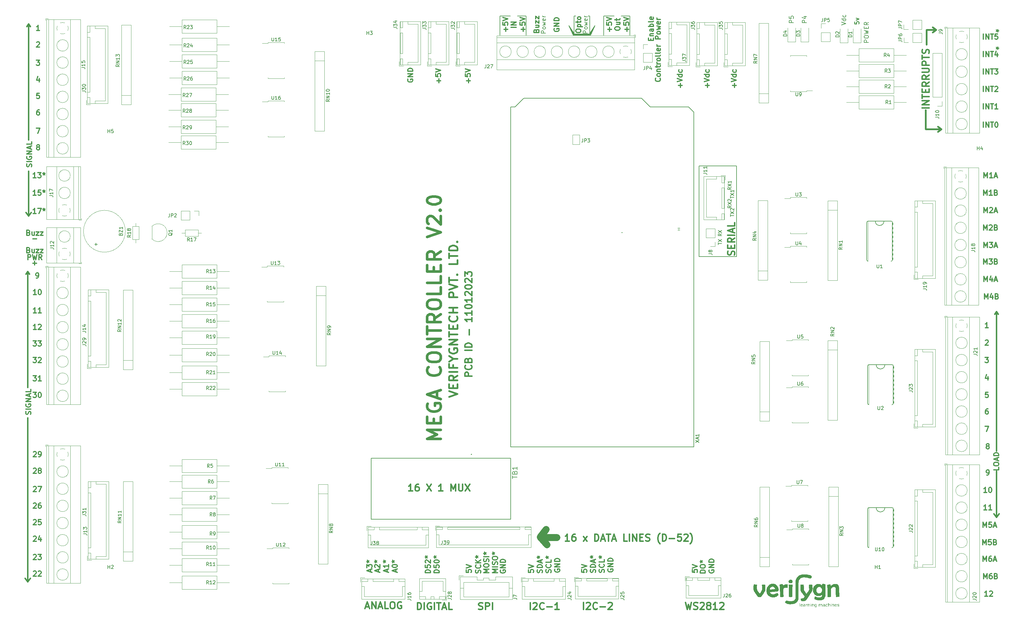
<source format=gbr>
%TF.GenerationSoftware,KiCad,Pcbnew,(6.0.6)*%
%TF.CreationDate,2023-01-13T15:08:00+05:30*%
%TF.ProjectId,MegaController,4d656761-436f-46e7-9472-6f6c6c65722e,V2.0*%
%TF.SameCoordinates,Original*%
%TF.FileFunction,Legend,Top*%
%TF.FilePolarity,Positive*%
%FSLAX46Y46*%
G04 Gerber Fmt 4.6, Leading zero omitted, Abs format (unit mm)*
G04 Created by KiCad (PCBNEW (6.0.6)) date 2023-01-13 15:08:00*
%MOMM*%
%LPD*%
G01*
G04 APERTURE LIST*
%ADD10C,2.000000*%
%ADD11C,0.400000*%
%ADD12C,0.150000*%
%ADD13C,0.500000*%
%ADD14C,0.300000*%
%ADD15C,0.250000*%
%ADD16C,0.200000*%
%ADD17C,0.800000*%
%ADD18C,0.075000*%
%ADD19C,0.120000*%
%ADD20C,0.127000*%
%ADD21C,0.152400*%
%ADD22C,0.050800*%
%ADD23C,0.010000*%
G04 APERTURE END LIST*
D10*
X209425000Y-211725000D02*
X207512500Y-209575000D01*
X207525000Y-209475000D02*
X209175000Y-207250000D01*
X212362500Y-209650000D02*
X207737500Y-209650000D01*
D11*
X215894047Y-210629761D02*
X214751190Y-210629761D01*
X215322619Y-210629761D02*
X215322619Y-208629761D01*
X215132142Y-208915476D01*
X214941666Y-209105952D01*
X214751190Y-209201190D01*
X217608333Y-208629761D02*
X217227380Y-208629761D01*
X217036904Y-208725000D01*
X216941666Y-208820238D01*
X216751190Y-209105952D01*
X216655952Y-209486904D01*
X216655952Y-210248809D01*
X216751190Y-210439285D01*
X216846428Y-210534523D01*
X217036904Y-210629761D01*
X217417857Y-210629761D01*
X217608333Y-210534523D01*
X217703571Y-210439285D01*
X217798809Y-210248809D01*
X217798809Y-209772619D01*
X217703571Y-209582142D01*
X217608333Y-209486904D01*
X217417857Y-209391666D01*
X217036904Y-209391666D01*
X216846428Y-209486904D01*
X216751190Y-209582142D01*
X216655952Y-209772619D01*
X219989285Y-210629761D02*
X221036904Y-209296428D01*
X219989285Y-209296428D02*
X221036904Y-210629761D01*
X223322619Y-210629761D02*
X223322619Y-208629761D01*
X223798809Y-208629761D01*
X224084523Y-208725000D01*
X224275000Y-208915476D01*
X224370238Y-209105952D01*
X224465476Y-209486904D01*
X224465476Y-209772619D01*
X224370238Y-210153571D01*
X224275000Y-210344047D01*
X224084523Y-210534523D01*
X223798809Y-210629761D01*
X223322619Y-210629761D01*
X225227380Y-210058333D02*
X226179761Y-210058333D01*
X225036904Y-210629761D02*
X225703571Y-208629761D01*
X226370238Y-210629761D01*
X226751190Y-208629761D02*
X227894047Y-208629761D01*
X227322619Y-210629761D02*
X227322619Y-208629761D01*
X228465476Y-210058333D02*
X229417857Y-210058333D01*
X228275000Y-210629761D02*
X228941666Y-208629761D01*
X229608333Y-210629761D01*
X232751190Y-210629761D02*
X231798809Y-210629761D01*
X231798809Y-208629761D01*
X233417857Y-210629761D02*
X233417857Y-208629761D01*
X234370238Y-210629761D02*
X234370238Y-208629761D01*
X235513095Y-210629761D01*
X235513095Y-208629761D01*
X236465476Y-209582142D02*
X237132142Y-209582142D01*
X237417857Y-210629761D02*
X236465476Y-210629761D01*
X236465476Y-208629761D01*
X237417857Y-208629761D01*
X238179761Y-210534523D02*
X238465476Y-210629761D01*
X238941666Y-210629761D01*
X239132142Y-210534523D01*
X239227380Y-210439285D01*
X239322619Y-210248809D01*
X239322619Y-210058333D01*
X239227380Y-209867857D01*
X239132142Y-209772619D01*
X238941666Y-209677380D01*
X238560714Y-209582142D01*
X238370238Y-209486904D01*
X238275000Y-209391666D01*
X238179761Y-209201190D01*
X238179761Y-209010714D01*
X238275000Y-208820238D01*
X238370238Y-208725000D01*
X238560714Y-208629761D01*
X239036904Y-208629761D01*
X239322619Y-208725000D01*
X242275000Y-211391666D02*
X242179761Y-211296428D01*
X241989285Y-211010714D01*
X241894047Y-210820238D01*
X241798809Y-210534523D01*
X241703571Y-210058333D01*
X241703571Y-209677380D01*
X241798809Y-209201190D01*
X241894047Y-208915476D01*
X241989285Y-208725000D01*
X242179761Y-208439285D01*
X242275000Y-208344047D01*
X243036904Y-210629761D02*
X243036904Y-208629761D01*
X243513095Y-208629761D01*
X243798809Y-208725000D01*
X243989285Y-208915476D01*
X244084523Y-209105952D01*
X244179761Y-209486904D01*
X244179761Y-209772619D01*
X244084523Y-210153571D01*
X243989285Y-210344047D01*
X243798809Y-210534523D01*
X243513095Y-210629761D01*
X243036904Y-210629761D01*
X245036904Y-209867857D02*
X246560714Y-209867857D01*
X248465476Y-208629761D02*
X247513095Y-208629761D01*
X247417857Y-209582142D01*
X247513095Y-209486904D01*
X247703571Y-209391666D01*
X248179761Y-209391666D01*
X248370238Y-209486904D01*
X248465476Y-209582142D01*
X248560714Y-209772619D01*
X248560714Y-210248809D01*
X248465476Y-210439285D01*
X248370238Y-210534523D01*
X248179761Y-210629761D01*
X247703571Y-210629761D01*
X247513095Y-210534523D01*
X247417857Y-210439285D01*
X249322619Y-208820238D02*
X249417857Y-208725000D01*
X249608333Y-208629761D01*
X250084523Y-208629761D01*
X250275000Y-208725000D01*
X250370238Y-208820238D01*
X250465476Y-209010714D01*
X250465476Y-209201190D01*
X250370238Y-209486904D01*
X249227380Y-210629761D01*
X250465476Y-210629761D01*
X251132142Y-211391666D02*
X251227380Y-211296428D01*
X251417857Y-211010714D01*
X251513095Y-210820238D01*
X251608333Y-210534523D01*
X251703571Y-210058333D01*
X251703571Y-209677380D01*
X251608333Y-209201190D01*
X251513095Y-208915476D01*
X251417857Y-208725000D01*
X251227380Y-208439285D01*
X251132142Y-208344047D01*
X170260714Y-196054761D02*
X169117857Y-196054761D01*
X169689285Y-196054761D02*
X169689285Y-194054761D01*
X169498809Y-194340476D01*
X169308333Y-194530952D01*
X169117857Y-194626190D01*
X171975000Y-194054761D02*
X171594047Y-194054761D01*
X171403571Y-194150000D01*
X171308333Y-194245238D01*
X171117857Y-194530952D01*
X171022619Y-194911904D01*
X171022619Y-195673809D01*
X171117857Y-195864285D01*
X171213095Y-195959523D01*
X171403571Y-196054761D01*
X171784523Y-196054761D01*
X171975000Y-195959523D01*
X172070238Y-195864285D01*
X172165476Y-195673809D01*
X172165476Y-195197619D01*
X172070238Y-195007142D01*
X171975000Y-194911904D01*
X171784523Y-194816666D01*
X171403571Y-194816666D01*
X171213095Y-194911904D01*
X171117857Y-195007142D01*
X171022619Y-195197619D01*
X174355952Y-194054761D02*
X175689285Y-196054761D01*
X175689285Y-194054761D02*
X174355952Y-196054761D01*
X179022619Y-196054761D02*
X177879761Y-196054761D01*
X178451190Y-196054761D02*
X178451190Y-194054761D01*
X178260714Y-194340476D01*
X178070238Y-194530952D01*
X177879761Y-194626190D01*
X181403571Y-196054761D02*
X181403571Y-194054761D01*
X182070238Y-195483333D01*
X182736904Y-194054761D01*
X182736904Y-196054761D01*
X183689285Y-194054761D02*
X183689285Y-195673809D01*
X183784523Y-195864285D01*
X183879761Y-195959523D01*
X184070238Y-196054761D01*
X184451190Y-196054761D01*
X184641666Y-195959523D01*
X184736904Y-195864285D01*
X184832142Y-195673809D01*
X184832142Y-194054761D01*
X185594047Y-194054761D02*
X186927380Y-196054761D01*
X186927380Y-194054761D02*
X185594047Y-196054761D01*
D12*
X58166000Y-132080000D02*
X58674000Y-132842000D01*
X221930000Y-57658000D02*
X221422000Y-57658000D01*
X203388000Y-57658000D02*
X203388000Y-63246000D01*
X221989592Y-62887158D02*
X217380728Y-62881465D01*
D11*
X57912000Y-60706000D02*
X58420000Y-59944000D01*
D12*
X233614000Y-57658000D02*
X233614000Y-63246000D01*
D11*
X58166000Y-222504000D02*
X58928000Y-221488000D01*
D12*
X221917527Y-63194998D02*
X222763334Y-61660618D01*
X195768000Y-63246000D02*
X195768000Y-57658000D01*
X221865794Y-63096276D02*
X221930000Y-62992000D01*
X200848000Y-57658000D02*
X203388000Y-57658000D01*
X217104000Y-63246000D02*
X222184000Y-63246000D01*
D11*
X58420000Y-93726000D02*
X58420000Y-59944000D01*
X57658000Y-132842000D02*
X58166000Y-132080000D01*
D13*
X319786000Y-90678000D02*
X324358000Y-90678000D01*
D12*
X222184000Y-63246000D02*
X223454000Y-60452000D01*
X216288228Y-61284734D02*
X217269581Y-63246000D01*
X215834000Y-60452000D02*
X217104000Y-63246000D01*
X217358000Y-62738000D02*
X215834000Y-60452000D01*
X223454000Y-60452000D02*
X221930000Y-62738000D01*
X222024335Y-63238975D02*
X223005688Y-61277709D01*
D11*
X57658000Y-114935000D02*
X58420000Y-115951000D01*
D12*
X195768000Y-57658000D02*
X198816000Y-57658000D01*
X217358000Y-57658000D02*
X217358000Y-62738000D01*
X216592278Y-61693953D02*
X217438085Y-63228333D01*
D11*
X339852000Y-144526000D02*
X340360000Y-143764000D01*
D12*
X322834000Y-61722000D02*
X321818000Y-60960000D01*
D11*
X339598000Y-202692000D02*
X340360000Y-203708000D01*
D12*
X225994000Y-57658000D02*
X229042000Y-57658000D01*
X221930000Y-62992000D02*
X217358000Y-62992000D01*
D11*
X58420000Y-102870000D02*
X58420000Y-115951000D01*
D12*
X58420000Y-59944000D02*
X58928000Y-60706000D01*
X323342000Y-89916000D02*
X324358000Y-90678000D01*
D11*
X340360000Y-190246000D02*
X340360000Y-203708000D01*
X58928000Y-60706000D02*
X58420000Y-59944000D01*
D12*
X253746000Y-101346000D02*
X264668000Y-101346000D01*
X225994000Y-63246000D02*
X225994000Y-57658000D01*
X221930000Y-62738000D02*
X221930000Y-57658000D01*
D11*
X58674000Y-132842000D02*
X58166000Y-132080000D01*
D13*
X323342000Y-91440000D02*
X324358000Y-90678000D01*
X319786000Y-85090000D02*
X319786000Y-90678000D01*
D11*
X57404000Y-221488000D02*
X58166000Y-222504000D01*
D12*
X217866000Y-57658000D02*
X217358000Y-57658000D01*
D11*
X58166000Y-174752000D02*
X58166000Y-222504000D01*
D12*
X217557541Y-63100719D02*
X221865794Y-63096276D01*
X253746000Y-127762000D02*
X253746000Y-101346000D01*
D13*
X321818000Y-62484000D02*
X322834000Y-61722000D01*
D12*
X217130646Y-62457829D02*
X217569815Y-63233152D01*
D13*
X324358000Y-90678000D02*
X323342000Y-89916000D01*
D11*
X340868000Y-144526000D02*
X340360000Y-143764000D01*
X58420000Y-115951000D02*
X59182000Y-114935000D01*
D12*
X264668000Y-127762000D02*
X253746000Y-127762000D01*
D11*
X340360000Y-184404000D02*
X340360000Y-143764000D01*
D13*
X320040000Y-66040000D02*
X320040000Y-61722000D01*
X321818000Y-60960000D02*
X322834000Y-61722000D01*
D12*
X231074000Y-57658000D02*
X233614000Y-57658000D01*
D11*
X340360000Y-203708000D02*
X341122000Y-202692000D01*
D12*
X264668000Y-101346000D02*
X264668000Y-127762000D01*
X217374629Y-63188974D02*
X217087271Y-62413651D01*
X222340430Y-62262442D02*
X221845913Y-63194998D01*
D11*
X58166000Y-165862000D02*
X58166000Y-132080000D01*
D12*
X340360000Y-143764000D02*
X340868000Y-144526000D01*
D13*
X320040000Y-61722000D02*
X322834000Y-61722000D01*
D14*
X337066000Y-157166571D02*
X337994571Y-157166571D01*
X337494571Y-157738000D01*
X337708857Y-157738000D01*
X337851714Y-157809428D01*
X337923142Y-157880857D01*
X337994571Y-158023714D01*
X337994571Y-158380857D01*
X337923142Y-158523714D01*
X337851714Y-158595142D01*
X337708857Y-158666571D01*
X337280285Y-158666571D01*
X337137428Y-158595142D01*
X337066000Y-158523714D01*
X61071142Y-95833428D02*
X60928285Y-95762000D01*
X60856857Y-95690571D01*
X60785428Y-95547714D01*
X60785428Y-95476285D01*
X60856857Y-95333428D01*
X60928285Y-95262000D01*
X61071142Y-95190571D01*
X61356857Y-95190571D01*
X61499714Y-95262000D01*
X61571142Y-95333428D01*
X61642571Y-95476285D01*
X61642571Y-95547714D01*
X61571142Y-95690571D01*
X61499714Y-95762000D01*
X61356857Y-95833428D01*
X61071142Y-95833428D01*
X60928285Y-95904857D01*
X60856857Y-95976285D01*
X60785428Y-96119142D01*
X60785428Y-96404857D01*
X60856857Y-96547714D01*
X60928285Y-96619142D01*
X61071142Y-96690571D01*
X61356857Y-96690571D01*
X61499714Y-96619142D01*
X61571142Y-96547714D01*
X61642571Y-96404857D01*
X61642571Y-96119142D01*
X61571142Y-95976285D01*
X61499714Y-95904857D01*
X61356857Y-95833428D01*
X177907142Y-77112571D02*
X177907142Y-75969714D01*
X178478571Y-76541142D02*
X177335714Y-76541142D01*
X176978571Y-74541142D02*
X176978571Y-75255428D01*
X177692857Y-75326857D01*
X177621428Y-75255428D01*
X177550000Y-75112571D01*
X177550000Y-74755428D01*
X177621428Y-74612571D01*
X177692857Y-74541142D01*
X177835714Y-74469714D01*
X178192857Y-74469714D01*
X178335714Y-74541142D01*
X178407142Y-74612571D01*
X178478571Y-74755428D01*
X178478571Y-75112571D01*
X178407142Y-75255428D01*
X178335714Y-75326857D01*
X176978571Y-74041142D02*
X178478571Y-73541142D01*
X176978571Y-73041142D01*
X336561571Y-69512571D02*
X336561571Y-68012571D01*
X337275857Y-69512571D02*
X337275857Y-68012571D01*
X338133000Y-69512571D01*
X338133000Y-68012571D01*
X338633000Y-68012571D02*
X339490142Y-68012571D01*
X339061571Y-69512571D02*
X339061571Y-68012571D01*
X340633000Y-68512571D02*
X340633000Y-69512571D01*
X340275857Y-67941142D02*
X339918714Y-69012571D01*
X340847285Y-69012571D01*
X175457571Y-219888857D02*
X173957571Y-219888857D01*
X173957571Y-219531714D01*
X174029000Y-219317428D01*
X174171857Y-219174571D01*
X174314714Y-219103142D01*
X174600428Y-219031714D01*
X174814714Y-219031714D01*
X175100428Y-219103142D01*
X175243285Y-219174571D01*
X175386142Y-219317428D01*
X175457571Y-219531714D01*
X175457571Y-219888857D01*
X173957571Y-217674571D02*
X173957571Y-218388857D01*
X174671857Y-218460285D01*
X174600428Y-218388857D01*
X174529000Y-218246000D01*
X174529000Y-217888857D01*
X174600428Y-217746000D01*
X174671857Y-217674571D01*
X174814714Y-217603142D01*
X175171857Y-217603142D01*
X175314714Y-217674571D01*
X175386142Y-217746000D01*
X175457571Y-217888857D01*
X175457571Y-218246000D01*
X175386142Y-218388857D01*
X175314714Y-218460285D01*
X174100428Y-217031714D02*
X174029000Y-216960285D01*
X173957571Y-216817428D01*
X173957571Y-216460285D01*
X174029000Y-216317428D01*
X174100428Y-216246000D01*
X174243285Y-216174571D01*
X174386142Y-216174571D01*
X174600428Y-216246000D01*
X175457571Y-217103142D01*
X175457571Y-216174571D01*
X173957571Y-215317428D02*
X174314714Y-215317428D01*
X174171857Y-215674571D02*
X174314714Y-215317428D01*
X174171857Y-214960285D01*
X174600428Y-215531714D02*
X174314714Y-215317428D01*
X174600428Y-215103142D01*
X60674285Y-149014571D02*
X59817142Y-149014571D01*
X60245714Y-149014571D02*
X60245714Y-147514571D01*
X60102857Y-147728857D01*
X59960000Y-147871714D01*
X59817142Y-147943142D01*
X61245714Y-147657428D02*
X61317142Y-147586000D01*
X61460000Y-147514571D01*
X61817142Y-147514571D01*
X61960000Y-147586000D01*
X62031428Y-147657428D01*
X62102857Y-147800285D01*
X62102857Y-147943142D01*
X62031428Y-148157428D01*
X61174285Y-149014571D01*
X62102857Y-149014571D01*
X337137428Y-152229428D02*
X337208857Y-152158000D01*
X337351714Y-152086571D01*
X337708857Y-152086571D01*
X337851714Y-152158000D01*
X337923142Y-152229428D01*
X337994571Y-152372285D01*
X337994571Y-152515142D01*
X337923142Y-152729428D01*
X337066000Y-153586571D01*
X337994571Y-153586571D01*
X337534285Y-196512571D02*
X336677142Y-196512571D01*
X337105714Y-196512571D02*
X337105714Y-195012571D01*
X336962857Y-195226857D01*
X336820000Y-195369714D01*
X336677142Y-195441142D01*
X338462857Y-195012571D02*
X338605714Y-195012571D01*
X338748571Y-195084000D01*
X338820000Y-195155428D01*
X338891428Y-195298285D01*
X338962857Y-195584000D01*
X338962857Y-195941142D01*
X338891428Y-196226857D01*
X338820000Y-196369714D01*
X338748571Y-196441142D01*
X338605714Y-196512571D01*
X338462857Y-196512571D01*
X338320000Y-196441142D01*
X338248571Y-196369714D01*
X338177142Y-196226857D01*
X338105714Y-195941142D01*
X338105714Y-195584000D01*
X338177142Y-195298285D01*
X338248571Y-195155428D01*
X338320000Y-195084000D01*
X338462857Y-195012571D01*
X165377000Y-219646857D02*
X165377000Y-218932571D01*
X165805571Y-219789714D02*
X164305571Y-219289714D01*
X165805571Y-218789714D01*
X164305571Y-218004000D02*
X164305571Y-217861142D01*
X164377000Y-217718285D01*
X164448428Y-217646857D01*
X164591285Y-217575428D01*
X164877000Y-217504000D01*
X165234142Y-217504000D01*
X165519857Y-217575428D01*
X165662714Y-217646857D01*
X165734142Y-217718285D01*
X165805571Y-217861142D01*
X165805571Y-218004000D01*
X165734142Y-218146857D01*
X165662714Y-218218285D01*
X165519857Y-218289714D01*
X165234142Y-218361142D01*
X164877000Y-218361142D01*
X164591285Y-218289714D01*
X164448428Y-218218285D01*
X164377000Y-218146857D01*
X164305571Y-218004000D01*
X164305571Y-216646857D02*
X164662714Y-216646857D01*
X164519857Y-217004000D02*
X164662714Y-216646857D01*
X164519857Y-216289714D01*
X164948428Y-216861142D02*
X164662714Y-216646857D01*
X164948428Y-216432571D01*
X60714000Y-70552571D02*
X61642571Y-70552571D01*
X61142571Y-71124000D01*
X61356857Y-71124000D01*
X61499714Y-71195428D01*
X61571142Y-71266857D01*
X61642571Y-71409714D01*
X61642571Y-71766857D01*
X61571142Y-71909714D01*
X61499714Y-71981142D01*
X61356857Y-72052571D01*
X60928285Y-72052571D01*
X60785428Y-71981142D01*
X60714000Y-71909714D01*
X336617714Y-120058571D02*
X336617714Y-118558571D01*
X337117714Y-119630000D01*
X337617714Y-118558571D01*
X337617714Y-120058571D01*
X338260571Y-118701428D02*
X338332000Y-118630000D01*
X338474857Y-118558571D01*
X338832000Y-118558571D01*
X338974857Y-118630000D01*
X339046285Y-118701428D01*
X339117714Y-118844285D01*
X339117714Y-118987142D01*
X339046285Y-119201428D01*
X338189142Y-120058571D01*
X339117714Y-120058571D01*
X340260571Y-119272857D02*
X340474857Y-119344285D01*
X340546285Y-119415714D01*
X340617714Y-119558571D01*
X340617714Y-119772857D01*
X340546285Y-119915714D01*
X340474857Y-119987142D01*
X340332000Y-120058571D01*
X339760571Y-120058571D01*
X339760571Y-118558571D01*
X340260571Y-118558571D01*
X340403428Y-118630000D01*
X340474857Y-118701428D01*
X340546285Y-118844285D01*
X340546285Y-118987142D01*
X340474857Y-119130000D01*
X340403428Y-119201428D01*
X340260571Y-119272857D01*
X339760571Y-119272857D01*
X336561571Y-74592571D02*
X336561571Y-73092571D01*
X337275857Y-74592571D02*
X337275857Y-73092571D01*
X338133000Y-74592571D01*
X338133000Y-73092571D01*
X338633000Y-73092571D02*
X339490142Y-73092571D01*
X339061571Y-74592571D02*
X339061571Y-73092571D01*
X339847285Y-73092571D02*
X340775857Y-73092571D01*
X340275857Y-73664000D01*
X340490142Y-73664000D01*
X340633000Y-73735428D01*
X340704428Y-73806857D01*
X340775857Y-73949714D01*
X340775857Y-74306857D01*
X340704428Y-74449714D01*
X340633000Y-74521142D01*
X340490142Y-74592571D01*
X340061571Y-74592571D01*
X339918714Y-74521142D01*
X339847285Y-74449714D01*
X61499714Y-85030571D02*
X61214000Y-85030571D01*
X61071142Y-85102000D01*
X60999714Y-85173428D01*
X60856857Y-85387714D01*
X60785428Y-85673428D01*
X60785428Y-86244857D01*
X60856857Y-86387714D01*
X60928285Y-86459142D01*
X61071142Y-86530571D01*
X61356857Y-86530571D01*
X61499714Y-86459142D01*
X61571142Y-86387714D01*
X61642571Y-86244857D01*
X61642571Y-85887714D01*
X61571142Y-85744857D01*
X61499714Y-85673428D01*
X61356857Y-85602000D01*
X61071142Y-85602000D01*
X60928285Y-85673428D01*
X60856857Y-85744857D01*
X60785428Y-85887714D01*
X168922000Y-76072857D02*
X168850571Y-76215714D01*
X168850571Y-76430000D01*
X168922000Y-76644285D01*
X169064857Y-76787142D01*
X169207714Y-76858571D01*
X169493428Y-76930000D01*
X169707714Y-76930000D01*
X169993428Y-76858571D01*
X170136285Y-76787142D01*
X170279142Y-76644285D01*
X170350571Y-76430000D01*
X170350571Y-76287142D01*
X170279142Y-76072857D01*
X170207714Y-76001428D01*
X169707714Y-76001428D01*
X169707714Y-76287142D01*
X170350571Y-75358571D02*
X168850571Y-75358571D01*
X170350571Y-74501428D01*
X168850571Y-74501428D01*
X170350571Y-73787142D02*
X168850571Y-73787142D01*
X168850571Y-73430000D01*
X168922000Y-73215714D01*
X169064857Y-73072857D01*
X169207714Y-73001428D01*
X169493428Y-72930000D01*
X169707714Y-72930000D01*
X169993428Y-73001428D01*
X170136285Y-73072857D01*
X170279142Y-73215714D01*
X170350571Y-73430000D01*
X170350571Y-73787142D01*
X59027142Y-173751428D02*
X59098571Y-173537142D01*
X59098571Y-173180000D01*
X59027142Y-173037142D01*
X58955714Y-172965714D01*
X58812857Y-172894285D01*
X58670000Y-172894285D01*
X58527142Y-172965714D01*
X58455714Y-173037142D01*
X58384285Y-173180000D01*
X58312857Y-173465714D01*
X58241428Y-173608571D01*
X58170000Y-173680000D01*
X58027142Y-173751428D01*
X57884285Y-173751428D01*
X57741428Y-173680000D01*
X57670000Y-173608571D01*
X57598571Y-173465714D01*
X57598571Y-173108571D01*
X57670000Y-172894285D01*
X59098571Y-172251428D02*
X57598571Y-172251428D01*
X57670000Y-170751428D02*
X57598571Y-170894285D01*
X57598571Y-171108571D01*
X57670000Y-171322857D01*
X57812857Y-171465714D01*
X57955714Y-171537142D01*
X58241428Y-171608571D01*
X58455714Y-171608571D01*
X58741428Y-171537142D01*
X58884285Y-171465714D01*
X59027142Y-171322857D01*
X59098571Y-171108571D01*
X59098571Y-170965714D01*
X59027142Y-170751428D01*
X58955714Y-170680000D01*
X58455714Y-170680000D01*
X58455714Y-170965714D01*
X59098571Y-170037142D02*
X57598571Y-170037142D01*
X59098571Y-169180000D01*
X57598571Y-169180000D01*
X58670000Y-168537142D02*
X58670000Y-167822857D01*
X59098571Y-168680000D02*
X57598571Y-168180000D01*
X59098571Y-167680000D01*
X59098571Y-166465714D02*
X59098571Y-167180000D01*
X57598571Y-167180000D01*
X337677142Y-182955428D02*
X337534285Y-182884000D01*
X337462857Y-182812571D01*
X337391428Y-182669714D01*
X337391428Y-182598285D01*
X337462857Y-182455428D01*
X337534285Y-182384000D01*
X337677142Y-182312571D01*
X337962857Y-182312571D01*
X338105714Y-182384000D01*
X338177142Y-182455428D01*
X338248571Y-182598285D01*
X338248571Y-182669714D01*
X338177142Y-182812571D01*
X338105714Y-182884000D01*
X337962857Y-182955428D01*
X337677142Y-182955428D01*
X337534285Y-183026857D01*
X337462857Y-183098285D01*
X337391428Y-183241142D01*
X337391428Y-183526857D01*
X337462857Y-183669714D01*
X337534285Y-183741142D01*
X337677142Y-183812571D01*
X337962857Y-183812571D01*
X338105714Y-183741142D01*
X338177142Y-183669714D01*
X338248571Y-183526857D01*
X338248571Y-183241142D01*
X338177142Y-183098285D01*
X338105714Y-183026857D01*
X337962857Y-182955428D01*
X340978428Y-67056000D02*
X340621285Y-67056000D01*
X340764142Y-66698857D02*
X340621285Y-67056000D01*
X340764142Y-67413142D01*
X340335571Y-66841714D02*
X340621285Y-67056000D01*
X340335571Y-67270285D01*
D11*
X320690761Y-84422190D02*
X318690761Y-84422190D01*
X320690761Y-83469809D02*
X318690761Y-83469809D01*
X320690761Y-82326952D01*
X318690761Y-82326952D01*
X318690761Y-81660285D02*
X318690761Y-80517428D01*
X320690761Y-81088857D02*
X318690761Y-81088857D01*
X319643142Y-79850761D02*
X319643142Y-79184095D01*
X320690761Y-78898380D02*
X320690761Y-79850761D01*
X318690761Y-79850761D01*
X318690761Y-78898380D01*
X320690761Y-76898380D02*
X319738380Y-77565047D01*
X320690761Y-78041238D02*
X318690761Y-78041238D01*
X318690761Y-77279333D01*
X318786000Y-77088857D01*
X318881238Y-76993619D01*
X319071714Y-76898380D01*
X319357428Y-76898380D01*
X319547904Y-76993619D01*
X319643142Y-77088857D01*
X319738380Y-77279333D01*
X319738380Y-78041238D01*
X320690761Y-74898380D02*
X319738380Y-75565047D01*
X320690761Y-76041238D02*
X318690761Y-76041238D01*
X318690761Y-75279333D01*
X318786000Y-75088857D01*
X318881238Y-74993619D01*
X319071714Y-74898380D01*
X319357428Y-74898380D01*
X319547904Y-74993619D01*
X319643142Y-75088857D01*
X319738380Y-75279333D01*
X319738380Y-76041238D01*
X318690761Y-74041238D02*
X320309809Y-74041238D01*
X320500285Y-73946000D01*
X320595523Y-73850761D01*
X320690761Y-73660285D01*
X320690761Y-73279333D01*
X320595523Y-73088857D01*
X320500285Y-72993619D01*
X320309809Y-72898380D01*
X318690761Y-72898380D01*
X320690761Y-71946000D02*
X318690761Y-71946000D01*
X318690761Y-71184095D01*
X318786000Y-70993619D01*
X318881238Y-70898380D01*
X319071714Y-70803142D01*
X319357428Y-70803142D01*
X319547904Y-70898380D01*
X319643142Y-70993619D01*
X319738380Y-71184095D01*
X319738380Y-71946000D01*
X318690761Y-70231714D02*
X318690761Y-69088857D01*
X320690761Y-69660285D02*
X318690761Y-69660285D01*
X320595523Y-68517428D02*
X320690761Y-68231714D01*
X320690761Y-67755523D01*
X320595523Y-67565047D01*
X320500285Y-67469809D01*
X320309809Y-67374571D01*
X320119333Y-67374571D01*
X319928857Y-67469809D01*
X319833619Y-67565047D01*
X319738380Y-67755523D01*
X319643142Y-68136476D01*
X319547904Y-68326952D01*
X319452666Y-68422190D01*
X319262190Y-68517428D01*
X319071714Y-68517428D01*
X318881238Y-68422190D01*
X318786000Y-68326952D01*
X318690761Y-68136476D01*
X318690761Y-67660285D01*
X318786000Y-67374571D01*
D14*
X59817142Y-204553428D02*
X59888571Y-204482000D01*
X60031428Y-204410571D01*
X60388571Y-204410571D01*
X60531428Y-204482000D01*
X60602857Y-204553428D01*
X60674285Y-204696285D01*
X60674285Y-204839142D01*
X60602857Y-205053428D01*
X59745714Y-205910571D01*
X60674285Y-205910571D01*
X62031428Y-204410571D02*
X61317142Y-204410571D01*
X61245714Y-205124857D01*
X61317142Y-205053428D01*
X61460000Y-204982000D01*
X61817142Y-204982000D01*
X61960000Y-205053428D01*
X62031428Y-205124857D01*
X62102857Y-205267714D01*
X62102857Y-205624857D01*
X62031428Y-205767714D01*
X61960000Y-205839142D01*
X61817142Y-205910571D01*
X61460000Y-205910571D01*
X61317142Y-205839142D01*
X61245714Y-205767714D01*
X340978428Y-61976000D02*
X340621285Y-61976000D01*
X340764142Y-61618857D02*
X340621285Y-61976000D01*
X340764142Y-62333142D01*
X340335571Y-61761714D02*
X340621285Y-61976000D01*
X340335571Y-62190285D01*
X195873000Y-219146857D02*
X195801571Y-219289714D01*
X195801571Y-219504000D01*
X195873000Y-219718285D01*
X196015857Y-219861142D01*
X196158714Y-219932571D01*
X196444428Y-220004000D01*
X196658714Y-220004000D01*
X196944428Y-219932571D01*
X197087285Y-219861142D01*
X197230142Y-219718285D01*
X197301571Y-219504000D01*
X197301571Y-219361142D01*
X197230142Y-219146857D01*
X197158714Y-219075428D01*
X196658714Y-219075428D01*
X196658714Y-219361142D01*
X197301571Y-218432571D02*
X195801571Y-218432571D01*
X197301571Y-217575428D01*
X195801571Y-217575428D01*
X197301571Y-216861142D02*
X195801571Y-216861142D01*
X195801571Y-216504000D01*
X195873000Y-216289714D01*
X196015857Y-216146857D01*
X196158714Y-216075428D01*
X196444428Y-216004000D01*
X196658714Y-216004000D01*
X196944428Y-216075428D01*
X197087285Y-216146857D01*
X197230142Y-216289714D01*
X197301571Y-216504000D01*
X197301571Y-216861142D01*
X336470857Y-206672571D02*
X336470857Y-205172571D01*
X336970857Y-206244000D01*
X337470857Y-205172571D01*
X337470857Y-206672571D01*
X338899428Y-205172571D02*
X338185142Y-205172571D01*
X338113714Y-205886857D01*
X338185142Y-205815428D01*
X338328000Y-205744000D01*
X338685142Y-205744000D01*
X338828000Y-205815428D01*
X338899428Y-205886857D01*
X338970857Y-206029714D01*
X338970857Y-206386857D01*
X338899428Y-206529714D01*
X338828000Y-206601142D01*
X338685142Y-206672571D01*
X338328000Y-206672571D01*
X338185142Y-206601142D01*
X338113714Y-206529714D01*
X339542285Y-206244000D02*
X340256571Y-206244000D01*
X339399428Y-206672571D02*
X339899428Y-205172571D01*
X340399428Y-206672571D01*
X337923142Y-167326571D02*
X337208857Y-167326571D01*
X337137428Y-168040857D01*
X337208857Y-167969428D01*
X337351714Y-167898000D01*
X337708857Y-167898000D01*
X337851714Y-167969428D01*
X337923142Y-168040857D01*
X337994571Y-168183714D01*
X337994571Y-168540857D01*
X337923142Y-168683714D01*
X337851714Y-168755142D01*
X337708857Y-168826571D01*
X337351714Y-168826571D01*
X337208857Y-168755142D01*
X337137428Y-168683714D01*
X210537142Y-219853142D02*
X210608571Y-219638857D01*
X210608571Y-219281714D01*
X210537142Y-219138857D01*
X210465714Y-219067428D01*
X210322857Y-218996000D01*
X210180000Y-218996000D01*
X210037142Y-219067428D01*
X209965714Y-219138857D01*
X209894285Y-219281714D01*
X209822857Y-219567428D01*
X209751428Y-219710285D01*
X209680000Y-219781714D01*
X209537142Y-219853142D01*
X209394285Y-219853142D01*
X209251428Y-219781714D01*
X209180000Y-219710285D01*
X209108571Y-219567428D01*
X209108571Y-219210285D01*
X209180000Y-218996000D01*
X210465714Y-217496000D02*
X210537142Y-217567428D01*
X210608571Y-217781714D01*
X210608571Y-217924571D01*
X210537142Y-218138857D01*
X210394285Y-218281714D01*
X210251428Y-218353142D01*
X209965714Y-218424571D01*
X209751428Y-218424571D01*
X209465714Y-218353142D01*
X209322857Y-218281714D01*
X209180000Y-218138857D01*
X209108571Y-217924571D01*
X209108571Y-217781714D01*
X209180000Y-217567428D01*
X209251428Y-217496000D01*
X210608571Y-216138857D02*
X210608571Y-216853142D01*
X209108571Y-216853142D01*
X209108571Y-215424571D02*
X209465714Y-215424571D01*
X209322857Y-215781714D02*
X209465714Y-215424571D01*
X209322857Y-215067428D01*
X209751428Y-215638857D02*
X209465714Y-215424571D01*
X209751428Y-215210285D01*
X336724857Y-104818571D02*
X336724857Y-103318571D01*
X337224857Y-104390000D01*
X337724857Y-103318571D01*
X337724857Y-104818571D01*
X339224857Y-104818571D02*
X338367714Y-104818571D01*
X338796285Y-104818571D02*
X338796285Y-103318571D01*
X338653428Y-103532857D01*
X338510571Y-103675714D01*
X338367714Y-103747142D01*
X339796285Y-104390000D02*
X340510571Y-104390000D01*
X339653428Y-104818571D02*
X340153428Y-103318571D01*
X340653428Y-104818571D01*
X59745714Y-162500571D02*
X60674285Y-162500571D01*
X60174285Y-163072000D01*
X60388571Y-163072000D01*
X60531428Y-163143428D01*
X60602857Y-163214857D01*
X60674285Y-163357714D01*
X60674285Y-163714857D01*
X60602857Y-163857714D01*
X60531428Y-163929142D01*
X60388571Y-164000571D01*
X59960000Y-164000571D01*
X59817142Y-163929142D01*
X59745714Y-163857714D01*
X62102857Y-164000571D02*
X61245714Y-164000571D01*
X61674285Y-164000571D02*
X61674285Y-162500571D01*
X61531428Y-162714857D01*
X61388571Y-162857714D01*
X61245714Y-162929142D01*
X204028571Y-219051714D02*
X204028571Y-219766000D01*
X204742857Y-219837428D01*
X204671428Y-219766000D01*
X204600000Y-219623142D01*
X204600000Y-219266000D01*
X204671428Y-219123142D01*
X204742857Y-219051714D01*
X204885714Y-218980285D01*
X205242857Y-218980285D01*
X205385714Y-219051714D01*
X205457142Y-219123142D01*
X205528571Y-219266000D01*
X205528571Y-219623142D01*
X205457142Y-219766000D01*
X205385714Y-219837428D01*
X204028571Y-218551714D02*
X205528571Y-218051714D01*
X204028571Y-217551714D01*
X336470857Y-216578571D02*
X336470857Y-215078571D01*
X336970857Y-216150000D01*
X337470857Y-215078571D01*
X337470857Y-216578571D01*
X338828000Y-215078571D02*
X338542285Y-215078571D01*
X338399428Y-215150000D01*
X338328000Y-215221428D01*
X338185142Y-215435714D01*
X338113714Y-215721428D01*
X338113714Y-216292857D01*
X338185142Y-216435714D01*
X338256571Y-216507142D01*
X338399428Y-216578571D01*
X338685142Y-216578571D01*
X338828000Y-216507142D01*
X338899428Y-216435714D01*
X338970857Y-216292857D01*
X338970857Y-215935714D01*
X338899428Y-215792857D01*
X338828000Y-215721428D01*
X338685142Y-215650000D01*
X338399428Y-215650000D01*
X338256571Y-215721428D01*
X338185142Y-215792857D01*
X338113714Y-215935714D01*
X339542285Y-216150000D02*
X340256571Y-216150000D01*
X339399428Y-216578571D02*
X339899428Y-215078571D01*
X340399428Y-216578571D01*
X162837000Y-219646857D02*
X162837000Y-218932571D01*
X163265571Y-219789714D02*
X161765571Y-219289714D01*
X163265571Y-218789714D01*
X163265571Y-217504000D02*
X163265571Y-218361142D01*
X163265571Y-217932571D02*
X161765571Y-217932571D01*
X161979857Y-218075428D01*
X162122714Y-218218285D01*
X162194142Y-218361142D01*
X161765571Y-216646857D02*
X162122714Y-216646857D01*
X161979857Y-217004000D02*
X162122714Y-216646857D01*
X161979857Y-216289714D01*
X162408428Y-216861142D02*
X162122714Y-216646857D01*
X162408428Y-216432571D01*
X60674285Y-138854571D02*
X59817142Y-138854571D01*
X60245714Y-138854571D02*
X60245714Y-137354571D01*
X60102857Y-137568857D01*
X59960000Y-137711714D01*
X59817142Y-137783142D01*
X61602857Y-137354571D02*
X61745714Y-137354571D01*
X61888571Y-137426000D01*
X61960000Y-137497428D01*
X62031428Y-137640285D01*
X62102857Y-137926000D01*
X62102857Y-138283142D01*
X62031428Y-138568857D01*
X61960000Y-138711714D01*
X61888571Y-138783142D01*
X61745714Y-138854571D01*
X61602857Y-138854571D01*
X61460000Y-138783142D01*
X61388571Y-138711714D01*
X61317142Y-138568857D01*
X61245714Y-138283142D01*
X61245714Y-137926000D01*
X61317142Y-137640285D01*
X61388571Y-137497428D01*
X61460000Y-137426000D01*
X61602857Y-137354571D01*
X59817142Y-209379428D02*
X59888571Y-209308000D01*
X60031428Y-209236571D01*
X60388571Y-209236571D01*
X60531428Y-209308000D01*
X60602857Y-209379428D01*
X60674285Y-209522285D01*
X60674285Y-209665142D01*
X60602857Y-209879428D01*
X59745714Y-210736571D01*
X60674285Y-210736571D01*
X61960000Y-209736571D02*
X61960000Y-210736571D01*
X61602857Y-209165142D02*
X61245714Y-210236571D01*
X62174285Y-210236571D01*
X239668857Y-64815857D02*
X239668857Y-64315857D01*
X240454571Y-64101571D02*
X240454571Y-64815857D01*
X238954571Y-64815857D01*
X238954571Y-64101571D01*
X239454571Y-63458714D02*
X240454571Y-63458714D01*
X239597428Y-63458714D02*
X239526000Y-63387285D01*
X239454571Y-63244428D01*
X239454571Y-63030142D01*
X239526000Y-62887285D01*
X239668857Y-62815857D01*
X240454571Y-62815857D01*
X240454571Y-61458714D02*
X239668857Y-61458714D01*
X239526000Y-61530142D01*
X239454571Y-61673000D01*
X239454571Y-61958714D01*
X239526000Y-62101571D01*
X240383142Y-61458714D02*
X240454571Y-61601571D01*
X240454571Y-61958714D01*
X240383142Y-62101571D01*
X240240285Y-62173000D01*
X240097428Y-62173000D01*
X239954571Y-62101571D01*
X239883142Y-61958714D01*
X239883142Y-61601571D01*
X239811714Y-61458714D01*
X240454571Y-60744428D02*
X238954571Y-60744428D01*
X239526000Y-60744428D02*
X239454571Y-60601571D01*
X239454571Y-60315857D01*
X239526000Y-60173000D01*
X239597428Y-60101571D01*
X239740285Y-60030142D01*
X240168857Y-60030142D01*
X240311714Y-60101571D01*
X240383142Y-60173000D01*
X240454571Y-60315857D01*
X240454571Y-60601571D01*
X240383142Y-60744428D01*
X240454571Y-59173000D02*
X240383142Y-59315857D01*
X240240285Y-59387285D01*
X238954571Y-59387285D01*
X240383142Y-58030142D02*
X240454571Y-58173000D01*
X240454571Y-58458714D01*
X240383142Y-58601571D01*
X240240285Y-58673000D01*
X239668857Y-58673000D01*
X239526000Y-58601571D01*
X239454571Y-58458714D01*
X239454571Y-58173000D01*
X239526000Y-58030142D01*
X239668857Y-57958714D01*
X239811714Y-57958714D01*
X239954571Y-58673000D01*
X59817142Y-219539428D02*
X59888571Y-219468000D01*
X60031428Y-219396571D01*
X60388571Y-219396571D01*
X60531428Y-219468000D01*
X60602857Y-219539428D01*
X60674285Y-219682285D01*
X60674285Y-219825142D01*
X60602857Y-220039428D01*
X59745714Y-220896571D01*
X60674285Y-220896571D01*
X61245714Y-219539428D02*
X61317142Y-219468000D01*
X61460000Y-219396571D01*
X61817142Y-219396571D01*
X61960000Y-219468000D01*
X62031428Y-219539428D01*
X62102857Y-219682285D01*
X62102857Y-219825142D01*
X62031428Y-220039428D01*
X61174285Y-220896571D01*
X62102857Y-220896571D01*
D15*
X299035476Y-59324071D02*
X299035476Y-59919309D01*
X299630714Y-59978833D01*
X299571190Y-59919309D01*
X299511666Y-59800261D01*
X299511666Y-59502642D01*
X299571190Y-59383595D01*
X299630714Y-59324071D01*
X299749761Y-59264547D01*
X300047380Y-59264547D01*
X300166428Y-59324071D01*
X300225952Y-59383595D01*
X300285476Y-59502642D01*
X300285476Y-59800261D01*
X300225952Y-59919309D01*
X300166428Y-59978833D01*
X299452142Y-58847880D02*
X300285476Y-58550261D01*
X299452142Y-58252642D01*
D14*
X336561571Y-79672571D02*
X336561571Y-78172571D01*
X337275857Y-79672571D02*
X337275857Y-78172571D01*
X338133000Y-79672571D01*
X338133000Y-78172571D01*
X338633000Y-78172571D02*
X339490142Y-78172571D01*
X339061571Y-79672571D02*
X339061571Y-78172571D01*
X339918714Y-78315428D02*
X339990142Y-78244000D01*
X340133000Y-78172571D01*
X340490142Y-78172571D01*
X340633000Y-78244000D01*
X340704428Y-78315428D01*
X340775857Y-78458285D01*
X340775857Y-78601142D01*
X340704428Y-78815428D01*
X339847285Y-79672571D01*
X340775857Y-79672571D01*
X60610857Y-109898571D02*
X59753714Y-109898571D01*
X60182285Y-109898571D02*
X60182285Y-108398571D01*
X60039428Y-108612857D01*
X59896571Y-108755714D01*
X59753714Y-108827142D01*
X61968000Y-108398571D02*
X61253714Y-108398571D01*
X61182285Y-109112857D01*
X61253714Y-109041428D01*
X61396571Y-108970000D01*
X61753714Y-108970000D01*
X61896571Y-109041428D01*
X61968000Y-109112857D01*
X62039428Y-109255714D01*
X62039428Y-109612857D01*
X61968000Y-109755714D01*
X61896571Y-109827142D01*
X61753714Y-109898571D01*
X61396571Y-109898571D01*
X61253714Y-109827142D01*
X61182285Y-109755714D01*
X62896571Y-108398571D02*
X62896571Y-108755714D01*
X62539428Y-108612857D02*
X62896571Y-108755714D01*
X63253714Y-108612857D01*
X62682285Y-109041428D02*
X62896571Y-108755714D01*
X63110857Y-109041428D01*
X256652000Y-219091857D02*
X256580571Y-219234714D01*
X256580571Y-219449000D01*
X256652000Y-219663285D01*
X256794857Y-219806142D01*
X256937714Y-219877571D01*
X257223428Y-219949000D01*
X257437714Y-219949000D01*
X257723428Y-219877571D01*
X257866285Y-219806142D01*
X258009142Y-219663285D01*
X258080571Y-219449000D01*
X258080571Y-219306142D01*
X258009142Y-219091857D01*
X257937714Y-219020428D01*
X257437714Y-219020428D01*
X257437714Y-219306142D01*
X258080571Y-218377571D02*
X256580571Y-218377571D01*
X258080571Y-217520428D01*
X256580571Y-217520428D01*
X258080571Y-216806142D02*
X256580571Y-216806142D01*
X256580571Y-216449000D01*
X256652000Y-216234714D01*
X256794857Y-216091857D01*
X256937714Y-216020428D01*
X257223428Y-215949000D01*
X257437714Y-215949000D01*
X257723428Y-216020428D01*
X257866285Y-216091857D01*
X258009142Y-216234714D01*
X258080571Y-216449000D01*
X258080571Y-216806142D01*
X337534285Y-201592571D02*
X336677142Y-201592571D01*
X337105714Y-201592571D02*
X337105714Y-200092571D01*
X336962857Y-200306857D01*
X336820000Y-200449714D01*
X336677142Y-200521142D01*
X338962857Y-201592571D02*
X338105714Y-201592571D01*
X338534285Y-201592571D02*
X338534285Y-200092571D01*
X338391428Y-200306857D01*
X338248571Y-200449714D01*
X338105714Y-200521142D01*
X192491856Y-219916571D02*
X190991856Y-219916571D01*
X192063285Y-219416571D01*
X190991856Y-218916571D01*
X192491856Y-218916571D01*
X190991856Y-217916571D02*
X190991856Y-217630857D01*
X191063285Y-217488000D01*
X191206142Y-217345142D01*
X191491856Y-217273714D01*
X191991856Y-217273714D01*
X192277570Y-217345142D01*
X192420427Y-217488000D01*
X192491856Y-217630857D01*
X192491856Y-217916571D01*
X192420427Y-218059428D01*
X192277570Y-218202285D01*
X191991856Y-218273714D01*
X191491856Y-218273714D01*
X191206142Y-218202285D01*
X191063285Y-218059428D01*
X190991856Y-217916571D01*
X192420427Y-216702285D02*
X192491856Y-216488000D01*
X192491856Y-216130857D01*
X192420427Y-215988000D01*
X192348999Y-215916571D01*
X192206142Y-215845142D01*
X192063285Y-215845142D01*
X191920427Y-215916571D01*
X191848999Y-215988000D01*
X191777570Y-216130857D01*
X191706142Y-216416571D01*
X191634713Y-216559428D01*
X191563285Y-216630857D01*
X191420427Y-216702285D01*
X191277570Y-216702285D01*
X191134713Y-216630857D01*
X191063285Y-216559428D01*
X190991856Y-216416571D01*
X190991856Y-216059428D01*
X191063285Y-215845142D01*
X192491856Y-215202285D02*
X190991856Y-215202285D01*
X190991856Y-214273714D02*
X191348999Y-214273714D01*
X191206142Y-214630857D02*
X191348999Y-214273714D01*
X191206142Y-213916571D01*
X191634713Y-214488000D02*
X191348999Y-214273714D01*
X191634713Y-214059428D01*
X264013142Y-78481714D02*
X264013142Y-77338857D01*
X264584571Y-77910285D02*
X263441714Y-77910285D01*
X263084571Y-76838857D02*
X264584571Y-76338857D01*
X263084571Y-75838857D01*
X264584571Y-74696000D02*
X263084571Y-74696000D01*
X264513142Y-74696000D02*
X264584571Y-74838857D01*
X264584571Y-75124571D01*
X264513142Y-75267428D01*
X264441714Y-75338857D01*
X264298857Y-75410285D01*
X263870285Y-75410285D01*
X263727428Y-75338857D01*
X263656000Y-75267428D01*
X263584571Y-75124571D01*
X263584571Y-74838857D01*
X263656000Y-74696000D01*
X264513142Y-73338857D02*
X264584571Y-73481714D01*
X264584571Y-73767428D01*
X264513142Y-73910285D01*
X264441714Y-73981714D01*
X264298857Y-74053142D01*
X263870285Y-74053142D01*
X263727428Y-73981714D01*
X263656000Y-73910285D01*
X263584571Y-73767428D01*
X263584571Y-73481714D01*
X263656000Y-73338857D01*
X337534285Y-191432571D02*
X337820000Y-191432571D01*
X337962857Y-191361142D01*
X338034285Y-191289714D01*
X338177142Y-191075428D01*
X338248571Y-190789714D01*
X338248571Y-190218285D01*
X338177142Y-190075428D01*
X338105714Y-190004000D01*
X337962857Y-189932571D01*
X337677142Y-189932571D01*
X337534285Y-190004000D01*
X337462857Y-190075428D01*
X337391428Y-190218285D01*
X337391428Y-190575428D01*
X337462857Y-190718285D01*
X337534285Y-190789714D01*
X337677142Y-190861142D01*
X337962857Y-190861142D01*
X338105714Y-190789714D01*
X338177142Y-190718285D01*
X338248571Y-190575428D01*
X336617714Y-129964571D02*
X336617714Y-128464571D01*
X337117714Y-129536000D01*
X337617714Y-128464571D01*
X337617714Y-129964571D01*
X338189142Y-128464571D02*
X339117714Y-128464571D01*
X338617714Y-129036000D01*
X338832000Y-129036000D01*
X338974857Y-129107428D01*
X339046285Y-129178857D01*
X339117714Y-129321714D01*
X339117714Y-129678857D01*
X339046285Y-129821714D01*
X338974857Y-129893142D01*
X338832000Y-129964571D01*
X338403428Y-129964571D01*
X338260571Y-129893142D01*
X338189142Y-129821714D01*
X340260571Y-129178857D02*
X340474857Y-129250285D01*
X340546285Y-129321714D01*
X340617714Y-129464571D01*
X340617714Y-129678857D01*
X340546285Y-129821714D01*
X340474857Y-129893142D01*
X340332000Y-129964571D01*
X339760571Y-129964571D01*
X339760571Y-128464571D01*
X340260571Y-128464571D01*
X340403428Y-128536000D01*
X340474857Y-128607428D01*
X340546285Y-128750285D01*
X340546285Y-128893142D01*
X340474857Y-129036000D01*
X340403428Y-129107428D01*
X340260571Y-129178857D01*
X339760571Y-129178857D01*
X207997142Y-219888857D02*
X208068571Y-219674571D01*
X208068571Y-219317428D01*
X207997142Y-219174571D01*
X207925714Y-219103142D01*
X207782857Y-219031714D01*
X207640000Y-219031714D01*
X207497142Y-219103142D01*
X207425714Y-219174571D01*
X207354285Y-219317428D01*
X207282857Y-219603142D01*
X207211428Y-219746000D01*
X207140000Y-219817428D01*
X206997142Y-219888857D01*
X206854285Y-219888857D01*
X206711428Y-219817428D01*
X206640000Y-219746000D01*
X206568571Y-219603142D01*
X206568571Y-219246000D01*
X206640000Y-219031714D01*
X208068571Y-218388857D02*
X206568571Y-218388857D01*
X206568571Y-218031714D01*
X206640000Y-217817428D01*
X206782857Y-217674571D01*
X206925714Y-217603142D01*
X207211428Y-217531714D01*
X207425714Y-217531714D01*
X207711428Y-217603142D01*
X207854285Y-217674571D01*
X207997142Y-217817428D01*
X208068571Y-218031714D01*
X208068571Y-218388857D01*
X207640000Y-216960285D02*
X207640000Y-216246000D01*
X208068571Y-217103142D02*
X206568571Y-216603142D01*
X208068571Y-216103142D01*
X206568571Y-215388857D02*
X206925714Y-215388857D01*
X206782857Y-215746000D02*
X206925714Y-215388857D01*
X206782857Y-215031714D01*
X207211428Y-215603142D02*
X206925714Y-215388857D01*
X207211428Y-215174571D01*
X211528000Y-61340857D02*
X211456571Y-61483714D01*
X211456571Y-61698000D01*
X211528000Y-61912285D01*
X211670857Y-62055142D01*
X211813714Y-62126571D01*
X212099428Y-62198000D01*
X212313714Y-62198000D01*
X212599428Y-62126571D01*
X212742285Y-62055142D01*
X212885142Y-61912285D01*
X212956571Y-61698000D01*
X212956571Y-61555142D01*
X212885142Y-61340857D01*
X212813714Y-61269428D01*
X212313714Y-61269428D01*
X212313714Y-61555142D01*
X212956571Y-60626571D02*
X211456571Y-60626571D01*
X212956571Y-59769428D01*
X211456571Y-59769428D01*
X212956571Y-59055142D02*
X211456571Y-59055142D01*
X211456571Y-58698000D01*
X211528000Y-58483714D01*
X211670857Y-58340857D01*
X211813714Y-58269428D01*
X212099428Y-58198000D01*
X212313714Y-58198000D01*
X212599428Y-58269428D01*
X212742285Y-58340857D01*
X212885142Y-58483714D01*
X212956571Y-58698000D01*
X212956571Y-59055142D01*
D12*
X262867380Y-116106095D02*
X262867380Y-115534666D01*
X263867380Y-115820380D02*
X262867380Y-115820380D01*
X262867380Y-115296571D02*
X263867380Y-114629904D01*
X262867380Y-114629904D02*
X263867380Y-115296571D01*
X262962619Y-114296571D02*
X262915000Y-114248952D01*
X262867380Y-114153714D01*
X262867380Y-113915619D01*
X262915000Y-113820380D01*
X262962619Y-113772761D01*
X263057857Y-113725142D01*
X263153095Y-113725142D01*
X263295952Y-113772761D01*
X263867380Y-114344190D01*
X263867380Y-113725142D01*
D16*
X295231840Y-60311548D02*
X296481840Y-59894881D01*
X295231840Y-59478214D01*
X296481840Y-58525833D02*
X295231840Y-58525833D01*
X296422316Y-58525833D02*
X296481840Y-58644881D01*
X296481840Y-58882976D01*
X296422316Y-59002024D01*
X296362792Y-59061548D01*
X296243744Y-59121071D01*
X295886602Y-59121071D01*
X295767554Y-59061548D01*
X295708030Y-59002024D01*
X295648506Y-58882976D01*
X295648506Y-58644881D01*
X295708030Y-58525833D01*
X296422316Y-57394881D02*
X296481840Y-57513929D01*
X296481840Y-57752024D01*
X296422316Y-57871071D01*
X296362792Y-57930595D01*
X296243744Y-57990119D01*
X295886602Y-57990119D01*
X295767554Y-57930595D01*
X295708030Y-57871071D01*
X295648506Y-57752024D01*
X295648506Y-57513929D01*
X295708030Y-57394881D01*
D14*
X59745714Y-167326571D02*
X60674285Y-167326571D01*
X60174285Y-167898000D01*
X60388571Y-167898000D01*
X60531428Y-167969428D01*
X60602857Y-168040857D01*
X60674285Y-168183714D01*
X60674285Y-168540857D01*
X60602857Y-168683714D01*
X60531428Y-168755142D01*
X60388571Y-168826571D01*
X59960000Y-168826571D01*
X59817142Y-168755142D01*
X59745714Y-168683714D01*
X61602857Y-167326571D02*
X61745714Y-167326571D01*
X61888571Y-167398000D01*
X61960000Y-167469428D01*
X62031428Y-167612285D01*
X62102857Y-167898000D01*
X62102857Y-168255142D01*
X62031428Y-168540857D01*
X61960000Y-168683714D01*
X61888571Y-168755142D01*
X61745714Y-168826571D01*
X61602857Y-168826571D01*
X61460000Y-168755142D01*
X61388571Y-168683714D01*
X61317142Y-168540857D01*
X61245714Y-168255142D01*
X61245714Y-167898000D01*
X61317142Y-167612285D01*
X61388571Y-167469428D01*
X61460000Y-167398000D01*
X61602857Y-167326571D01*
X337788285Y-226738571D02*
X336931142Y-226738571D01*
X337359714Y-226738571D02*
X337359714Y-225238571D01*
X337216857Y-225452857D01*
X337074000Y-225595714D01*
X336931142Y-225667142D01*
X338359714Y-225381428D02*
X338431142Y-225310000D01*
X338574000Y-225238571D01*
X338931142Y-225238571D01*
X339074000Y-225310000D01*
X339145428Y-225381428D01*
X339216857Y-225524285D01*
X339216857Y-225667142D01*
X339145428Y-225881428D01*
X338288285Y-226738571D01*
X339216857Y-226738571D01*
X226037142Y-219782142D02*
X226108571Y-219567857D01*
X226108571Y-219210714D01*
X226037142Y-219067857D01*
X225965714Y-218996428D01*
X225822857Y-218925000D01*
X225680000Y-218925000D01*
X225537142Y-218996428D01*
X225465714Y-219067857D01*
X225394285Y-219210714D01*
X225322857Y-219496428D01*
X225251428Y-219639285D01*
X225180000Y-219710714D01*
X225037142Y-219782142D01*
X224894285Y-219782142D01*
X224751428Y-219710714D01*
X224680000Y-219639285D01*
X224608571Y-219496428D01*
X224608571Y-219139285D01*
X224680000Y-218925000D01*
X225965714Y-217425000D02*
X226037142Y-217496428D01*
X226108571Y-217710714D01*
X226108571Y-217853571D01*
X226037142Y-218067857D01*
X225894285Y-218210714D01*
X225751428Y-218282142D01*
X225465714Y-218353571D01*
X225251428Y-218353571D01*
X224965714Y-218282142D01*
X224822857Y-218210714D01*
X224680000Y-218067857D01*
X224608571Y-217853571D01*
X224608571Y-217710714D01*
X224680000Y-217496428D01*
X224751428Y-217425000D01*
X226108571Y-216067857D02*
X226108571Y-216782142D01*
X224608571Y-216782142D01*
X224608571Y-215353571D02*
X224965714Y-215353571D01*
X224822857Y-215710714D02*
X224965714Y-215353571D01*
X224822857Y-214996428D01*
X225251428Y-215567857D02*
X224965714Y-215353571D01*
X225251428Y-215139285D01*
X197461642Y-62126571D02*
X197461642Y-60983714D01*
X198033071Y-61555142D02*
X196890214Y-61555142D01*
X196533071Y-59555142D02*
X196533071Y-60269428D01*
X197247357Y-60340857D01*
X197175928Y-60269428D01*
X197104500Y-60126571D01*
X197104500Y-59769428D01*
X197175928Y-59626571D01*
X197247357Y-59555142D01*
X197390214Y-59483714D01*
X197747357Y-59483714D01*
X197890214Y-59555142D01*
X197961642Y-59626571D01*
X198033071Y-59769428D01*
X198033071Y-60126571D01*
X197961642Y-60269428D01*
X197890214Y-60340857D01*
X196533071Y-59055142D02*
X198033071Y-58555142D01*
X196533071Y-58055142D01*
X200448071Y-60983714D02*
X198948071Y-60983714D01*
X200448071Y-60269428D02*
X198948071Y-60269428D01*
X200448071Y-59412285D01*
X198948071Y-59412285D01*
X60610857Y-104818571D02*
X59753714Y-104818571D01*
X60182285Y-104818571D02*
X60182285Y-103318571D01*
X60039428Y-103532857D01*
X59896571Y-103675714D01*
X59753714Y-103747142D01*
X61110857Y-103318571D02*
X62039428Y-103318571D01*
X61539428Y-103890000D01*
X61753714Y-103890000D01*
X61896571Y-103961428D01*
X61968000Y-104032857D01*
X62039428Y-104175714D01*
X62039428Y-104532857D01*
X61968000Y-104675714D01*
X61896571Y-104747142D01*
X61753714Y-104818571D01*
X61325142Y-104818571D01*
X61182285Y-104747142D01*
X61110857Y-104675714D01*
X62896571Y-103318571D02*
X62896571Y-103675714D01*
X62539428Y-103532857D02*
X62896571Y-103675714D01*
X63253714Y-103532857D01*
X62682285Y-103961428D02*
X62896571Y-103675714D01*
X63110857Y-103961428D01*
X59281142Y-101615428D02*
X59352571Y-101401142D01*
X59352571Y-101044000D01*
X59281142Y-100901142D01*
X59209714Y-100829714D01*
X59066857Y-100758285D01*
X58924000Y-100758285D01*
X58781142Y-100829714D01*
X58709714Y-100901142D01*
X58638285Y-101044000D01*
X58566857Y-101329714D01*
X58495428Y-101472571D01*
X58424000Y-101544000D01*
X58281142Y-101615428D01*
X58138285Y-101615428D01*
X57995428Y-101544000D01*
X57924000Y-101472571D01*
X57852571Y-101329714D01*
X57852571Y-100972571D01*
X57924000Y-100758285D01*
X59352571Y-100115428D02*
X57852571Y-100115428D01*
X57924000Y-98615428D02*
X57852571Y-98758285D01*
X57852571Y-98972571D01*
X57924000Y-99186857D01*
X58066857Y-99329714D01*
X58209714Y-99401142D01*
X58495428Y-99472571D01*
X58709714Y-99472571D01*
X58995428Y-99401142D01*
X59138285Y-99329714D01*
X59281142Y-99186857D01*
X59352571Y-98972571D01*
X59352571Y-98829714D01*
X59281142Y-98615428D01*
X59209714Y-98544000D01*
X58709714Y-98544000D01*
X58709714Y-98829714D01*
X59352571Y-97901142D02*
X57852571Y-97901142D01*
X59352571Y-97044000D01*
X57852571Y-97044000D01*
X58924000Y-96401142D02*
X58924000Y-95686857D01*
X59352571Y-96544000D02*
X57852571Y-96044000D01*
X59352571Y-95544000D01*
X59352571Y-94329714D02*
X59352571Y-95044000D01*
X57852571Y-95044000D01*
X60714000Y-90364571D02*
X61714000Y-90364571D01*
X61071142Y-91864571D01*
X58198000Y-128694571D02*
X58198000Y-127194571D01*
X58769428Y-127194571D01*
X58912285Y-127266000D01*
X58983714Y-127337428D01*
X59055142Y-127480285D01*
X59055142Y-127694571D01*
X58983714Y-127837428D01*
X58912285Y-127908857D01*
X58769428Y-127980285D01*
X58198000Y-127980285D01*
X59555142Y-127194571D02*
X59912285Y-128694571D01*
X60198000Y-127623142D01*
X60483714Y-128694571D01*
X60840857Y-127194571D01*
X62269428Y-128694571D02*
X61769428Y-127980285D01*
X61412285Y-128694571D02*
X61412285Y-127194571D01*
X61983714Y-127194571D01*
X62126571Y-127266000D01*
X62198000Y-127337428D01*
X62269428Y-127480285D01*
X62269428Y-127694571D01*
X62198000Y-127837428D01*
X62126571Y-127908857D01*
X61983714Y-127980285D01*
X61412285Y-127980285D01*
D16*
X303079476Y-65334404D02*
X301829476Y-65334404D01*
X301829476Y-64858214D01*
X301889000Y-64739166D01*
X301948523Y-64679642D01*
X302067571Y-64620119D01*
X302246142Y-64620119D01*
X302365190Y-64679642D01*
X302424714Y-64739166D01*
X302484238Y-64858214D01*
X302484238Y-65334404D01*
X301829476Y-63846309D02*
X301829476Y-63608214D01*
X301889000Y-63489166D01*
X302008047Y-63370119D01*
X302246142Y-63310595D01*
X302662809Y-63310595D01*
X302900904Y-63370119D01*
X303019952Y-63489166D01*
X303079476Y-63608214D01*
X303079476Y-63846309D01*
X303019952Y-63965357D01*
X302900904Y-64084404D01*
X302662809Y-64143928D01*
X302246142Y-64143928D01*
X302008047Y-64084404D01*
X301889000Y-63965357D01*
X301829476Y-63846309D01*
X301829476Y-62893928D02*
X303079476Y-62596309D01*
X302186619Y-62358214D01*
X303079476Y-62120119D01*
X301829476Y-61822500D01*
X302424714Y-61346309D02*
X302424714Y-60929642D01*
X303079476Y-60751071D02*
X303079476Y-61346309D01*
X301829476Y-61346309D01*
X301829476Y-60751071D01*
X303079476Y-59501071D02*
X302484238Y-59917738D01*
X303079476Y-60215357D02*
X301829476Y-60215357D01*
X301829476Y-59739166D01*
X301889000Y-59620119D01*
X301948523Y-59560595D01*
X302067571Y-59501071D01*
X302246142Y-59501071D01*
X302365190Y-59560595D01*
X302424714Y-59620119D01*
X302484238Y-59739166D01*
X302484238Y-60215357D01*
X209033476Y-62668238D02*
X207783476Y-62668238D01*
X207783476Y-62192047D01*
X207843000Y-62073000D01*
X207902523Y-62013476D01*
X208021571Y-61953952D01*
X208200142Y-61953952D01*
X208319190Y-62013476D01*
X208378714Y-62073000D01*
X208438238Y-62192047D01*
X208438238Y-62668238D01*
X209033476Y-61239666D02*
X208973952Y-61358714D01*
X208914428Y-61418238D01*
X208795380Y-61477761D01*
X208438238Y-61477761D01*
X208319190Y-61418238D01*
X208259666Y-61358714D01*
X208200142Y-61239666D01*
X208200142Y-61061095D01*
X208259666Y-60942047D01*
X208319190Y-60882523D01*
X208438238Y-60823000D01*
X208795380Y-60823000D01*
X208914428Y-60882523D01*
X208973952Y-60942047D01*
X209033476Y-61061095D01*
X209033476Y-61239666D01*
X208200142Y-60406333D02*
X209033476Y-60168238D01*
X208438238Y-59930142D01*
X209033476Y-59692047D01*
X208200142Y-59453952D01*
X208973952Y-58501571D02*
X209033476Y-58620619D01*
X209033476Y-58858714D01*
X208973952Y-58977761D01*
X208854904Y-59037285D01*
X208378714Y-59037285D01*
X208259666Y-58977761D01*
X208200142Y-58858714D01*
X208200142Y-58620619D01*
X208259666Y-58501571D01*
X208378714Y-58442047D01*
X208497761Y-58442047D01*
X208616809Y-59037285D01*
X209033476Y-57906333D02*
X208200142Y-57906333D01*
X208438238Y-57906333D02*
X208319190Y-57846809D01*
X208259666Y-57787285D01*
X208200142Y-57668238D01*
X208200142Y-57549190D01*
D14*
X58412285Y-125876857D02*
X58626571Y-125948285D01*
X58698000Y-126019714D01*
X58769428Y-126162571D01*
X58769428Y-126376857D01*
X58698000Y-126519714D01*
X58626571Y-126591142D01*
X58483714Y-126662571D01*
X57912285Y-126662571D01*
X57912285Y-125162571D01*
X58412285Y-125162571D01*
X58555142Y-125234000D01*
X58626571Y-125305428D01*
X58698000Y-125448285D01*
X58698000Y-125591142D01*
X58626571Y-125734000D01*
X58555142Y-125805428D01*
X58412285Y-125876857D01*
X57912285Y-125876857D01*
X60055142Y-125662571D02*
X60055142Y-126662571D01*
X59412285Y-125662571D02*
X59412285Y-126448285D01*
X59483714Y-126591142D01*
X59626571Y-126662571D01*
X59840857Y-126662571D01*
X59983714Y-126591142D01*
X60055142Y-126519714D01*
X60626571Y-125662571D02*
X61412285Y-125662571D01*
X60626571Y-126662571D01*
X61412285Y-126662571D01*
X61840857Y-125662571D02*
X62626571Y-125662571D01*
X61840857Y-126662571D01*
X62626571Y-126662571D01*
X337851714Y-172152571D02*
X337566000Y-172152571D01*
X337423142Y-172224000D01*
X337351714Y-172295428D01*
X337208857Y-172509714D01*
X337137428Y-172795428D01*
X337137428Y-173366857D01*
X337208857Y-173509714D01*
X337280285Y-173581142D01*
X337423142Y-173652571D01*
X337708857Y-173652571D01*
X337851714Y-173581142D01*
X337923142Y-173509714D01*
X337994571Y-173366857D01*
X337994571Y-173009714D01*
X337923142Y-172866857D01*
X337851714Y-172795428D01*
X337708857Y-172724000D01*
X337423142Y-172724000D01*
X337280285Y-172795428D01*
X337208857Y-172866857D01*
X337137428Y-173009714D01*
X341038571Y-189166285D02*
X341038571Y-189880571D01*
X339538571Y-189880571D01*
X339538571Y-188380571D02*
X339538571Y-188094857D01*
X339610000Y-187952000D01*
X339752857Y-187809142D01*
X340038571Y-187737714D01*
X340538571Y-187737714D01*
X340824285Y-187809142D01*
X340967142Y-187952000D01*
X341038571Y-188094857D01*
X341038571Y-188380571D01*
X340967142Y-188523428D01*
X340824285Y-188666285D01*
X340538571Y-188737714D01*
X340038571Y-188737714D01*
X339752857Y-188666285D01*
X339610000Y-188523428D01*
X339538571Y-188380571D01*
X340610000Y-187166285D02*
X340610000Y-186452000D01*
X341038571Y-187309142D02*
X339538571Y-186809142D01*
X341038571Y-186309142D01*
X341038571Y-185809142D02*
X339538571Y-185809142D01*
X339538571Y-185452000D01*
X339610000Y-185237714D01*
X339752857Y-185094857D01*
X339895714Y-185023428D01*
X340181428Y-184952000D01*
X340395714Y-184952000D01*
X340681428Y-185023428D01*
X340824285Y-185094857D01*
X340967142Y-185237714D01*
X341038571Y-185452000D01*
X341038571Y-185809142D01*
X232705142Y-62126571D02*
X232705142Y-60983714D01*
X233276571Y-61555142D02*
X232133714Y-61555142D01*
X231776571Y-59555142D02*
X231776571Y-60269428D01*
X232490857Y-60340857D01*
X232419428Y-60269428D01*
X232348000Y-60126571D01*
X232348000Y-59769428D01*
X232419428Y-59626571D01*
X232490857Y-59555142D01*
X232633714Y-59483714D01*
X232990857Y-59483714D01*
X233133714Y-59555142D01*
X233205142Y-59626571D01*
X233276571Y-59769428D01*
X233276571Y-60126571D01*
X233205142Y-60269428D01*
X233133714Y-60340857D01*
X231776571Y-59055142D02*
X233276571Y-58555142D01*
X231776571Y-58055142D01*
X60674285Y-134028571D02*
X60960000Y-134028571D01*
X61102857Y-133957142D01*
X61174285Y-133885714D01*
X61317142Y-133671428D01*
X61388571Y-133385714D01*
X61388571Y-132814285D01*
X61317142Y-132671428D01*
X61245714Y-132600000D01*
X61102857Y-132528571D01*
X60817142Y-132528571D01*
X60674285Y-132600000D01*
X60602857Y-132671428D01*
X60531428Y-132814285D01*
X60531428Y-133171428D01*
X60602857Y-133314285D01*
X60674285Y-133385714D01*
X60817142Y-133457142D01*
X61102857Y-133457142D01*
X61245714Y-133385714D01*
X61317142Y-133314285D01*
X61388571Y-133171428D01*
X206328857Y-61983714D02*
X206400285Y-61769428D01*
X206471714Y-61698000D01*
X206614571Y-61626571D01*
X206828857Y-61626571D01*
X206971714Y-61698000D01*
X207043142Y-61769428D01*
X207114571Y-61912285D01*
X207114571Y-62483714D01*
X205614571Y-62483714D01*
X205614571Y-61983714D01*
X205686000Y-61840857D01*
X205757428Y-61769428D01*
X205900285Y-61698000D01*
X206043142Y-61698000D01*
X206186000Y-61769428D01*
X206257428Y-61840857D01*
X206328857Y-61983714D01*
X206328857Y-62483714D01*
X206114571Y-60340857D02*
X207114571Y-60340857D01*
X206114571Y-60983714D02*
X206900285Y-60983714D01*
X207043142Y-60912285D01*
X207114571Y-60769428D01*
X207114571Y-60555142D01*
X207043142Y-60412285D01*
X206971714Y-60340857D01*
X206114571Y-59769428D02*
X206114571Y-58983714D01*
X207114571Y-59769428D01*
X207114571Y-58983714D01*
X206114571Y-58555142D02*
X206114571Y-57769428D01*
X207114571Y-58555142D01*
X207114571Y-57769428D01*
X211720000Y-218892857D02*
X211648571Y-219035714D01*
X211648571Y-219250000D01*
X211720000Y-219464285D01*
X211862857Y-219607142D01*
X212005714Y-219678571D01*
X212291428Y-219750000D01*
X212505714Y-219750000D01*
X212791428Y-219678571D01*
X212934285Y-219607142D01*
X213077142Y-219464285D01*
X213148571Y-219250000D01*
X213148571Y-219107142D01*
X213077142Y-218892857D01*
X213005714Y-218821428D01*
X212505714Y-218821428D01*
X212505714Y-219107142D01*
X213148571Y-218178571D02*
X211648571Y-218178571D01*
X213148571Y-217321428D01*
X211648571Y-217321428D01*
X213148571Y-216607142D02*
X211648571Y-216607142D01*
X211648571Y-216250000D01*
X211720000Y-216035714D01*
X211862857Y-215892857D01*
X212005714Y-215821428D01*
X212291428Y-215750000D01*
X212505714Y-215750000D01*
X212791428Y-215821428D01*
X212934285Y-215892857D01*
X213077142Y-216035714D01*
X213148571Y-216250000D01*
X213148571Y-216607142D01*
X61571142Y-80204571D02*
X60856857Y-80204571D01*
X60785428Y-80918857D01*
X60856857Y-80847428D01*
X60999714Y-80776000D01*
X61356857Y-80776000D01*
X61499714Y-80847428D01*
X61571142Y-80918857D01*
X61642571Y-81061714D01*
X61642571Y-81418857D01*
X61571142Y-81561714D01*
X61499714Y-81633142D01*
X61356857Y-81704571D01*
X60999714Y-81704571D01*
X60856857Y-81633142D01*
X60785428Y-81561714D01*
X59745714Y-157166571D02*
X60674285Y-157166571D01*
X60174285Y-157738000D01*
X60388571Y-157738000D01*
X60531428Y-157809428D01*
X60602857Y-157880857D01*
X60674285Y-158023714D01*
X60674285Y-158380857D01*
X60602857Y-158523714D01*
X60531428Y-158595142D01*
X60388571Y-158666571D01*
X59960000Y-158666571D01*
X59817142Y-158595142D01*
X59745714Y-158523714D01*
X61245714Y-157309428D02*
X61317142Y-157238000D01*
X61460000Y-157166571D01*
X61817142Y-157166571D01*
X61960000Y-157238000D01*
X62031428Y-157309428D01*
X62102857Y-157452285D01*
X62102857Y-157595142D01*
X62031428Y-157809428D01*
X61174285Y-158666571D01*
X62102857Y-158666571D01*
D11*
X249750952Y-228537761D02*
X250227142Y-230537761D01*
X250608095Y-229109190D01*
X250989047Y-230537761D01*
X251465238Y-228537761D01*
X252131904Y-230442523D02*
X252417619Y-230537761D01*
X252893809Y-230537761D01*
X253084285Y-230442523D01*
X253179523Y-230347285D01*
X253274761Y-230156809D01*
X253274761Y-229966333D01*
X253179523Y-229775857D01*
X253084285Y-229680619D01*
X252893809Y-229585380D01*
X252512857Y-229490142D01*
X252322380Y-229394904D01*
X252227142Y-229299666D01*
X252131904Y-229109190D01*
X252131904Y-228918714D01*
X252227142Y-228728238D01*
X252322380Y-228633000D01*
X252512857Y-228537761D01*
X252989047Y-228537761D01*
X253274761Y-228633000D01*
X254036666Y-228728238D02*
X254131904Y-228633000D01*
X254322380Y-228537761D01*
X254798571Y-228537761D01*
X254989047Y-228633000D01*
X255084285Y-228728238D01*
X255179523Y-228918714D01*
X255179523Y-229109190D01*
X255084285Y-229394904D01*
X253941428Y-230537761D01*
X255179523Y-230537761D01*
X256322380Y-229394904D02*
X256131904Y-229299666D01*
X256036666Y-229204428D01*
X255941428Y-229013952D01*
X255941428Y-228918714D01*
X256036666Y-228728238D01*
X256131904Y-228633000D01*
X256322380Y-228537761D01*
X256703333Y-228537761D01*
X256893809Y-228633000D01*
X256989047Y-228728238D01*
X257084285Y-228918714D01*
X257084285Y-229013952D01*
X256989047Y-229204428D01*
X256893809Y-229299666D01*
X256703333Y-229394904D01*
X256322380Y-229394904D01*
X256131904Y-229490142D01*
X256036666Y-229585380D01*
X255941428Y-229775857D01*
X255941428Y-230156809D01*
X256036666Y-230347285D01*
X256131904Y-230442523D01*
X256322380Y-230537761D01*
X256703333Y-230537761D01*
X256893809Y-230442523D01*
X256989047Y-230347285D01*
X257084285Y-230156809D01*
X257084285Y-229775857D01*
X256989047Y-229585380D01*
X256893809Y-229490142D01*
X256703333Y-229394904D01*
X258989047Y-230537761D02*
X257846190Y-230537761D01*
X258417619Y-230537761D02*
X258417619Y-228537761D01*
X258227142Y-228823476D01*
X258036666Y-229013952D01*
X257846190Y-229109190D01*
X259750952Y-228728238D02*
X259846190Y-228633000D01*
X260036666Y-228537761D01*
X260512857Y-228537761D01*
X260703333Y-228633000D01*
X260798571Y-228728238D01*
X260893809Y-228918714D01*
X260893809Y-229109190D01*
X260798571Y-229394904D01*
X259655714Y-230537761D01*
X260893809Y-230537761D01*
D14*
X59817142Y-189567428D02*
X59888571Y-189496000D01*
X60031428Y-189424571D01*
X60388571Y-189424571D01*
X60531428Y-189496000D01*
X60602857Y-189567428D01*
X60674285Y-189710285D01*
X60674285Y-189853142D01*
X60602857Y-190067428D01*
X59745714Y-190924571D01*
X60674285Y-190924571D01*
X61531428Y-190067428D02*
X61388571Y-189996000D01*
X61317142Y-189924571D01*
X61245714Y-189781714D01*
X61245714Y-189710285D01*
X61317142Y-189567428D01*
X61388571Y-189496000D01*
X61531428Y-189424571D01*
X61817142Y-189424571D01*
X61960000Y-189496000D01*
X62031428Y-189567428D01*
X62102857Y-189710285D01*
X62102857Y-189781714D01*
X62031428Y-189924571D01*
X61960000Y-189996000D01*
X61817142Y-190067428D01*
X61531428Y-190067428D01*
X61388571Y-190138857D01*
X61317142Y-190210285D01*
X61245714Y-190353142D01*
X61245714Y-190638857D01*
X61317142Y-190781714D01*
X61388571Y-190853142D01*
X61531428Y-190924571D01*
X61817142Y-190924571D01*
X61960000Y-190853142D01*
X62031428Y-190781714D01*
X62102857Y-190638857D01*
X62102857Y-190353142D01*
X62031428Y-190210285D01*
X61960000Y-190138857D01*
X61817142Y-190067428D01*
X60769428Y-129686857D02*
X59626571Y-129686857D01*
X60198000Y-129115428D02*
X60198000Y-130258285D01*
X158011000Y-219646857D02*
X158011000Y-218932571D01*
X158439571Y-219789714D02*
X156939571Y-219289714D01*
X158439571Y-218789714D01*
X156939571Y-218432571D02*
X156939571Y-217504000D01*
X157511000Y-218004000D01*
X157511000Y-217789714D01*
X157582428Y-217646857D01*
X157653857Y-217575428D01*
X157796714Y-217504000D01*
X158153857Y-217504000D01*
X158296714Y-217575428D01*
X158368142Y-217646857D01*
X158439571Y-217789714D01*
X158439571Y-218218285D01*
X158368142Y-218361142D01*
X158296714Y-218432571D01*
X156939571Y-216646857D02*
X157296714Y-216646857D01*
X157153857Y-217004000D02*
X157296714Y-216646857D01*
X157153857Y-216289714D01*
X157582428Y-216861142D02*
X157296714Y-216646857D01*
X157582428Y-216432571D01*
D12*
X260311380Y-121130666D02*
X259835190Y-121464000D01*
X260311380Y-121702095D02*
X259311380Y-121702095D01*
X259311380Y-121321142D01*
X259359000Y-121225904D01*
X259406619Y-121178285D01*
X259501857Y-121130666D01*
X259644714Y-121130666D01*
X259739952Y-121178285D01*
X259787571Y-121225904D01*
X259835190Y-121321142D01*
X259835190Y-121702095D01*
X259311380Y-120797333D02*
X260311380Y-120130666D01*
X259311380Y-120130666D02*
X260311380Y-120797333D01*
D14*
X256139142Y-78481714D02*
X256139142Y-77338857D01*
X256710571Y-77910285D02*
X255567714Y-77910285D01*
X255210571Y-76838857D02*
X256710571Y-76338857D01*
X255210571Y-75838857D01*
X256710571Y-74696000D02*
X255210571Y-74696000D01*
X256639142Y-74696000D02*
X256710571Y-74838857D01*
X256710571Y-75124571D01*
X256639142Y-75267428D01*
X256567714Y-75338857D01*
X256424857Y-75410285D01*
X255996285Y-75410285D01*
X255853428Y-75338857D01*
X255782000Y-75267428D01*
X255710571Y-75124571D01*
X255710571Y-74838857D01*
X255782000Y-74696000D01*
X256639142Y-73338857D02*
X256710571Y-73481714D01*
X256710571Y-73767428D01*
X256639142Y-73910285D01*
X256567714Y-73981714D01*
X256424857Y-74053142D01*
X255996285Y-74053142D01*
X255853428Y-73981714D01*
X255782000Y-73910285D01*
X255710571Y-73767428D01*
X255710571Y-73481714D01*
X255782000Y-73338857D01*
X248265142Y-78481714D02*
X248265142Y-77338857D01*
X248836571Y-77910285D02*
X247693714Y-77910285D01*
X247336571Y-76838857D02*
X248836571Y-76338857D01*
X247336571Y-75838857D01*
X248836571Y-74696000D02*
X247336571Y-74696000D01*
X248765142Y-74696000D02*
X248836571Y-74838857D01*
X248836571Y-75124571D01*
X248765142Y-75267428D01*
X248693714Y-75338857D01*
X248550857Y-75410285D01*
X248122285Y-75410285D01*
X247979428Y-75338857D01*
X247908000Y-75267428D01*
X247836571Y-75124571D01*
X247836571Y-74838857D01*
X247908000Y-74696000D01*
X248765142Y-73338857D02*
X248836571Y-73481714D01*
X248836571Y-73767428D01*
X248765142Y-73910285D01*
X248693714Y-73981714D01*
X248550857Y-74053142D01*
X248122285Y-74053142D01*
X247979428Y-73981714D01*
X247908000Y-73910285D01*
X247836571Y-73767428D01*
X247836571Y-73481714D01*
X247908000Y-73338857D01*
X336561571Y-84752571D02*
X336561571Y-83252571D01*
X337275857Y-84752571D02*
X337275857Y-83252571D01*
X338133000Y-84752571D01*
X338133000Y-83252571D01*
X338633000Y-83252571D02*
X339490142Y-83252571D01*
X339061571Y-84752571D02*
X339061571Y-83252571D01*
X340775857Y-84752571D02*
X339918714Y-84752571D01*
X340347285Y-84752571D02*
X340347285Y-83252571D01*
X340204428Y-83466857D01*
X340061571Y-83609714D01*
X339918714Y-83681142D01*
X227220000Y-218821857D02*
X227148571Y-218964714D01*
X227148571Y-219179000D01*
X227220000Y-219393285D01*
X227362857Y-219536142D01*
X227505714Y-219607571D01*
X227791428Y-219679000D01*
X228005714Y-219679000D01*
X228291428Y-219607571D01*
X228434285Y-219536142D01*
X228577142Y-219393285D01*
X228648571Y-219179000D01*
X228648571Y-219036142D01*
X228577142Y-218821857D01*
X228505714Y-218750428D01*
X228005714Y-218750428D01*
X228005714Y-219036142D01*
X228648571Y-218107571D02*
X227148571Y-218107571D01*
X228648571Y-217250428D01*
X227148571Y-217250428D01*
X228648571Y-216536142D02*
X227148571Y-216536142D01*
X227148571Y-216179000D01*
X227220000Y-215964714D01*
X227362857Y-215821857D01*
X227505714Y-215750428D01*
X227791428Y-215679000D01*
X228005714Y-215679000D01*
X228291428Y-215750428D01*
X228434285Y-215821857D01*
X228577142Y-215964714D01*
X228648571Y-216179000D01*
X228648571Y-216536142D01*
X217806571Y-62126571D02*
X217806571Y-61840857D01*
X217878000Y-61698000D01*
X218020857Y-61555142D01*
X218306571Y-61483714D01*
X218806571Y-61483714D01*
X219092285Y-61555142D01*
X219235142Y-61698000D01*
X219306571Y-61840857D01*
X219306571Y-62126571D01*
X219235142Y-62269428D01*
X219092285Y-62412285D01*
X218806571Y-62483714D01*
X218306571Y-62483714D01*
X218020857Y-62412285D01*
X217878000Y-62269428D01*
X217806571Y-62126571D01*
X218306571Y-60840857D02*
X219806571Y-60840857D01*
X218378000Y-60840857D02*
X218306571Y-60698000D01*
X218306571Y-60412285D01*
X218378000Y-60269428D01*
X218449428Y-60198000D01*
X218592285Y-60126571D01*
X219020857Y-60126571D01*
X219163714Y-60198000D01*
X219235142Y-60269428D01*
X219306571Y-60412285D01*
X219306571Y-60698000D01*
X219235142Y-60840857D01*
X218306571Y-59698000D02*
X218306571Y-59126571D01*
X217806571Y-59483714D02*
X219092285Y-59483714D01*
X219235142Y-59412285D01*
X219306571Y-59269428D01*
X219306571Y-59126571D01*
X219306571Y-58412285D02*
X219235142Y-58555142D01*
X219163714Y-58626571D01*
X219020857Y-58698000D01*
X218592285Y-58698000D01*
X218449428Y-58626571D01*
X218378000Y-58555142D01*
X218306571Y-58412285D01*
X218306571Y-58198000D01*
X218378000Y-58055142D01*
X218449428Y-57983714D01*
X218592285Y-57912285D01*
X219020857Y-57912285D01*
X219163714Y-57983714D01*
X219235142Y-58055142D01*
X219306571Y-58198000D01*
X219306571Y-58412285D01*
X242343714Y-75814000D02*
X242415142Y-75885428D01*
X242486571Y-76099714D01*
X242486571Y-76242571D01*
X242415142Y-76456857D01*
X242272285Y-76599714D01*
X242129428Y-76671142D01*
X241843714Y-76742571D01*
X241629428Y-76742571D01*
X241343714Y-76671142D01*
X241200857Y-76599714D01*
X241058000Y-76456857D01*
X240986571Y-76242571D01*
X240986571Y-76099714D01*
X241058000Y-75885428D01*
X241129428Y-75814000D01*
X242486571Y-74956857D02*
X242415142Y-75099714D01*
X242343714Y-75171142D01*
X242200857Y-75242571D01*
X241772285Y-75242571D01*
X241629428Y-75171142D01*
X241558000Y-75099714D01*
X241486571Y-74956857D01*
X241486571Y-74742571D01*
X241558000Y-74599714D01*
X241629428Y-74528285D01*
X241772285Y-74456857D01*
X242200857Y-74456857D01*
X242343714Y-74528285D01*
X242415142Y-74599714D01*
X242486571Y-74742571D01*
X242486571Y-74956857D01*
X241486571Y-73814000D02*
X242486571Y-73814000D01*
X241629428Y-73814000D02*
X241558000Y-73742571D01*
X241486571Y-73599714D01*
X241486571Y-73385428D01*
X241558000Y-73242571D01*
X241700857Y-73171142D01*
X242486571Y-73171142D01*
X241486571Y-72671142D02*
X241486571Y-72099714D01*
X240986571Y-72456857D02*
X242272285Y-72456857D01*
X242415142Y-72385428D01*
X242486571Y-72242571D01*
X242486571Y-72099714D01*
X242486571Y-71599714D02*
X241486571Y-71599714D01*
X241772285Y-71599714D02*
X241629428Y-71528285D01*
X241558000Y-71456857D01*
X241486571Y-71314000D01*
X241486571Y-71171142D01*
X242486571Y-70456857D02*
X242415142Y-70599714D01*
X242343714Y-70671142D01*
X242200857Y-70742571D01*
X241772285Y-70742571D01*
X241629428Y-70671142D01*
X241558000Y-70599714D01*
X241486571Y-70456857D01*
X241486571Y-70242571D01*
X241558000Y-70099714D01*
X241629428Y-70028285D01*
X241772285Y-69956857D01*
X242200857Y-69956857D01*
X242343714Y-70028285D01*
X242415142Y-70099714D01*
X242486571Y-70242571D01*
X242486571Y-70456857D01*
X242486571Y-69099714D02*
X242415142Y-69242571D01*
X242272285Y-69314000D01*
X240986571Y-69314000D01*
X242486571Y-68314000D02*
X242415142Y-68456857D01*
X242272285Y-68528285D01*
X240986571Y-68528285D01*
X242415142Y-67171142D02*
X242486571Y-67314000D01*
X242486571Y-67599714D01*
X242415142Y-67742571D01*
X242272285Y-67814000D01*
X241700857Y-67814000D01*
X241558000Y-67742571D01*
X241486571Y-67599714D01*
X241486571Y-67314000D01*
X241558000Y-67171142D01*
X241700857Y-67099714D01*
X241843714Y-67099714D01*
X241986571Y-67814000D01*
X242486571Y-66456857D02*
X241486571Y-66456857D01*
X241772285Y-66456857D02*
X241629428Y-66385428D01*
X241558000Y-66314000D01*
X241486571Y-66171142D01*
X241486571Y-66028285D01*
X242486571Y-64385428D02*
X240986571Y-64385428D01*
X240986571Y-63814000D01*
X241058000Y-63671142D01*
X241129428Y-63599714D01*
X241272285Y-63528285D01*
X241486571Y-63528285D01*
X241629428Y-63599714D01*
X241700857Y-63671142D01*
X241772285Y-63814000D01*
X241772285Y-64385428D01*
X242486571Y-62671142D02*
X242415142Y-62814000D01*
X242343714Y-62885428D01*
X242200857Y-62956857D01*
X241772285Y-62956857D01*
X241629428Y-62885428D01*
X241558000Y-62814000D01*
X241486571Y-62671142D01*
X241486571Y-62456857D01*
X241558000Y-62314000D01*
X241629428Y-62242571D01*
X241772285Y-62171142D01*
X242200857Y-62171142D01*
X242343714Y-62242571D01*
X242415142Y-62314000D01*
X242486571Y-62456857D01*
X242486571Y-62671142D01*
X241486571Y-61671142D02*
X242486571Y-61385428D01*
X241772285Y-61099714D01*
X242486571Y-60814000D01*
X241486571Y-60528285D01*
X242415142Y-59385428D02*
X242486571Y-59528285D01*
X242486571Y-59814000D01*
X242415142Y-59956857D01*
X242272285Y-60028285D01*
X241700857Y-60028285D01*
X241558000Y-59956857D01*
X241486571Y-59814000D01*
X241486571Y-59528285D01*
X241558000Y-59385428D01*
X241700857Y-59314000D01*
X241843714Y-59314000D01*
X241986571Y-60028285D01*
X242486571Y-58671142D02*
X241486571Y-58671142D01*
X241772285Y-58671142D02*
X241629428Y-58599714D01*
X241558000Y-58528285D01*
X241486571Y-58385428D01*
X241486571Y-58242571D01*
X336561571Y-64432571D02*
X336561571Y-62932571D01*
X337275857Y-64432571D02*
X337275857Y-62932571D01*
X338133000Y-64432571D01*
X338133000Y-62932571D01*
X338633000Y-62932571D02*
X339490142Y-62932571D01*
X339061571Y-64432571D02*
X339061571Y-62932571D01*
X340704428Y-62932571D02*
X339990142Y-62932571D01*
X339918714Y-63646857D01*
X339990142Y-63575428D01*
X340133000Y-63504000D01*
X340490142Y-63504000D01*
X340633000Y-63575428D01*
X340704428Y-63646857D01*
X340775857Y-63789714D01*
X340775857Y-64146857D01*
X340704428Y-64289714D01*
X340633000Y-64361142D01*
X340490142Y-64432571D01*
X340133000Y-64432571D01*
X339990142Y-64361142D01*
X339918714Y-64289714D01*
X223497142Y-219817857D02*
X223568571Y-219603571D01*
X223568571Y-219246428D01*
X223497142Y-219103571D01*
X223425714Y-219032142D01*
X223282857Y-218960714D01*
X223140000Y-218960714D01*
X222997142Y-219032142D01*
X222925714Y-219103571D01*
X222854285Y-219246428D01*
X222782857Y-219532142D01*
X222711428Y-219675000D01*
X222640000Y-219746428D01*
X222497142Y-219817857D01*
X222354285Y-219817857D01*
X222211428Y-219746428D01*
X222140000Y-219675000D01*
X222068571Y-219532142D01*
X222068571Y-219175000D01*
X222140000Y-218960714D01*
X223568571Y-218317857D02*
X222068571Y-218317857D01*
X222068571Y-217960714D01*
X222140000Y-217746428D01*
X222282857Y-217603571D01*
X222425714Y-217532142D01*
X222711428Y-217460714D01*
X222925714Y-217460714D01*
X223211428Y-217532142D01*
X223354285Y-217603571D01*
X223497142Y-217746428D01*
X223568571Y-217960714D01*
X223568571Y-218317857D01*
X223140000Y-216889285D02*
X223140000Y-216175000D01*
X223568571Y-217032142D02*
X222068571Y-216532142D01*
X223568571Y-216032142D01*
X222068571Y-215317857D02*
X222425714Y-215317857D01*
X222282857Y-215675000D02*
X222425714Y-215317857D01*
X222282857Y-214960714D01*
X222711428Y-215532142D02*
X222425714Y-215317857D01*
X222711428Y-215103571D01*
D12*
X263105380Y-107636857D02*
X262629190Y-107970190D01*
X263105380Y-108208285D02*
X262105380Y-108208285D01*
X262105380Y-107827333D01*
X262153000Y-107732095D01*
X262200619Y-107684476D01*
X262295857Y-107636857D01*
X262438714Y-107636857D01*
X262533952Y-107684476D01*
X262581571Y-107732095D01*
X262629190Y-107827333D01*
X262629190Y-108208285D01*
X262105380Y-107303523D02*
X263105380Y-106636857D01*
X262105380Y-106636857D02*
X263105380Y-107303523D01*
X263105380Y-105732095D02*
X263105380Y-106303523D01*
X263105380Y-106017809D02*
X262105380Y-106017809D01*
X262248238Y-106113047D01*
X262343476Y-106208285D01*
X262391095Y-106303523D01*
D14*
X61499714Y-75878571D02*
X61499714Y-76878571D01*
X61142571Y-75307142D02*
X60785428Y-76378571D01*
X61714000Y-76378571D01*
X58412285Y-120796857D02*
X58626571Y-120868285D01*
X58698000Y-120939714D01*
X58769428Y-121082571D01*
X58769428Y-121296857D01*
X58698000Y-121439714D01*
X58626571Y-121511142D01*
X58483714Y-121582571D01*
X57912285Y-121582571D01*
X57912285Y-120082571D01*
X58412285Y-120082571D01*
X58555142Y-120154000D01*
X58626571Y-120225428D01*
X58698000Y-120368285D01*
X58698000Y-120511142D01*
X58626571Y-120654000D01*
X58555142Y-120725428D01*
X58412285Y-120796857D01*
X57912285Y-120796857D01*
X60055142Y-120582571D02*
X60055142Y-121582571D01*
X59412285Y-120582571D02*
X59412285Y-121368285D01*
X59483714Y-121511142D01*
X59626571Y-121582571D01*
X59840857Y-121582571D01*
X59983714Y-121511142D01*
X60055142Y-121439714D01*
X60626571Y-120582571D02*
X61412285Y-120582571D01*
X60626571Y-121582571D01*
X61412285Y-121582571D01*
X61840857Y-120582571D02*
X62626571Y-120582571D01*
X61840857Y-121582571D01*
X62626571Y-121582571D01*
X160297000Y-219646857D02*
X160297000Y-218932571D01*
X160725571Y-219789714D02*
X159225571Y-219289714D01*
X160725571Y-218789714D01*
X159368428Y-218361142D02*
X159297000Y-218289714D01*
X159225571Y-218146857D01*
X159225571Y-217789714D01*
X159297000Y-217646857D01*
X159368428Y-217575428D01*
X159511285Y-217504000D01*
X159654142Y-217504000D01*
X159868428Y-217575428D01*
X160725571Y-218432571D01*
X160725571Y-217504000D01*
X159225571Y-216646857D02*
X159582714Y-216646857D01*
X159439857Y-217004000D02*
X159582714Y-216646857D01*
X159439857Y-216289714D01*
X159868428Y-216861142D02*
X159582714Y-216646857D01*
X159868428Y-216432571D01*
X185895571Y-219051714D02*
X185895571Y-219766000D01*
X186609857Y-219837428D01*
X186538428Y-219766000D01*
X186467000Y-219623142D01*
X186467000Y-219266000D01*
X186538428Y-219123142D01*
X186609857Y-219051714D01*
X186752714Y-218980285D01*
X187109857Y-218980285D01*
X187252714Y-219051714D01*
X187324142Y-219123142D01*
X187395571Y-219266000D01*
X187395571Y-219623142D01*
X187324142Y-219766000D01*
X187252714Y-219837428D01*
X185895571Y-218551714D02*
X187395571Y-218051714D01*
X185895571Y-217551714D01*
X60610857Y-115232571D02*
X59753714Y-115232571D01*
X60182285Y-115232571D02*
X60182285Y-113732571D01*
X60039428Y-113946857D01*
X59896571Y-114089714D01*
X59753714Y-114161142D01*
X61110857Y-113732571D02*
X62110857Y-113732571D01*
X61468000Y-115232571D01*
X62896571Y-113732571D02*
X62896571Y-114089714D01*
X62539428Y-113946857D02*
X62896571Y-114089714D01*
X63253714Y-113946857D01*
X62682285Y-114375428D02*
X62896571Y-114089714D01*
X63110857Y-114375428D01*
X61642571Y-61892571D02*
X60785428Y-61892571D01*
X61214000Y-61892571D02*
X61214000Y-60392571D01*
X61071142Y-60606857D01*
X60928285Y-60749714D01*
X60785428Y-60821142D01*
X177997571Y-219888857D02*
X176497571Y-219888857D01*
X176497571Y-219531714D01*
X176569000Y-219317428D01*
X176711857Y-219174571D01*
X176854714Y-219103142D01*
X177140428Y-219031714D01*
X177354714Y-219031714D01*
X177640428Y-219103142D01*
X177783285Y-219174571D01*
X177926142Y-219317428D01*
X177997571Y-219531714D01*
X177997571Y-219888857D01*
X176497571Y-217674571D02*
X176497571Y-218388857D01*
X177211857Y-218460285D01*
X177140428Y-218388857D01*
X177069000Y-218246000D01*
X177069000Y-217888857D01*
X177140428Y-217746000D01*
X177211857Y-217674571D01*
X177354714Y-217603142D01*
X177711857Y-217603142D01*
X177854714Y-217674571D01*
X177926142Y-217746000D01*
X177997571Y-217888857D01*
X177997571Y-218246000D01*
X177926142Y-218388857D01*
X177854714Y-218460285D01*
X176497571Y-216674571D02*
X176497571Y-216531714D01*
X176569000Y-216388857D01*
X176640428Y-216317428D01*
X176783285Y-216246000D01*
X177069000Y-216174571D01*
X177426142Y-216174571D01*
X177711857Y-216246000D01*
X177854714Y-216317428D01*
X177926142Y-216388857D01*
X177997571Y-216531714D01*
X177997571Y-216674571D01*
X177926142Y-216817428D01*
X177854714Y-216888857D01*
X177711857Y-216960285D01*
X177426142Y-217031714D01*
X177069000Y-217031714D01*
X176783285Y-216960285D01*
X176640428Y-216888857D01*
X176569000Y-216817428D01*
X176497571Y-216674571D01*
X176497571Y-215317428D02*
X176854714Y-215317428D01*
X176711857Y-215674571D02*
X176854714Y-215317428D01*
X176711857Y-214960285D01*
X177140428Y-215531714D02*
X176854714Y-215317428D01*
X177140428Y-215103142D01*
D11*
X189495380Y-230497523D02*
X189781095Y-230592761D01*
X190257285Y-230592761D01*
X190447761Y-230497523D01*
X190543000Y-230402285D01*
X190638238Y-230211809D01*
X190638238Y-230021333D01*
X190543000Y-229830857D01*
X190447761Y-229735619D01*
X190257285Y-229640380D01*
X189876333Y-229545142D01*
X189685857Y-229449904D01*
X189590619Y-229354666D01*
X189495380Y-229164190D01*
X189495380Y-228973714D01*
X189590619Y-228783238D01*
X189685857Y-228688000D01*
X189876333Y-228592761D01*
X190352523Y-228592761D01*
X190638238Y-228688000D01*
X191495380Y-230592761D02*
X191495380Y-228592761D01*
X192257285Y-228592761D01*
X192447761Y-228688000D01*
X192543000Y-228783238D01*
X192638238Y-228973714D01*
X192638238Y-229259428D01*
X192543000Y-229449904D01*
X192447761Y-229545142D01*
X192257285Y-229640380D01*
X191495380Y-229640380D01*
X193495380Y-230592761D02*
X193495380Y-228592761D01*
D14*
X59817142Y-194901428D02*
X59888571Y-194830000D01*
X60031428Y-194758571D01*
X60388571Y-194758571D01*
X60531428Y-194830000D01*
X60602857Y-194901428D01*
X60674285Y-195044285D01*
X60674285Y-195187142D01*
X60602857Y-195401428D01*
X59745714Y-196258571D01*
X60674285Y-196258571D01*
X61174285Y-194758571D02*
X62174285Y-194758571D01*
X61531428Y-196258571D01*
X336724857Y-125138571D02*
X336724857Y-123638571D01*
X337224857Y-124710000D01*
X337724857Y-123638571D01*
X337724857Y-125138571D01*
X338296285Y-123638571D02*
X339224857Y-123638571D01*
X338724857Y-124210000D01*
X338939142Y-124210000D01*
X339082000Y-124281428D01*
X339153428Y-124352857D01*
X339224857Y-124495714D01*
X339224857Y-124852857D01*
X339153428Y-124995714D01*
X339082000Y-125067142D01*
X338939142Y-125138571D01*
X338510571Y-125138571D01*
X338367714Y-125067142D01*
X338296285Y-124995714D01*
X339796285Y-124710000D02*
X340510571Y-124710000D01*
X339653428Y-125138571D02*
X340153428Y-123638571D01*
X340653428Y-125138571D01*
D12*
X262867380Y-110772095D02*
X262867380Y-110200666D01*
X263867380Y-110486380D02*
X262867380Y-110486380D01*
X262867380Y-109962571D02*
X263867380Y-109295904D01*
X262867380Y-109295904D02*
X263867380Y-109962571D01*
X263867380Y-108391142D02*
X263867380Y-108962571D01*
X263867380Y-108676857D02*
X262867380Y-108676857D01*
X263010238Y-108772095D01*
X263105476Y-108867333D01*
X263153095Y-108962571D01*
D14*
X336724857Y-135044571D02*
X336724857Y-133544571D01*
X337224857Y-134616000D01*
X337724857Y-133544571D01*
X337724857Y-135044571D01*
X339082000Y-134044571D02*
X339082000Y-135044571D01*
X338724857Y-133473142D02*
X338367714Y-134544571D01*
X339296285Y-134544571D01*
X339796285Y-134616000D02*
X340510571Y-134616000D01*
X339653428Y-135044571D02*
X340153428Y-133544571D01*
X340653428Y-135044571D01*
D13*
X180893952Y-168642095D02*
X183393952Y-167808761D01*
X180893952Y-166975428D01*
X182084428Y-166142095D02*
X182084428Y-165308761D01*
X183393952Y-164951619D02*
X183393952Y-166142095D01*
X180893952Y-166142095D01*
X180893952Y-164951619D01*
X183393952Y-162451619D02*
X182203476Y-163284952D01*
X183393952Y-163880190D02*
X180893952Y-163880190D01*
X180893952Y-162927809D01*
X181013000Y-162689714D01*
X181132047Y-162570666D01*
X181370142Y-162451619D01*
X181727285Y-162451619D01*
X181965380Y-162570666D01*
X182084428Y-162689714D01*
X182203476Y-162927809D01*
X182203476Y-163880190D01*
X183393952Y-161380190D02*
X180893952Y-161380190D01*
X182084428Y-159356380D02*
X182084428Y-160189714D01*
X183393952Y-160189714D02*
X180893952Y-160189714D01*
X180893952Y-158999238D01*
X182203476Y-157570666D02*
X183393952Y-157570666D01*
X180893952Y-158404000D02*
X182203476Y-157570666D01*
X180893952Y-156737333D01*
X181013000Y-154594476D02*
X180893952Y-154832571D01*
X180893952Y-155189714D01*
X181013000Y-155546857D01*
X181251095Y-155784952D01*
X181489190Y-155904000D01*
X181965380Y-156023047D01*
X182322523Y-156023047D01*
X182798714Y-155904000D01*
X183036809Y-155784952D01*
X183274904Y-155546857D01*
X183393952Y-155189714D01*
X183393952Y-154951619D01*
X183274904Y-154594476D01*
X183155857Y-154475428D01*
X182322523Y-154475428D01*
X182322523Y-154951619D01*
X183393952Y-153404000D02*
X180893952Y-153404000D01*
X183393952Y-151975428D01*
X180893952Y-151975428D01*
X180893952Y-151142095D02*
X180893952Y-149713523D01*
X183393952Y-150427809D02*
X180893952Y-150427809D01*
X182084428Y-148880190D02*
X182084428Y-148046857D01*
X183393952Y-147689714D02*
X183393952Y-148880190D01*
X180893952Y-148880190D01*
X180893952Y-147689714D01*
X183155857Y-145189714D02*
X183274904Y-145308761D01*
X183393952Y-145665904D01*
X183393952Y-145904000D01*
X183274904Y-146261142D01*
X183036809Y-146499238D01*
X182798714Y-146618285D01*
X182322523Y-146737333D01*
X181965380Y-146737333D01*
X181489190Y-146618285D01*
X181251095Y-146499238D01*
X181013000Y-146261142D01*
X180893952Y-145904000D01*
X180893952Y-145665904D01*
X181013000Y-145308761D01*
X181132047Y-145189714D01*
X183393952Y-144118285D02*
X180893952Y-144118285D01*
X182084428Y-144118285D02*
X182084428Y-142689714D01*
X183393952Y-142689714D02*
X180893952Y-142689714D01*
X183393952Y-139594476D02*
X180893952Y-139594476D01*
X180893952Y-138642095D01*
X181013000Y-138404000D01*
X181132047Y-138284952D01*
X181370142Y-138165904D01*
X181727285Y-138165904D01*
X181965380Y-138284952D01*
X182084428Y-138404000D01*
X182203476Y-138642095D01*
X182203476Y-139594476D01*
X180893952Y-137451619D02*
X183393952Y-136618285D01*
X180893952Y-135784952D01*
X180893952Y-135308761D02*
X180893952Y-133880190D01*
X183393952Y-134594476D02*
X180893952Y-134594476D01*
X183155857Y-133046857D02*
X183274904Y-132927809D01*
X183393952Y-133046857D01*
X183274904Y-133165904D01*
X183155857Y-133046857D01*
X183393952Y-133046857D01*
X183393952Y-128761142D02*
X183393952Y-129951619D01*
X180893952Y-129951619D01*
X180893952Y-128284952D02*
X180893952Y-126856380D01*
X183393952Y-127570666D02*
X180893952Y-127570666D01*
X183393952Y-126023047D02*
X180893952Y-126023047D01*
X180893952Y-125427809D01*
X181013000Y-125070666D01*
X181251095Y-124832571D01*
X181489190Y-124713523D01*
X181965380Y-124594476D01*
X182322523Y-124594476D01*
X182798714Y-124713523D01*
X183036809Y-124832571D01*
X183274904Y-125070666D01*
X183393952Y-125427809D01*
X183393952Y-126023047D01*
X183155857Y-123523047D02*
X183274904Y-123404000D01*
X183393952Y-123523047D01*
X183274904Y-123642095D01*
X183155857Y-123523047D01*
X183393952Y-123523047D01*
D14*
X60769428Y-122574857D02*
X59626571Y-122574857D01*
D11*
X204517142Y-230592761D02*
X204517142Y-228592761D01*
X205374285Y-228783238D02*
X205469523Y-228688000D01*
X205660000Y-228592761D01*
X206136190Y-228592761D01*
X206326666Y-228688000D01*
X206421904Y-228783238D01*
X206517142Y-228973714D01*
X206517142Y-229164190D01*
X206421904Y-229449904D01*
X205279047Y-230592761D01*
X206517142Y-230592761D01*
X208517142Y-230402285D02*
X208421904Y-230497523D01*
X208136190Y-230592761D01*
X207945714Y-230592761D01*
X207660000Y-230497523D01*
X207469523Y-230307047D01*
X207374285Y-230116571D01*
X207279047Y-229735619D01*
X207279047Y-229449904D01*
X207374285Y-229068952D01*
X207469523Y-228878476D01*
X207660000Y-228688000D01*
X207945714Y-228592761D01*
X208136190Y-228592761D01*
X208421904Y-228688000D01*
X208517142Y-228783238D01*
X209374285Y-229830857D02*
X210898095Y-229830857D01*
X212898095Y-230592761D02*
X211755238Y-230592761D01*
X212326666Y-230592761D02*
X212326666Y-228592761D01*
X212136190Y-228878476D01*
X211945714Y-229068952D01*
X211755238Y-229164190D01*
D14*
X337851714Y-162746571D02*
X337851714Y-163746571D01*
X337494571Y-162175142D02*
X337137428Y-163246571D01*
X338066000Y-163246571D01*
X59817142Y-184741428D02*
X59888571Y-184670000D01*
X60031428Y-184598571D01*
X60388571Y-184598571D01*
X60531428Y-184670000D01*
X60602857Y-184741428D01*
X60674285Y-184884285D01*
X60674285Y-185027142D01*
X60602857Y-185241428D01*
X59745714Y-186098571D01*
X60674285Y-186098571D01*
X61388571Y-186098571D02*
X61674285Y-186098571D01*
X61817142Y-186027142D01*
X61888571Y-185955714D01*
X62031428Y-185741428D01*
X62102857Y-185455714D01*
X62102857Y-184884285D01*
X62031428Y-184741428D01*
X61960000Y-184670000D01*
X61817142Y-184598571D01*
X61531428Y-184598571D01*
X61388571Y-184670000D01*
X61317142Y-184741428D01*
X61245714Y-184884285D01*
X61245714Y-185241428D01*
X61317142Y-185384285D01*
X61388571Y-185455714D01*
X61531428Y-185527142D01*
X61817142Y-185527142D01*
X61960000Y-185455714D01*
X62031428Y-185384285D01*
X62102857Y-185241428D01*
X251754571Y-218996714D02*
X251754571Y-219711000D01*
X252468857Y-219782428D01*
X252397428Y-219711000D01*
X252326000Y-219568142D01*
X252326000Y-219211000D01*
X252397428Y-219068142D01*
X252468857Y-218996714D01*
X252611714Y-218925285D01*
X252968857Y-218925285D01*
X253111714Y-218996714D01*
X253183142Y-219068142D01*
X253254571Y-219211000D01*
X253254571Y-219568142D01*
X253183142Y-219711000D01*
X253111714Y-219782428D01*
X251754571Y-218496714D02*
X253254571Y-217996714D01*
X251754571Y-217496714D01*
X59817142Y-214713428D02*
X59888571Y-214642000D01*
X60031428Y-214570571D01*
X60388571Y-214570571D01*
X60531428Y-214642000D01*
X60602857Y-214713428D01*
X60674285Y-214856285D01*
X60674285Y-214999142D01*
X60602857Y-215213428D01*
X59745714Y-216070571D01*
X60674285Y-216070571D01*
X61174285Y-214570571D02*
X62102857Y-214570571D01*
X61602857Y-215142000D01*
X61817142Y-215142000D01*
X61960000Y-215213428D01*
X62031428Y-215284857D01*
X62102857Y-215427714D01*
X62102857Y-215784857D01*
X62031428Y-215927714D01*
X61960000Y-215999142D01*
X61817142Y-216070571D01*
X61388571Y-216070571D01*
X61245714Y-215999142D01*
X61174285Y-215927714D01*
X186543142Y-77112571D02*
X186543142Y-75969714D01*
X187114571Y-76541142D02*
X185971714Y-76541142D01*
X185614571Y-74541142D02*
X185614571Y-75255428D01*
X186328857Y-75326857D01*
X186257428Y-75255428D01*
X186186000Y-75112571D01*
X186186000Y-74755428D01*
X186257428Y-74612571D01*
X186328857Y-74541142D01*
X186471714Y-74469714D01*
X186828857Y-74469714D01*
X186971714Y-74541142D01*
X187043142Y-74612571D01*
X187114571Y-74755428D01*
X187114571Y-75112571D01*
X187043142Y-75255428D01*
X186971714Y-75326857D01*
X185614571Y-74041142D02*
X187114571Y-73541142D01*
X185614571Y-73041142D01*
D12*
X263105380Y-112970857D02*
X262629190Y-113304190D01*
X263105380Y-113542285D02*
X262105380Y-113542285D01*
X262105380Y-113161333D01*
X262153000Y-113066095D01*
X262200619Y-113018476D01*
X262295857Y-112970857D01*
X262438714Y-112970857D01*
X262533952Y-113018476D01*
X262581571Y-113066095D01*
X262629190Y-113161333D01*
X262629190Y-113542285D01*
X262105380Y-112637523D02*
X263105380Y-111970857D01*
X262105380Y-111970857D02*
X263105380Y-112637523D01*
X262200619Y-111637523D02*
X262153000Y-111589904D01*
X262105380Y-111494666D01*
X262105380Y-111256571D01*
X262153000Y-111161333D01*
X262200619Y-111113714D01*
X262295857Y-111066095D01*
X262391095Y-111066095D01*
X262533952Y-111113714D01*
X263105380Y-111685142D01*
X263105380Y-111066095D01*
D11*
X263953523Y-127301047D02*
X264048761Y-127015333D01*
X264048761Y-126539142D01*
X263953523Y-126348666D01*
X263858285Y-126253428D01*
X263667809Y-126158190D01*
X263477333Y-126158190D01*
X263286857Y-126253428D01*
X263191619Y-126348666D01*
X263096380Y-126539142D01*
X263001142Y-126920095D01*
X262905904Y-127110571D01*
X262810666Y-127205809D01*
X262620190Y-127301047D01*
X262429714Y-127301047D01*
X262239238Y-127205809D01*
X262144000Y-127110571D01*
X262048761Y-126920095D01*
X262048761Y-126443904D01*
X262144000Y-126158190D01*
X263001142Y-125301047D02*
X263001142Y-124634380D01*
X264048761Y-124348666D02*
X264048761Y-125301047D01*
X262048761Y-125301047D01*
X262048761Y-124348666D01*
X264048761Y-122348666D02*
X263096380Y-123015333D01*
X264048761Y-123491523D02*
X262048761Y-123491523D01*
X262048761Y-122729619D01*
X262144000Y-122539142D01*
X262239238Y-122443904D01*
X262429714Y-122348666D01*
X262715428Y-122348666D01*
X262905904Y-122443904D01*
X263001142Y-122539142D01*
X263096380Y-122729619D01*
X263096380Y-123491523D01*
X264048761Y-121491523D02*
X262048761Y-121491523D01*
X263477333Y-120634380D02*
X263477333Y-119682000D01*
X264048761Y-120824857D02*
X262048761Y-120158190D01*
X264048761Y-119491523D01*
X264048761Y-117872476D02*
X264048761Y-118824857D01*
X262048761Y-118824857D01*
D14*
X336561571Y-90086571D02*
X336561571Y-88586571D01*
X337275857Y-90086571D02*
X337275857Y-88586571D01*
X338133000Y-90086571D01*
X338133000Y-88586571D01*
X338633000Y-88586571D02*
X339490142Y-88586571D01*
X339061571Y-90086571D02*
X339061571Y-88586571D01*
X340275857Y-88586571D02*
X340418714Y-88586571D01*
X340561571Y-88658000D01*
X340633000Y-88729428D01*
X340704428Y-88872285D01*
X340775857Y-89158000D01*
X340775857Y-89515142D01*
X340704428Y-89800857D01*
X340633000Y-89943714D01*
X340561571Y-90015142D01*
X340418714Y-90086571D01*
X340275857Y-90086571D01*
X340133000Y-90015142D01*
X340061571Y-89943714D01*
X339990142Y-89800857D01*
X339918714Y-89515142D01*
X339918714Y-89158000D01*
X339990142Y-88872285D01*
X340061571Y-88729428D01*
X340133000Y-88658000D01*
X340275857Y-88586571D01*
X255540571Y-219953000D02*
X254040571Y-219953000D01*
X254040571Y-219595857D01*
X254112000Y-219381571D01*
X254254857Y-219238714D01*
X254397714Y-219167285D01*
X254683428Y-219095857D01*
X254897714Y-219095857D01*
X255183428Y-219167285D01*
X255326285Y-219238714D01*
X255469142Y-219381571D01*
X255540571Y-219595857D01*
X255540571Y-219953000D01*
X254040571Y-218167285D02*
X254040571Y-217881571D01*
X254112000Y-217738714D01*
X254254857Y-217595857D01*
X254540571Y-217524428D01*
X255040571Y-217524428D01*
X255326285Y-217595857D01*
X255469142Y-217738714D01*
X255540571Y-217881571D01*
X255540571Y-218167285D01*
X255469142Y-218310142D01*
X255326285Y-218453000D01*
X255040571Y-218524428D01*
X254540571Y-218524428D01*
X254254857Y-218453000D01*
X254112000Y-218310142D01*
X254040571Y-218167285D01*
X254040571Y-216667285D02*
X254397714Y-216667285D01*
X254254857Y-217024428D02*
X254397714Y-216667285D01*
X254254857Y-216310142D01*
X254683428Y-216881571D02*
X254397714Y-216667285D01*
X254683428Y-216453000D01*
X195015571Y-219916571D02*
X193515571Y-219916571D01*
X194587000Y-219416571D01*
X193515571Y-218916571D01*
X195015571Y-218916571D01*
X195015571Y-218202285D02*
X193515571Y-218202285D01*
X194944142Y-217559428D02*
X195015571Y-217345142D01*
X195015571Y-216988000D01*
X194944142Y-216845142D01*
X194872714Y-216773714D01*
X194729857Y-216702285D01*
X194587000Y-216702285D01*
X194444142Y-216773714D01*
X194372714Y-216845142D01*
X194301285Y-216988000D01*
X194229857Y-217273714D01*
X194158428Y-217416571D01*
X194087000Y-217488000D01*
X193944142Y-217559428D01*
X193801285Y-217559428D01*
X193658428Y-217488000D01*
X193587000Y-217416571D01*
X193515571Y-217273714D01*
X193515571Y-216916571D01*
X193587000Y-216702285D01*
X193515571Y-215773714D02*
X193515571Y-215488000D01*
X193587000Y-215345142D01*
X193729857Y-215202285D01*
X194015571Y-215130857D01*
X194515571Y-215130857D01*
X194801285Y-215202285D01*
X194944142Y-215345142D01*
X195015571Y-215488000D01*
X195015571Y-215773714D01*
X194944142Y-215916571D01*
X194801285Y-216059428D01*
X194515571Y-216130857D01*
X194015571Y-216130857D01*
X193729857Y-216059428D01*
X193587000Y-215916571D01*
X193515571Y-215773714D01*
X193515571Y-214273714D02*
X193872714Y-214273714D01*
X193729857Y-214630857D02*
X193872714Y-214273714D01*
X193729857Y-213916571D01*
X194158428Y-214488000D02*
X193872714Y-214273714D01*
X194158428Y-214059428D01*
X336617714Y-109898571D02*
X336617714Y-108398571D01*
X337117714Y-109470000D01*
X337617714Y-108398571D01*
X337617714Y-109898571D01*
X339117714Y-109898571D02*
X338260571Y-109898571D01*
X338689142Y-109898571D02*
X338689142Y-108398571D01*
X338546285Y-108612857D01*
X338403428Y-108755714D01*
X338260571Y-108827142D01*
X340260571Y-109112857D02*
X340474857Y-109184285D01*
X340546285Y-109255714D01*
X340617714Y-109398571D01*
X340617714Y-109612857D01*
X340546285Y-109755714D01*
X340474857Y-109827142D01*
X340332000Y-109898571D01*
X339760571Y-109898571D01*
X339760571Y-108398571D01*
X340260571Y-108398571D01*
X340403428Y-108470000D01*
X340474857Y-108541428D01*
X340546285Y-108684285D01*
X340546285Y-108827142D01*
X340474857Y-108970000D01*
X340403428Y-109041428D01*
X340260571Y-109112857D01*
X339760571Y-109112857D01*
X336724857Y-114978571D02*
X336724857Y-113478571D01*
X337224857Y-114550000D01*
X337724857Y-113478571D01*
X337724857Y-114978571D01*
X338367714Y-113621428D02*
X338439142Y-113550000D01*
X338582000Y-113478571D01*
X338939142Y-113478571D01*
X339082000Y-113550000D01*
X339153428Y-113621428D01*
X339224857Y-113764285D01*
X339224857Y-113907142D01*
X339153428Y-114121428D01*
X338296285Y-114978571D01*
X339224857Y-114978571D01*
X339796285Y-114550000D02*
X340510571Y-114550000D01*
X339653428Y-114978571D02*
X340153428Y-113478571D01*
X340653428Y-114978571D01*
D11*
X220017142Y-230521761D02*
X220017142Y-228521761D01*
X220874285Y-228712238D02*
X220969523Y-228617000D01*
X221160000Y-228521761D01*
X221636190Y-228521761D01*
X221826666Y-228617000D01*
X221921904Y-228712238D01*
X222017142Y-228902714D01*
X222017142Y-229093190D01*
X221921904Y-229378904D01*
X220779047Y-230521761D01*
X222017142Y-230521761D01*
X224017142Y-230331285D02*
X223921904Y-230426523D01*
X223636190Y-230521761D01*
X223445714Y-230521761D01*
X223160000Y-230426523D01*
X222969523Y-230236047D01*
X222874285Y-230045571D01*
X222779047Y-229664619D01*
X222779047Y-229378904D01*
X222874285Y-228997952D01*
X222969523Y-228807476D01*
X223160000Y-228617000D01*
X223445714Y-228521761D01*
X223636190Y-228521761D01*
X223921904Y-228617000D01*
X224017142Y-228712238D01*
X224874285Y-229759857D02*
X226398095Y-229759857D01*
X227255238Y-228712238D02*
X227350476Y-228617000D01*
X227540952Y-228521761D01*
X228017142Y-228521761D01*
X228207619Y-228617000D01*
X228302857Y-228712238D01*
X228398095Y-228902714D01*
X228398095Y-229093190D01*
X228302857Y-229378904D01*
X227160000Y-230521761D01*
X228398095Y-230521761D01*
D14*
X60674285Y-144188571D02*
X59817142Y-144188571D01*
X60245714Y-144188571D02*
X60245714Y-142688571D01*
X60102857Y-142902857D01*
X59960000Y-143045714D01*
X59817142Y-143117142D01*
X62102857Y-144188571D02*
X61245714Y-144188571D01*
X61674285Y-144188571D02*
X61674285Y-142688571D01*
X61531428Y-142902857D01*
X61388571Y-143045714D01*
X61245714Y-143117142D01*
D12*
X259311380Y-124265904D02*
X259311380Y-123694476D01*
X260311380Y-123980190D02*
X259311380Y-123980190D01*
X259311380Y-123456380D02*
X260311380Y-122789714D01*
X259311380Y-122789714D02*
X260311380Y-123456380D01*
D14*
X60785428Y-65361428D02*
X60856857Y-65290000D01*
X60999714Y-65218571D01*
X61356857Y-65218571D01*
X61499714Y-65290000D01*
X61571142Y-65361428D01*
X61642571Y-65504285D01*
X61642571Y-65647142D01*
X61571142Y-65861428D01*
X60714000Y-66718571D01*
X61642571Y-66718571D01*
X336871714Y-140124571D02*
X336871714Y-138624571D01*
X337371714Y-139696000D01*
X337871714Y-138624571D01*
X337871714Y-140124571D01*
X339228857Y-139124571D02*
X339228857Y-140124571D01*
X338871714Y-138553142D02*
X338514571Y-139624571D01*
X339443142Y-139624571D01*
X340514571Y-139338857D02*
X340728857Y-139410285D01*
X340800285Y-139481714D01*
X340871714Y-139624571D01*
X340871714Y-139838857D01*
X340800285Y-139981714D01*
X340728857Y-140053142D01*
X340586000Y-140124571D01*
X340014571Y-140124571D01*
X340014571Y-138624571D01*
X340514571Y-138624571D01*
X340657428Y-138696000D01*
X340728857Y-138767428D01*
X340800285Y-138910285D01*
X340800285Y-139053142D01*
X340728857Y-139196000D01*
X340657428Y-139267428D01*
X340514571Y-139338857D01*
X340014571Y-139338857D01*
D16*
X221225476Y-62668238D02*
X219975476Y-62668238D01*
X219975476Y-62192047D01*
X220035000Y-62073000D01*
X220094523Y-62013476D01*
X220213571Y-61953952D01*
X220392142Y-61953952D01*
X220511190Y-62013476D01*
X220570714Y-62073000D01*
X220630238Y-62192047D01*
X220630238Y-62668238D01*
X221225476Y-61239666D02*
X221165952Y-61358714D01*
X221106428Y-61418238D01*
X220987380Y-61477761D01*
X220630238Y-61477761D01*
X220511190Y-61418238D01*
X220451666Y-61358714D01*
X220392142Y-61239666D01*
X220392142Y-61061095D01*
X220451666Y-60942047D01*
X220511190Y-60882523D01*
X220630238Y-60823000D01*
X220987380Y-60823000D01*
X221106428Y-60882523D01*
X221165952Y-60942047D01*
X221225476Y-61061095D01*
X221225476Y-61239666D01*
X220392142Y-60406333D02*
X221225476Y-60168238D01*
X220630238Y-59930142D01*
X221225476Y-59692047D01*
X220392142Y-59453952D01*
X221165952Y-58501571D02*
X221225476Y-58620619D01*
X221225476Y-58858714D01*
X221165952Y-58977761D01*
X221046904Y-59037285D01*
X220570714Y-59037285D01*
X220451666Y-58977761D01*
X220392142Y-58858714D01*
X220392142Y-58620619D01*
X220451666Y-58501571D01*
X220570714Y-58442047D01*
X220689761Y-58442047D01*
X220808809Y-59037285D01*
X221225476Y-57906333D02*
X220392142Y-57906333D01*
X220630238Y-57906333D02*
X220511190Y-57846809D01*
X220451666Y-57787285D01*
X220392142Y-57668238D01*
X220392142Y-57549190D01*
D11*
X187485761Y-162570857D02*
X185485761Y-162570857D01*
X185485761Y-161808952D01*
X185581000Y-161618476D01*
X185676238Y-161523238D01*
X185866714Y-161428000D01*
X186152428Y-161428000D01*
X186342904Y-161523238D01*
X186438142Y-161618476D01*
X186533380Y-161808952D01*
X186533380Y-162570857D01*
X187295285Y-159428000D02*
X187390523Y-159523238D01*
X187485761Y-159808952D01*
X187485761Y-159999428D01*
X187390523Y-160285142D01*
X187200047Y-160475619D01*
X187009571Y-160570857D01*
X186628619Y-160666095D01*
X186342904Y-160666095D01*
X185961952Y-160570857D01*
X185771476Y-160475619D01*
X185581000Y-160285142D01*
X185485761Y-159999428D01*
X185485761Y-159808952D01*
X185581000Y-159523238D01*
X185676238Y-159428000D01*
X186438142Y-157904190D02*
X186533380Y-157618476D01*
X186628619Y-157523238D01*
X186819095Y-157428000D01*
X187104809Y-157428000D01*
X187295285Y-157523238D01*
X187390523Y-157618476D01*
X187485761Y-157808952D01*
X187485761Y-158570857D01*
X185485761Y-158570857D01*
X185485761Y-157904190D01*
X185581000Y-157713714D01*
X185676238Y-157618476D01*
X185866714Y-157523238D01*
X186057190Y-157523238D01*
X186247666Y-157618476D01*
X186342904Y-157713714D01*
X186438142Y-157904190D01*
X186438142Y-158570857D01*
X187485761Y-155047047D02*
X185485761Y-155047047D01*
X187485761Y-154094666D02*
X185485761Y-154094666D01*
X185485761Y-153618476D01*
X185581000Y-153332761D01*
X185771476Y-153142285D01*
X185961952Y-153047047D01*
X186342904Y-152951809D01*
X186628619Y-152951809D01*
X187009571Y-153047047D01*
X187200047Y-153142285D01*
X187390523Y-153332761D01*
X187485761Y-153618476D01*
X187485761Y-154094666D01*
X186723857Y-150570857D02*
X186723857Y-149047047D01*
X187485761Y-145523238D02*
X187485761Y-146666095D01*
X187485761Y-146094666D02*
X185485761Y-146094666D01*
X185771476Y-146285142D01*
X185961952Y-146475619D01*
X186057190Y-146666095D01*
X187485761Y-143618476D02*
X187485761Y-144761333D01*
X187485761Y-144189904D02*
X185485761Y-144189904D01*
X185771476Y-144380380D01*
X185961952Y-144570857D01*
X186057190Y-144761333D01*
X185485761Y-142380380D02*
X185485761Y-142189904D01*
X185581000Y-141999428D01*
X185676238Y-141904190D01*
X185866714Y-141808952D01*
X186247666Y-141713714D01*
X186723857Y-141713714D01*
X187104809Y-141808952D01*
X187295285Y-141904190D01*
X187390523Y-141999428D01*
X187485761Y-142189904D01*
X187485761Y-142380380D01*
X187390523Y-142570857D01*
X187295285Y-142666095D01*
X187104809Y-142761333D01*
X186723857Y-142856571D01*
X186247666Y-142856571D01*
X185866714Y-142761333D01*
X185676238Y-142666095D01*
X185581000Y-142570857D01*
X185485761Y-142380380D01*
X187485761Y-139808952D02*
X187485761Y-140951809D01*
X187485761Y-140380380D02*
X185485761Y-140380380D01*
X185771476Y-140570857D01*
X185961952Y-140761333D01*
X186057190Y-140951809D01*
X185676238Y-139047047D02*
X185581000Y-138951809D01*
X185485761Y-138761333D01*
X185485761Y-138285142D01*
X185581000Y-138094666D01*
X185676238Y-137999428D01*
X185866714Y-137904190D01*
X186057190Y-137904190D01*
X186342904Y-137999428D01*
X187485761Y-139142285D01*
X187485761Y-137904190D01*
X185485761Y-136666095D02*
X185485761Y-136475619D01*
X185581000Y-136285142D01*
X185676238Y-136189904D01*
X185866714Y-136094666D01*
X186247666Y-135999428D01*
X186723857Y-135999428D01*
X187104809Y-136094666D01*
X187295285Y-136189904D01*
X187390523Y-136285142D01*
X187485761Y-136475619D01*
X187485761Y-136666095D01*
X187390523Y-136856571D01*
X187295285Y-136951809D01*
X187104809Y-137047047D01*
X186723857Y-137142285D01*
X186247666Y-137142285D01*
X185866714Y-137047047D01*
X185676238Y-136951809D01*
X185581000Y-136856571D01*
X185485761Y-136666095D01*
X185676238Y-135237523D02*
X185581000Y-135142285D01*
X185485761Y-134951809D01*
X185485761Y-134475619D01*
X185581000Y-134285142D01*
X185676238Y-134189904D01*
X185866714Y-134094666D01*
X186057190Y-134094666D01*
X186342904Y-134189904D01*
X187485761Y-135332761D01*
X187485761Y-134094666D01*
X185485761Y-133428000D02*
X185485761Y-132189904D01*
X186247666Y-132856571D01*
X186247666Y-132570857D01*
X186342904Y-132380380D01*
X186438142Y-132285142D01*
X186628619Y-132189904D01*
X187104809Y-132189904D01*
X187295285Y-132285142D01*
X187390523Y-132380380D01*
X187485761Y-132570857D01*
X187485761Y-133142285D01*
X187390523Y-133332761D01*
X187295285Y-133428000D01*
D14*
X219528571Y-218980714D02*
X219528571Y-219695000D01*
X220242857Y-219766428D01*
X220171428Y-219695000D01*
X220100000Y-219552142D01*
X220100000Y-219195000D01*
X220171428Y-219052142D01*
X220242857Y-218980714D01*
X220385714Y-218909285D01*
X220742857Y-218909285D01*
X220885714Y-218980714D01*
X220957142Y-219052142D01*
X221028571Y-219195000D01*
X221028571Y-219552142D01*
X220957142Y-219695000D01*
X220885714Y-219766428D01*
X219528571Y-218480714D02*
X221028571Y-217980714D01*
X219528571Y-217480714D01*
X337994571Y-148506571D02*
X337137428Y-148506571D01*
X337566000Y-148506571D02*
X337566000Y-147006571D01*
X337423142Y-147220857D01*
X337280285Y-147363714D01*
X337137428Y-147435142D01*
X202479142Y-62126571D02*
X202479142Y-60983714D01*
X203050571Y-61555142D02*
X201907714Y-61555142D01*
X201550571Y-59555142D02*
X201550571Y-60269428D01*
X202264857Y-60340857D01*
X202193428Y-60269428D01*
X202122000Y-60126571D01*
X202122000Y-59769428D01*
X202193428Y-59626571D01*
X202264857Y-59555142D01*
X202407714Y-59483714D01*
X202764857Y-59483714D01*
X202907714Y-59555142D01*
X202979142Y-59626571D01*
X203050571Y-59769428D01*
X203050571Y-60126571D01*
X202979142Y-60269428D01*
X202907714Y-60340857D01*
X201550571Y-59055142D02*
X203050571Y-58555142D01*
X201550571Y-58055142D01*
X336617714Y-221658571D02*
X336617714Y-220158571D01*
X337117714Y-221230000D01*
X337617714Y-220158571D01*
X337617714Y-221658571D01*
X338974857Y-220158571D02*
X338689142Y-220158571D01*
X338546285Y-220230000D01*
X338474857Y-220301428D01*
X338332000Y-220515714D01*
X338260571Y-220801428D01*
X338260571Y-221372857D01*
X338332000Y-221515714D01*
X338403428Y-221587142D01*
X338546285Y-221658571D01*
X338832000Y-221658571D01*
X338974857Y-221587142D01*
X339046285Y-221515714D01*
X339117714Y-221372857D01*
X339117714Y-221015714D01*
X339046285Y-220872857D01*
X338974857Y-220801428D01*
X338832000Y-220730000D01*
X338546285Y-220730000D01*
X338403428Y-220801428D01*
X338332000Y-220872857D01*
X338260571Y-221015714D01*
X340260571Y-220872857D02*
X340474857Y-220944285D01*
X340546285Y-221015714D01*
X340617714Y-221158571D01*
X340617714Y-221372857D01*
X340546285Y-221515714D01*
X340474857Y-221587142D01*
X340332000Y-221658571D01*
X339760571Y-221658571D01*
X339760571Y-220158571D01*
X340260571Y-220158571D01*
X340403428Y-220230000D01*
X340474857Y-220301428D01*
X340546285Y-220444285D01*
X340546285Y-220587142D01*
X340474857Y-220730000D01*
X340403428Y-220801428D01*
X340260571Y-220872857D01*
X339760571Y-220872857D01*
X336363714Y-211752571D02*
X336363714Y-210252571D01*
X336863714Y-211324000D01*
X337363714Y-210252571D01*
X337363714Y-211752571D01*
X338792285Y-210252571D02*
X338078000Y-210252571D01*
X338006571Y-210966857D01*
X338078000Y-210895428D01*
X338220857Y-210824000D01*
X338578000Y-210824000D01*
X338720857Y-210895428D01*
X338792285Y-210966857D01*
X338863714Y-211109714D01*
X338863714Y-211466857D01*
X338792285Y-211609714D01*
X338720857Y-211681142D01*
X338578000Y-211752571D01*
X338220857Y-211752571D01*
X338078000Y-211681142D01*
X338006571Y-211609714D01*
X340006571Y-210966857D02*
X340220857Y-211038285D01*
X340292285Y-211109714D01*
X340363714Y-211252571D01*
X340363714Y-211466857D01*
X340292285Y-211609714D01*
X340220857Y-211681142D01*
X340078000Y-211752571D01*
X339506571Y-211752571D01*
X339506571Y-210252571D01*
X340006571Y-210252571D01*
X340149428Y-210324000D01*
X340220857Y-210395428D01*
X340292285Y-210538285D01*
X340292285Y-210681142D01*
X340220857Y-210824000D01*
X340149428Y-210895428D01*
X340006571Y-210966857D01*
X339506571Y-210966857D01*
X190049573Y-219996000D02*
X190121002Y-219781714D01*
X190121002Y-219424571D01*
X190049573Y-219281714D01*
X189978145Y-219210285D01*
X189835288Y-219138857D01*
X189692431Y-219138857D01*
X189549573Y-219210285D01*
X189478145Y-219281714D01*
X189406716Y-219424571D01*
X189335288Y-219710285D01*
X189263859Y-219853142D01*
X189192431Y-219924571D01*
X189049573Y-219996000D01*
X188906716Y-219996000D01*
X188763859Y-219924571D01*
X188692431Y-219853142D01*
X188621002Y-219710285D01*
X188621002Y-219353142D01*
X188692431Y-219138857D01*
X189978145Y-217638857D02*
X190049573Y-217710285D01*
X190121002Y-217924571D01*
X190121002Y-218067428D01*
X190049573Y-218281714D01*
X189906716Y-218424571D01*
X189763859Y-218496000D01*
X189478145Y-218567428D01*
X189263859Y-218567428D01*
X188978145Y-218496000D01*
X188835288Y-218424571D01*
X188692431Y-218281714D01*
X188621002Y-218067428D01*
X188621002Y-217924571D01*
X188692431Y-217710285D01*
X188763859Y-217638857D01*
X190121002Y-216996000D02*
X188621002Y-216996000D01*
X190121002Y-216138857D02*
X189263859Y-216781714D01*
X188621002Y-216138857D02*
X189478145Y-216996000D01*
X188621002Y-215281714D02*
X188978145Y-215281714D01*
X188835288Y-215638857D02*
X188978145Y-215281714D01*
X188835288Y-214924571D01*
X189263859Y-215496000D02*
X188978145Y-215281714D01*
X189263859Y-215067428D01*
D16*
X285045476Y-59596619D02*
X283795476Y-59596619D01*
X283795476Y-59120428D01*
X283855000Y-59001380D01*
X283914523Y-58941857D01*
X284033571Y-58882333D01*
X284212142Y-58882333D01*
X284331190Y-58941857D01*
X284390714Y-59001380D01*
X284450238Y-59120428D01*
X284450238Y-59596619D01*
X284212142Y-57810904D02*
X285045476Y-57810904D01*
X283735952Y-58108523D02*
X284628809Y-58406142D01*
X284628809Y-57632333D01*
D11*
X156586904Y-229767333D02*
X157539285Y-229767333D01*
X156396428Y-230338761D02*
X157063095Y-228338761D01*
X157729761Y-230338761D01*
X158396428Y-230338761D02*
X158396428Y-228338761D01*
X159539285Y-230338761D01*
X159539285Y-228338761D01*
X160396428Y-229767333D02*
X161348809Y-229767333D01*
X160205952Y-230338761D02*
X160872619Y-228338761D01*
X161539285Y-230338761D01*
X163158333Y-230338761D02*
X162205952Y-230338761D01*
X162205952Y-228338761D01*
X164205952Y-228338761D02*
X164586904Y-228338761D01*
X164777380Y-228434000D01*
X164967857Y-228624476D01*
X165063095Y-229005428D01*
X165063095Y-229672095D01*
X164967857Y-230053047D01*
X164777380Y-230243523D01*
X164586904Y-230338761D01*
X164205952Y-230338761D01*
X164015476Y-230243523D01*
X163825000Y-230053047D01*
X163729761Y-229672095D01*
X163729761Y-229005428D01*
X163825000Y-228624476D01*
X164015476Y-228434000D01*
X164205952Y-228338761D01*
X166967857Y-228434000D02*
X166777380Y-228338761D01*
X166491666Y-228338761D01*
X166205952Y-228434000D01*
X166015476Y-228624476D01*
X165920238Y-228814952D01*
X165825000Y-229195904D01*
X165825000Y-229481619D01*
X165920238Y-229862571D01*
X166015476Y-230053047D01*
X166205952Y-230243523D01*
X166491666Y-230338761D01*
X166682142Y-230338761D01*
X166967857Y-230243523D01*
X167063095Y-230148285D01*
X167063095Y-229481619D01*
X166682142Y-229481619D01*
D14*
X337066000Y-177232571D02*
X338066000Y-177232571D01*
X337423142Y-178732571D01*
X59817142Y-199727428D02*
X59888571Y-199656000D01*
X60031428Y-199584571D01*
X60388571Y-199584571D01*
X60531428Y-199656000D01*
X60602857Y-199727428D01*
X60674285Y-199870285D01*
X60674285Y-200013142D01*
X60602857Y-200227428D01*
X59745714Y-201084571D01*
X60674285Y-201084571D01*
X61960000Y-199584571D02*
X61674285Y-199584571D01*
X61531428Y-199656000D01*
X61460000Y-199727428D01*
X61317142Y-199941714D01*
X61245714Y-200227428D01*
X61245714Y-200798857D01*
X61317142Y-200941714D01*
X61388571Y-201013142D01*
X61531428Y-201084571D01*
X61817142Y-201084571D01*
X61960000Y-201013142D01*
X62031428Y-200941714D01*
X62102857Y-200798857D01*
X62102857Y-200441714D01*
X62031428Y-200298857D01*
X61960000Y-200227428D01*
X61817142Y-200156000D01*
X61531428Y-200156000D01*
X61388571Y-200227428D01*
X61317142Y-200298857D01*
X61245714Y-200441714D01*
D11*
X171652238Y-230592761D02*
X171652238Y-228592761D01*
X172128428Y-228592761D01*
X172414142Y-228688000D01*
X172604619Y-228878476D01*
X172699857Y-229068952D01*
X172795095Y-229449904D01*
X172795095Y-229735619D01*
X172699857Y-230116571D01*
X172604619Y-230307047D01*
X172414142Y-230497523D01*
X172128428Y-230592761D01*
X171652238Y-230592761D01*
X173652238Y-230592761D02*
X173652238Y-228592761D01*
X175652238Y-228688000D02*
X175461761Y-228592761D01*
X175176047Y-228592761D01*
X174890333Y-228688000D01*
X174699857Y-228878476D01*
X174604619Y-229068952D01*
X174509380Y-229449904D01*
X174509380Y-229735619D01*
X174604619Y-230116571D01*
X174699857Y-230307047D01*
X174890333Y-230497523D01*
X175176047Y-230592761D01*
X175366523Y-230592761D01*
X175652238Y-230497523D01*
X175747476Y-230402285D01*
X175747476Y-229735619D01*
X175366523Y-229735619D01*
X176604619Y-230592761D02*
X176604619Y-228592761D01*
X177271285Y-228592761D02*
X178414142Y-228592761D01*
X177842714Y-230592761D02*
X177842714Y-228592761D01*
X178985571Y-230021333D02*
X179937952Y-230021333D01*
X178795095Y-230592761D02*
X179461761Y-228592761D01*
X180128428Y-230592761D01*
X181747476Y-230592761D02*
X180795095Y-230592761D01*
X180795095Y-228592761D01*
D16*
X281235476Y-59596619D02*
X279985476Y-59596619D01*
X279985476Y-59120428D01*
X280045000Y-59001380D01*
X280104523Y-58941857D01*
X280223571Y-58882333D01*
X280402142Y-58882333D01*
X280521190Y-58941857D01*
X280580714Y-59001380D01*
X280640238Y-59120428D01*
X280640238Y-59596619D01*
X279985476Y-57751380D02*
X279985476Y-58346619D01*
X280580714Y-58406142D01*
X280521190Y-58346619D01*
X280461666Y-58227571D01*
X280461666Y-57929952D01*
X280521190Y-57810904D01*
X280580714Y-57751380D01*
X280699761Y-57691857D01*
X280997380Y-57691857D01*
X281116428Y-57751380D01*
X281175952Y-57810904D01*
X281235476Y-57929952D01*
X281235476Y-58227571D01*
X281175952Y-58346619D01*
X281116428Y-58406142D01*
D14*
X59745714Y-152340571D02*
X60674285Y-152340571D01*
X60174285Y-152912000D01*
X60388571Y-152912000D01*
X60531428Y-152983428D01*
X60602857Y-153054857D01*
X60674285Y-153197714D01*
X60674285Y-153554857D01*
X60602857Y-153697714D01*
X60531428Y-153769142D01*
X60388571Y-153840571D01*
X59960000Y-153840571D01*
X59817142Y-153769142D01*
X59745714Y-153697714D01*
X61174285Y-152340571D02*
X62102857Y-152340571D01*
X61602857Y-152912000D01*
X61817142Y-152912000D01*
X61960000Y-152983428D01*
X62031428Y-153054857D01*
X62102857Y-153197714D01*
X62102857Y-153554857D01*
X62031428Y-153697714D01*
X61960000Y-153769142D01*
X61817142Y-153840571D01*
X61388571Y-153840571D01*
X61245714Y-153769142D01*
X61174285Y-153697714D01*
X227687642Y-62126571D02*
X227687642Y-60983714D01*
X228259071Y-61555142D02*
X227116214Y-61555142D01*
X226759071Y-59555142D02*
X226759071Y-60269428D01*
X227473357Y-60340857D01*
X227401928Y-60269428D01*
X227330500Y-60126571D01*
X227330500Y-59769428D01*
X227401928Y-59626571D01*
X227473357Y-59555142D01*
X227616214Y-59483714D01*
X227973357Y-59483714D01*
X228116214Y-59555142D01*
X228187642Y-59626571D01*
X228259071Y-59769428D01*
X228259071Y-60126571D01*
X228187642Y-60269428D01*
X228116214Y-60340857D01*
X226759071Y-59055142D02*
X228259071Y-58555142D01*
X226759071Y-58055142D01*
X229174071Y-61448000D02*
X229174071Y-61162285D01*
X229245500Y-61019428D01*
X229388357Y-60876571D01*
X229674071Y-60805142D01*
X230174071Y-60805142D01*
X230459785Y-60876571D01*
X230602642Y-61019428D01*
X230674071Y-61162285D01*
X230674071Y-61448000D01*
X230602642Y-61590857D01*
X230459785Y-61733714D01*
X230174071Y-61805142D01*
X229674071Y-61805142D01*
X229388357Y-61733714D01*
X229245500Y-61590857D01*
X229174071Y-61448000D01*
X229674071Y-59519428D02*
X230674071Y-59519428D01*
X229674071Y-60162285D02*
X230459785Y-60162285D01*
X230602642Y-60090857D01*
X230674071Y-59948000D01*
X230674071Y-59733714D01*
X230602642Y-59590857D01*
X230531214Y-59519428D01*
X229674071Y-59019428D02*
X229674071Y-58448000D01*
X229174071Y-58805142D02*
X230459785Y-58805142D01*
X230602642Y-58733714D01*
X230674071Y-58590857D01*
X230674071Y-58448000D01*
D17*
X178484523Y-180888095D02*
X174484523Y-180888095D01*
X177341666Y-179554761D01*
X174484523Y-178221428D01*
X178484523Y-178221428D01*
X176389285Y-176316666D02*
X176389285Y-174983333D01*
X178484523Y-174411904D02*
X178484523Y-176316666D01*
X174484523Y-176316666D01*
X174484523Y-174411904D01*
X174675000Y-170602380D02*
X174484523Y-170983333D01*
X174484523Y-171554761D01*
X174675000Y-172126190D01*
X175055952Y-172507142D01*
X175436904Y-172697619D01*
X176198809Y-172888095D01*
X176770238Y-172888095D01*
X177532142Y-172697619D01*
X177913095Y-172507142D01*
X178294047Y-172126190D01*
X178484523Y-171554761D01*
X178484523Y-171173809D01*
X178294047Y-170602380D01*
X178103571Y-170411904D01*
X176770238Y-170411904D01*
X176770238Y-171173809D01*
X177341666Y-168888095D02*
X177341666Y-166983333D01*
X178484523Y-169269047D02*
X174484523Y-167935714D01*
X178484523Y-166602380D01*
X178103571Y-159935714D02*
X178294047Y-160126190D01*
X178484523Y-160697619D01*
X178484523Y-161078571D01*
X178294047Y-161650000D01*
X177913095Y-162030952D01*
X177532142Y-162221428D01*
X176770238Y-162411904D01*
X176198809Y-162411904D01*
X175436904Y-162221428D01*
X175055952Y-162030952D01*
X174675000Y-161650000D01*
X174484523Y-161078571D01*
X174484523Y-160697619D01*
X174675000Y-160126190D01*
X174865476Y-159935714D01*
X174484523Y-157459523D02*
X174484523Y-156697619D01*
X174675000Y-156316666D01*
X175055952Y-155935714D01*
X175817857Y-155745238D01*
X177151190Y-155745238D01*
X177913095Y-155935714D01*
X178294047Y-156316666D01*
X178484523Y-156697619D01*
X178484523Y-157459523D01*
X178294047Y-157840476D01*
X177913095Y-158221428D01*
X177151190Y-158411904D01*
X175817857Y-158411904D01*
X175055952Y-158221428D01*
X174675000Y-157840476D01*
X174484523Y-157459523D01*
X178484523Y-154030952D02*
X174484523Y-154030952D01*
X178484523Y-151745238D01*
X174484523Y-151745238D01*
X174484523Y-150411904D02*
X174484523Y-148126190D01*
X178484523Y-149269047D02*
X174484523Y-149269047D01*
X178484523Y-144507142D02*
X176579761Y-145840476D01*
X178484523Y-146792857D02*
X174484523Y-146792857D01*
X174484523Y-145269047D01*
X174675000Y-144888095D01*
X174865476Y-144697619D01*
X175246428Y-144507142D01*
X175817857Y-144507142D01*
X176198809Y-144697619D01*
X176389285Y-144888095D01*
X176579761Y-145269047D01*
X176579761Y-146792857D01*
X174484523Y-142030952D02*
X174484523Y-141269047D01*
X174675000Y-140888095D01*
X175055952Y-140507142D01*
X175817857Y-140316666D01*
X177151190Y-140316666D01*
X177913095Y-140507142D01*
X178294047Y-140888095D01*
X178484523Y-141269047D01*
X178484523Y-142030952D01*
X178294047Y-142411904D01*
X177913095Y-142792857D01*
X177151190Y-142983333D01*
X175817857Y-142983333D01*
X175055952Y-142792857D01*
X174675000Y-142411904D01*
X174484523Y-142030952D01*
X178484523Y-136697619D02*
X178484523Y-138602380D01*
X174484523Y-138602380D01*
X178484523Y-133459523D02*
X178484523Y-135364285D01*
X174484523Y-135364285D01*
X176389285Y-132126190D02*
X176389285Y-130792857D01*
X178484523Y-130221428D02*
X178484523Y-132126190D01*
X174484523Y-132126190D01*
X174484523Y-130221428D01*
X178484523Y-126221428D02*
X176579761Y-127554761D01*
X178484523Y-128507142D02*
X174484523Y-128507142D01*
X174484523Y-126983333D01*
X174675000Y-126602380D01*
X174865476Y-126411904D01*
X175246428Y-126221428D01*
X175817857Y-126221428D01*
X176198809Y-126411904D01*
X176389285Y-126602380D01*
X176579761Y-126983333D01*
X176579761Y-128507142D01*
X174484523Y-122030952D02*
X178484523Y-120697619D01*
X174484523Y-119364285D01*
X174865476Y-118221428D02*
X174675000Y-118030952D01*
X174484523Y-117650000D01*
X174484523Y-116697619D01*
X174675000Y-116316666D01*
X174865476Y-116126190D01*
X175246428Y-115935714D01*
X175627380Y-115935714D01*
X176198809Y-116126190D01*
X178484523Y-118411904D01*
X178484523Y-115935714D01*
X178103571Y-114221428D02*
X178294047Y-114030952D01*
X178484523Y-114221428D01*
X178294047Y-114411904D01*
X178103571Y-114221428D01*
X178484523Y-114221428D01*
X174484523Y-111554761D02*
X174484523Y-111173809D01*
X174675000Y-110792857D01*
X174865476Y-110602380D01*
X175246428Y-110411904D01*
X176008333Y-110221428D01*
X176960714Y-110221428D01*
X177722619Y-110411904D01*
X178103571Y-110602380D01*
X178294047Y-110792857D01*
X178484523Y-111173809D01*
X178484523Y-111554761D01*
X178294047Y-111935714D01*
X178103571Y-112126190D01*
X177722619Y-112316666D01*
X176960714Y-112507142D01*
X176008333Y-112507142D01*
X175246428Y-112316666D01*
X174865476Y-112126190D01*
X174675000Y-111935714D01*
X174484523Y-111554761D01*
D12*
%TO.C,J39*%
X178965476Y-210559880D02*
X178965476Y-211274166D01*
X178917857Y-211417023D01*
X178822619Y-211512261D01*
X178679761Y-211559880D01*
X178584523Y-211559880D01*
X179346428Y-210559880D02*
X179965476Y-210559880D01*
X179632142Y-210940833D01*
X179775000Y-210940833D01*
X179870238Y-210988452D01*
X179917857Y-211036071D01*
X179965476Y-211131309D01*
X179965476Y-211369404D01*
X179917857Y-211464642D01*
X179870238Y-211512261D01*
X179775000Y-211559880D01*
X179489285Y-211559880D01*
X179394047Y-211512261D01*
X179346428Y-211464642D01*
X180441666Y-211559880D02*
X180632142Y-211559880D01*
X180727380Y-211512261D01*
X180775000Y-211464642D01*
X180870238Y-211321785D01*
X180917857Y-211131309D01*
X180917857Y-210750357D01*
X180870238Y-210655119D01*
X180822619Y-210607500D01*
X180727380Y-210559880D01*
X180536904Y-210559880D01*
X180441666Y-210607500D01*
X180394047Y-210655119D01*
X180346428Y-210750357D01*
X180346428Y-210988452D01*
X180394047Y-211083690D01*
X180441666Y-211131309D01*
X180536904Y-211178928D01*
X180727380Y-211178928D01*
X180822619Y-211131309D01*
X180870238Y-211083690D01*
X180917857Y-210988452D01*
%TO.C,J38*%
X158440476Y-210709880D02*
X158440476Y-211424166D01*
X158392857Y-211567023D01*
X158297619Y-211662261D01*
X158154761Y-211709880D01*
X158059523Y-211709880D01*
X158821428Y-210709880D02*
X159440476Y-210709880D01*
X159107142Y-211090833D01*
X159250000Y-211090833D01*
X159345238Y-211138452D01*
X159392857Y-211186071D01*
X159440476Y-211281309D01*
X159440476Y-211519404D01*
X159392857Y-211614642D01*
X159345238Y-211662261D01*
X159250000Y-211709880D01*
X158964285Y-211709880D01*
X158869047Y-211662261D01*
X158821428Y-211614642D01*
X160011904Y-211138452D02*
X159916666Y-211090833D01*
X159869047Y-211043214D01*
X159821428Y-210947976D01*
X159821428Y-210900357D01*
X159869047Y-210805119D01*
X159916666Y-210757500D01*
X160011904Y-210709880D01*
X160202380Y-210709880D01*
X160297619Y-210757500D01*
X160345238Y-210805119D01*
X160392857Y-210900357D01*
X160392857Y-210947976D01*
X160345238Y-211043214D01*
X160297619Y-211090833D01*
X160202380Y-211138452D01*
X160011904Y-211138452D01*
X159916666Y-211186071D01*
X159869047Y-211233690D01*
X159821428Y-211328928D01*
X159821428Y-211519404D01*
X159869047Y-211614642D01*
X159916666Y-211662261D01*
X160011904Y-211709880D01*
X160202380Y-211709880D01*
X160297619Y-211662261D01*
X160345238Y-211614642D01*
X160392857Y-211519404D01*
X160392857Y-211328928D01*
X160345238Y-211233690D01*
X160297619Y-211186071D01*
X160202380Y-211138452D01*
%TO.C,TB1*%
X199347333Y-192436666D02*
X199347333Y-191636666D01*
X200747333Y-192036666D02*
X199347333Y-192036666D01*
X200014000Y-190703333D02*
X200080666Y-190503333D01*
X200147333Y-190436666D01*
X200280666Y-190370000D01*
X200480666Y-190370000D01*
X200614000Y-190436666D01*
X200680666Y-190503333D01*
X200747333Y-190636666D01*
X200747333Y-191170000D01*
X199347333Y-191170000D01*
X199347333Y-190703333D01*
X199414000Y-190570000D01*
X199480666Y-190503333D01*
X199614000Y-190436666D01*
X199747333Y-190436666D01*
X199880666Y-190503333D01*
X199947333Y-190570000D01*
X200014000Y-190703333D01*
X200014000Y-191170000D01*
X200747333Y-189036666D02*
X200747333Y-189836666D01*
X200747333Y-189436666D02*
X199347333Y-189436666D01*
X199547333Y-189570000D01*
X199680666Y-189703333D01*
X199747333Y-189836666D01*
%TO.C,RN4*%
X270392380Y-122457476D02*
X269916190Y-122790809D01*
X270392380Y-123028904D02*
X269392380Y-123028904D01*
X269392380Y-122647952D01*
X269440000Y-122552714D01*
X269487619Y-122505095D01*
X269582857Y-122457476D01*
X269725714Y-122457476D01*
X269820952Y-122505095D01*
X269868571Y-122552714D01*
X269916190Y-122647952D01*
X269916190Y-123028904D01*
X270392380Y-122028904D02*
X269392380Y-122028904D01*
X270392380Y-121457476D01*
X269392380Y-121457476D01*
X269725714Y-120552714D02*
X270392380Y-120552714D01*
X269344761Y-120790809D02*
X270059047Y-121028904D01*
X270059047Y-120409857D01*
%TO.C,RN3*%
X295714380Y-208447476D02*
X295238190Y-208780809D01*
X295714380Y-209018904D02*
X294714380Y-209018904D01*
X294714380Y-208637952D01*
X294762000Y-208542714D01*
X294809619Y-208495095D01*
X294904857Y-208447476D01*
X295047714Y-208447476D01*
X295142952Y-208495095D01*
X295190571Y-208542714D01*
X295238190Y-208637952D01*
X295238190Y-209018904D01*
X295714380Y-208018904D02*
X294714380Y-208018904D01*
X295714380Y-207447476D01*
X294714380Y-207447476D01*
X294714380Y-207066523D02*
X294714380Y-206447476D01*
X295095333Y-206780809D01*
X295095333Y-206637952D01*
X295142952Y-206542714D01*
X295190571Y-206495095D01*
X295285809Y-206447476D01*
X295523904Y-206447476D01*
X295619142Y-206495095D01*
X295666761Y-206542714D01*
X295714380Y-206637952D01*
X295714380Y-206923666D01*
X295666761Y-207018904D01*
X295619142Y-207066523D01*
%TO.C,Q1*%
X100297619Y-120895238D02*
X100250000Y-120990476D01*
X100154761Y-121085714D01*
X100011904Y-121228571D01*
X99964285Y-121323809D01*
X99964285Y-121419047D01*
X100202380Y-121371428D02*
X100154761Y-121466666D01*
X100059523Y-121561904D01*
X99869047Y-121609523D01*
X99535714Y-121609523D01*
X99345238Y-121561904D01*
X99250000Y-121466666D01*
X99202380Y-121371428D01*
X99202380Y-121180952D01*
X99250000Y-121085714D01*
X99345238Y-120990476D01*
X99535714Y-120942857D01*
X99869047Y-120942857D01*
X100059523Y-120990476D01*
X100154761Y-121085714D01*
X100202380Y-121180952D01*
X100202380Y-121371428D01*
X100202380Y-119990476D02*
X100202380Y-120561904D01*
X100202380Y-120276190D02*
X99202380Y-120276190D01*
X99345238Y-120371428D01*
X99440476Y-120466666D01*
X99488095Y-120561904D01*
%TO.C,R6*%
X111339333Y-193782380D02*
X111006000Y-193306190D01*
X110767904Y-193782380D02*
X110767904Y-192782380D01*
X111148857Y-192782380D01*
X111244095Y-192830000D01*
X111291714Y-192877619D01*
X111339333Y-192972857D01*
X111339333Y-193115714D01*
X111291714Y-193210952D01*
X111244095Y-193258571D01*
X111148857Y-193306190D01*
X110767904Y-193306190D01*
X112196476Y-192782380D02*
X112006000Y-192782380D01*
X111910761Y-192830000D01*
X111863142Y-192877619D01*
X111767904Y-193020476D01*
X111720285Y-193210952D01*
X111720285Y-193591904D01*
X111767904Y-193687142D01*
X111815523Y-193734761D01*
X111910761Y-193782380D01*
X112101238Y-193782380D01*
X112196476Y-193734761D01*
X112244095Y-193687142D01*
X112291714Y-193591904D01*
X112291714Y-193353809D01*
X112244095Y-193258571D01*
X112196476Y-193210952D01*
X112101238Y-193163333D01*
X111910761Y-193163333D01*
X111815523Y-193210952D01*
X111767904Y-193258571D01*
X111720285Y-193353809D01*
%TO.C,R27*%
X104005142Y-81224380D02*
X103671809Y-80748190D01*
X103433714Y-81224380D02*
X103433714Y-80224380D01*
X103814666Y-80224380D01*
X103909904Y-80272000D01*
X103957523Y-80319619D01*
X104005142Y-80414857D01*
X104005142Y-80557714D01*
X103957523Y-80652952D01*
X103909904Y-80700571D01*
X103814666Y-80748190D01*
X103433714Y-80748190D01*
X104386095Y-80319619D02*
X104433714Y-80272000D01*
X104528952Y-80224380D01*
X104767047Y-80224380D01*
X104862285Y-80272000D01*
X104909904Y-80319619D01*
X104957523Y-80414857D01*
X104957523Y-80510095D01*
X104909904Y-80652952D01*
X104338476Y-81224380D01*
X104957523Y-81224380D01*
X105290857Y-80224380D02*
X105957523Y-80224380D01*
X105528952Y-81224380D01*
%TO.C,J37*%
X248880380Y-70659523D02*
X249594666Y-70659523D01*
X249737523Y-70707142D01*
X249832761Y-70802380D01*
X249880380Y-70945238D01*
X249880380Y-71040476D01*
X248880380Y-70278571D02*
X248880380Y-69659523D01*
X249261333Y-69992857D01*
X249261333Y-69850000D01*
X249308952Y-69754761D01*
X249356571Y-69707142D01*
X249451809Y-69659523D01*
X249689904Y-69659523D01*
X249785142Y-69707142D01*
X249832761Y-69754761D01*
X249880380Y-69850000D01*
X249880380Y-70135714D01*
X249832761Y-70230952D01*
X249785142Y-70278571D01*
X248880380Y-69326190D02*
X248880380Y-68659523D01*
X249880380Y-69088095D01*
%TO.C,RN1*%
X295460380Y-125109476D02*
X294984190Y-125442809D01*
X295460380Y-125680904D02*
X294460380Y-125680904D01*
X294460380Y-125299952D01*
X294508000Y-125204714D01*
X294555619Y-125157095D01*
X294650857Y-125109476D01*
X294793714Y-125109476D01*
X294888952Y-125157095D01*
X294936571Y-125204714D01*
X294984190Y-125299952D01*
X294984190Y-125680904D01*
X295460380Y-124680904D02*
X294460380Y-124680904D01*
X295460380Y-124109476D01*
X294460380Y-124109476D01*
X295460380Y-123109476D02*
X295460380Y-123680904D01*
X295460380Y-123395190D02*
X294460380Y-123395190D01*
X294603238Y-123490428D01*
X294698476Y-123585666D01*
X294746095Y-123680904D01*
%TO.C,R17*%
X105275142Y-123266380D02*
X104941809Y-122790190D01*
X104703714Y-123266380D02*
X104703714Y-122266380D01*
X105084666Y-122266380D01*
X105179904Y-122314000D01*
X105227523Y-122361619D01*
X105275142Y-122456857D01*
X105275142Y-122599714D01*
X105227523Y-122694952D01*
X105179904Y-122742571D01*
X105084666Y-122790190D01*
X104703714Y-122790190D01*
X106227523Y-123266380D02*
X105656095Y-123266380D01*
X105941809Y-123266380D02*
X105941809Y-122266380D01*
X105846571Y-122409238D01*
X105751333Y-122504476D01*
X105656095Y-122552095D01*
X106560857Y-122266380D02*
X107227523Y-122266380D01*
X106798952Y-123266380D01*
%TO.C,R4*%
X308240333Y-69540380D02*
X307907000Y-69064190D01*
X307668904Y-69540380D02*
X307668904Y-68540380D01*
X308049857Y-68540380D01*
X308145095Y-68588000D01*
X308192714Y-68635619D01*
X308240333Y-68730857D01*
X308240333Y-68873714D01*
X308192714Y-68968952D01*
X308145095Y-69016571D01*
X308049857Y-69064190D01*
X307668904Y-69064190D01*
X309097476Y-68873714D02*
X309097476Y-69540380D01*
X308859380Y-68492761D02*
X308621285Y-69207047D01*
X309240333Y-69207047D01*
%TO.C,H3*%
X156988095Y-63102380D02*
X156988095Y-62102380D01*
X156988095Y-62578571D02*
X157559523Y-62578571D01*
X157559523Y-63102380D02*
X157559523Y-62102380D01*
X157940476Y-62102380D02*
X158559523Y-62102380D01*
X158226190Y-62483333D01*
X158369047Y-62483333D01*
X158464285Y-62530952D01*
X158511904Y-62578571D01*
X158559523Y-62673809D01*
X158559523Y-62911904D01*
X158511904Y-63007142D01*
X158464285Y-63054761D01*
X158369047Y-63102380D01*
X158083333Y-63102380D01*
X157988095Y-63054761D01*
X157940476Y-63007142D01*
%TO.C,JP7*%
X311823380Y-61031333D02*
X312537666Y-61031333D01*
X312680523Y-61078952D01*
X312775761Y-61174190D01*
X312823380Y-61317047D01*
X312823380Y-61412285D01*
X312823380Y-60555142D02*
X311823380Y-60555142D01*
X311823380Y-60174190D01*
X311871000Y-60078952D01*
X311918619Y-60031333D01*
X312013857Y-59983714D01*
X312156714Y-59983714D01*
X312251952Y-60031333D01*
X312299571Y-60078952D01*
X312347190Y-60174190D01*
X312347190Y-60555142D01*
X311823380Y-59650380D02*
X311823380Y-58983714D01*
X312823380Y-59412285D01*
%TO.C,U5*%
X282448095Y-150578380D02*
X282448095Y-151387904D01*
X282495714Y-151483142D01*
X282543333Y-151530761D01*
X282638571Y-151578380D01*
X282829047Y-151578380D01*
X282924285Y-151530761D01*
X282971904Y-151483142D01*
X283019523Y-151387904D01*
X283019523Y-150578380D01*
X283971904Y-150578380D02*
X283495714Y-150578380D01*
X283448095Y-151054571D01*
X283495714Y-151006952D01*
X283590952Y-150959333D01*
X283829047Y-150959333D01*
X283924285Y-151006952D01*
X283971904Y-151054571D01*
X284019523Y-151149809D01*
X284019523Y-151387904D01*
X283971904Y-151483142D01*
X283924285Y-151530761D01*
X283829047Y-151578380D01*
X283590952Y-151578380D01*
X283495714Y-151530761D01*
X283448095Y-151483142D01*
%TO.C,RN8*%
X147048380Y-207677476D02*
X146572190Y-208010809D01*
X147048380Y-208248904D02*
X146048380Y-208248904D01*
X146048380Y-207867952D01*
X146096000Y-207772714D01*
X146143619Y-207725095D01*
X146238857Y-207677476D01*
X146381714Y-207677476D01*
X146476952Y-207725095D01*
X146524571Y-207772714D01*
X146572190Y-207867952D01*
X146572190Y-208248904D01*
X147048380Y-207248904D02*
X146048380Y-207248904D01*
X147048380Y-206677476D01*
X146048380Y-206677476D01*
X146476952Y-206058428D02*
X146429333Y-206153666D01*
X146381714Y-206201285D01*
X146286476Y-206248904D01*
X146238857Y-206248904D01*
X146143619Y-206201285D01*
X146096000Y-206153666D01*
X146048380Y-206058428D01*
X146048380Y-205867952D01*
X146096000Y-205772714D01*
X146143619Y-205725095D01*
X146238857Y-205677476D01*
X146286476Y-205677476D01*
X146381714Y-205725095D01*
X146429333Y-205772714D01*
X146476952Y-205867952D01*
X146476952Y-206058428D01*
X146524571Y-206153666D01*
X146572190Y-206201285D01*
X146667428Y-206248904D01*
X146857904Y-206248904D01*
X146953142Y-206201285D01*
X147000761Y-206153666D01*
X147048380Y-206058428D01*
X147048380Y-205867952D01*
X147000761Y-205772714D01*
X146953142Y-205725095D01*
X146857904Y-205677476D01*
X146667428Y-205677476D01*
X146572190Y-205725095D01*
X146524571Y-205772714D01*
X146476952Y-205867952D01*
%TO.C,J36*%
X251420380Y-61261523D02*
X252134666Y-61261523D01*
X252277523Y-61309142D01*
X252372761Y-61404380D01*
X252420380Y-61547238D01*
X252420380Y-61642476D01*
X251420380Y-60880571D02*
X251420380Y-60261523D01*
X251801333Y-60594857D01*
X251801333Y-60452000D01*
X251848952Y-60356761D01*
X251896571Y-60309142D01*
X251991809Y-60261523D01*
X252229904Y-60261523D01*
X252325142Y-60309142D01*
X252372761Y-60356761D01*
X252420380Y-60452000D01*
X252420380Y-60737714D01*
X252372761Y-60832952D01*
X252325142Y-60880571D01*
X251420380Y-59404380D02*
X251420380Y-59594857D01*
X251468000Y-59690095D01*
X251515619Y-59737714D01*
X251658476Y-59832952D01*
X251848952Y-59880571D01*
X252229904Y-59880571D01*
X252325142Y-59832952D01*
X252372761Y-59785333D01*
X252420380Y-59690095D01*
X252420380Y-59499619D01*
X252372761Y-59404380D01*
X252325142Y-59356761D01*
X252229904Y-59309142D01*
X251991809Y-59309142D01*
X251896571Y-59356761D01*
X251848952Y-59404380D01*
X251801333Y-59499619D01*
X251801333Y-59690095D01*
X251848952Y-59785333D01*
X251896571Y-59832952D01*
X251991809Y-59880571D01*
%TO.C,R10*%
X110863142Y-213050380D02*
X110529809Y-212574190D01*
X110291714Y-213050380D02*
X110291714Y-212050380D01*
X110672666Y-212050380D01*
X110767904Y-212098000D01*
X110815523Y-212145619D01*
X110863142Y-212240857D01*
X110863142Y-212383714D01*
X110815523Y-212478952D01*
X110767904Y-212526571D01*
X110672666Y-212574190D01*
X110291714Y-212574190D01*
X111815523Y-213050380D02*
X111244095Y-213050380D01*
X111529809Y-213050380D02*
X111529809Y-212050380D01*
X111434571Y-212193238D01*
X111339333Y-212288476D01*
X111244095Y-212336095D01*
X112434571Y-212050380D02*
X112529809Y-212050380D01*
X112625047Y-212098000D01*
X112672666Y-212145619D01*
X112720285Y-212240857D01*
X112767904Y-212431333D01*
X112767904Y-212669428D01*
X112720285Y-212859904D01*
X112672666Y-212955142D01*
X112625047Y-213002761D01*
X112529809Y-213050380D01*
X112434571Y-213050380D01*
X112339333Y-213002761D01*
X112291714Y-212955142D01*
X112244095Y-212859904D01*
X112196476Y-212669428D01*
X112196476Y-212431333D01*
X112244095Y-212240857D01*
X112291714Y-212145619D01*
X112339333Y-212098000D01*
X112434571Y-212050380D01*
%TO.C,J35*%
X259554380Y-61261523D02*
X260268666Y-61261523D01*
X260411523Y-61309142D01*
X260506761Y-61404380D01*
X260554380Y-61547238D01*
X260554380Y-61642476D01*
X259554380Y-60880571D02*
X259554380Y-60261523D01*
X259935333Y-60594857D01*
X259935333Y-60452000D01*
X259982952Y-60356761D01*
X260030571Y-60309142D01*
X260125809Y-60261523D01*
X260363904Y-60261523D01*
X260459142Y-60309142D01*
X260506761Y-60356761D01*
X260554380Y-60452000D01*
X260554380Y-60737714D01*
X260506761Y-60832952D01*
X260459142Y-60880571D01*
X259554380Y-59356761D02*
X259554380Y-59832952D01*
X260030571Y-59880571D01*
X259982952Y-59832952D01*
X259935333Y-59737714D01*
X259935333Y-59499619D01*
X259982952Y-59404380D01*
X260030571Y-59356761D01*
X260125809Y-59309142D01*
X260363904Y-59309142D01*
X260459142Y-59356761D01*
X260506761Y-59404380D01*
X260554380Y-59499619D01*
X260554380Y-59737714D01*
X260506761Y-59832952D01*
X260459142Y-59880571D01*
%TO.C,H1*%
X305054095Y-218702380D02*
X305054095Y-217702380D01*
X305054095Y-218178571D02*
X305625523Y-218178571D01*
X305625523Y-218702380D02*
X305625523Y-217702380D01*
X306625523Y-218702380D02*
X306054095Y-218702380D01*
X306339809Y-218702380D02*
X306339809Y-217702380D01*
X306244571Y-217845238D01*
X306149333Y-217940476D01*
X306054095Y-217988095D01*
%TO.C,J15*%
X73863380Y-72691523D02*
X74577666Y-72691523D01*
X74720523Y-72739142D01*
X74815761Y-72834380D01*
X74863380Y-72977238D01*
X74863380Y-73072476D01*
X74863380Y-71691523D02*
X74863380Y-72262952D01*
X74863380Y-71977238D02*
X73863380Y-71977238D01*
X74006238Y-72072476D01*
X74101476Y-72167714D01*
X74149095Y-72262952D01*
X73863380Y-70786761D02*
X73863380Y-71262952D01*
X74339571Y-71310571D01*
X74291952Y-71262952D01*
X74244333Y-71167714D01*
X74244333Y-70929619D01*
X74291952Y-70834380D01*
X74339571Y-70786761D01*
X74434809Y-70739142D01*
X74672904Y-70739142D01*
X74768142Y-70786761D01*
X74815761Y-70834380D01*
X74863380Y-70929619D01*
X74863380Y-71167714D01*
X74815761Y-71262952D01*
X74768142Y-71310571D01*
%TO.C,J12*%
X64730380Y-125274523D02*
X65444666Y-125274523D01*
X65587523Y-125322142D01*
X65682761Y-125417380D01*
X65730380Y-125560238D01*
X65730380Y-125655476D01*
X65730380Y-124274523D02*
X65730380Y-124845952D01*
X65730380Y-124560238D02*
X64730380Y-124560238D01*
X64873238Y-124655476D01*
X64968476Y-124750714D01*
X65016095Y-124845952D01*
X64825619Y-123893571D02*
X64778000Y-123845952D01*
X64730380Y-123750714D01*
X64730380Y-123512619D01*
X64778000Y-123417380D01*
X64825619Y-123369761D01*
X64920857Y-123322142D01*
X65016095Y-123322142D01*
X65158952Y-123369761D01*
X65730380Y-123941190D01*
X65730380Y-123322142D01*
%TO.C,R15*%
X110863142Y-142184380D02*
X110529809Y-141708190D01*
X110291714Y-142184380D02*
X110291714Y-141184380D01*
X110672666Y-141184380D01*
X110767904Y-141232000D01*
X110815523Y-141279619D01*
X110863142Y-141374857D01*
X110863142Y-141517714D01*
X110815523Y-141612952D01*
X110767904Y-141660571D01*
X110672666Y-141708190D01*
X110291714Y-141708190D01*
X111815523Y-142184380D02*
X111244095Y-142184380D01*
X111529809Y-142184380D02*
X111529809Y-141184380D01*
X111434571Y-141327238D01*
X111339333Y-141422476D01*
X111244095Y-141470095D01*
X112720285Y-141184380D02*
X112244095Y-141184380D01*
X112196476Y-141660571D01*
X112244095Y-141612952D01*
X112339333Y-141565333D01*
X112577428Y-141565333D01*
X112672666Y-141612952D01*
X112720285Y-141660571D01*
X112767904Y-141755809D01*
X112767904Y-141993904D01*
X112720285Y-142089142D01*
X112672666Y-142136761D01*
X112577428Y-142184380D01*
X112339333Y-142184380D01*
X112244095Y-142136761D01*
X112196476Y-142089142D01*
%TO.C,U15*%
X129286904Y-63984380D02*
X129286904Y-64793904D01*
X129334523Y-64889142D01*
X129382142Y-64936761D01*
X129477380Y-64984380D01*
X129667857Y-64984380D01*
X129763095Y-64936761D01*
X129810714Y-64889142D01*
X129858333Y-64793904D01*
X129858333Y-63984380D01*
X130858333Y-64984380D02*
X130286904Y-64984380D01*
X130572619Y-64984380D02*
X130572619Y-63984380D01*
X130477380Y-64127238D01*
X130382142Y-64222476D01*
X130286904Y-64270095D01*
X131763095Y-63984380D02*
X131286904Y-63984380D01*
X131239285Y-64460571D01*
X131286904Y-64412952D01*
X131382142Y-64365333D01*
X131620238Y-64365333D01*
X131715476Y-64412952D01*
X131763095Y-64460571D01*
X131810714Y-64555809D01*
X131810714Y-64793904D01*
X131763095Y-64889142D01*
X131715476Y-64936761D01*
X131620238Y-64984380D01*
X131382142Y-64984380D01*
X131286904Y-64936761D01*
X131239285Y-64889142D01*
%TO.C,RN9*%
X146477380Y-149945476D02*
X146001190Y-150278809D01*
X146477380Y-150516904D02*
X145477380Y-150516904D01*
X145477380Y-150135952D01*
X145525000Y-150040714D01*
X145572619Y-149993095D01*
X145667857Y-149945476D01*
X145810714Y-149945476D01*
X145905952Y-149993095D01*
X145953571Y-150040714D01*
X146001190Y-150135952D01*
X146001190Y-150516904D01*
X146477380Y-149516904D02*
X145477380Y-149516904D01*
X146477380Y-148945476D01*
X145477380Y-148945476D01*
X146477380Y-148421666D02*
X146477380Y-148231190D01*
X146429761Y-148135952D01*
X146382142Y-148088333D01*
X146239285Y-147993095D01*
X146048809Y-147945476D01*
X145667857Y-147945476D01*
X145572619Y-147993095D01*
X145525000Y-148040714D01*
X145477380Y-148135952D01*
X145477380Y-148326428D01*
X145525000Y-148421666D01*
X145572619Y-148469285D01*
X145667857Y-148516904D01*
X145905952Y-148516904D01*
X146001190Y-148469285D01*
X146048809Y-148421666D01*
X146096428Y-148326428D01*
X146096428Y-148135952D01*
X146048809Y-148040714D01*
X146001190Y-147993095D01*
X145905952Y-147945476D01*
%TO.C,J10*%
X322591380Y-87169523D02*
X323305666Y-87169523D01*
X323448523Y-87217142D01*
X323543761Y-87312380D01*
X323591380Y-87455238D01*
X323591380Y-87550476D01*
X323591380Y-86169523D02*
X323591380Y-86740952D01*
X323591380Y-86455238D02*
X322591380Y-86455238D01*
X322734238Y-86550476D01*
X322829476Y-86645714D01*
X322877095Y-86740952D01*
X322591380Y-85550476D02*
X322591380Y-85455238D01*
X322639000Y-85360000D01*
X322686619Y-85312380D01*
X322781857Y-85264761D01*
X322972333Y-85217142D01*
X323210428Y-85217142D01*
X323400904Y-85264761D01*
X323496142Y-85312380D01*
X323543761Y-85360000D01*
X323591380Y-85455238D01*
X323591380Y-85550476D01*
X323543761Y-85645714D01*
X323496142Y-85693333D01*
X323400904Y-85740952D01*
X323210428Y-85788571D01*
X322972333Y-85788571D01*
X322781857Y-85740952D01*
X322686619Y-85693333D01*
X322639000Y-85645714D01*
X322591380Y-85550476D01*
%TO.C,R29*%
X104005142Y-90622380D02*
X103671809Y-90146190D01*
X103433714Y-90622380D02*
X103433714Y-89622380D01*
X103814666Y-89622380D01*
X103909904Y-89670000D01*
X103957523Y-89717619D01*
X104005142Y-89812857D01*
X104005142Y-89955714D01*
X103957523Y-90050952D01*
X103909904Y-90098571D01*
X103814666Y-90146190D01*
X103433714Y-90146190D01*
X104386095Y-89717619D02*
X104433714Y-89670000D01*
X104528952Y-89622380D01*
X104767047Y-89622380D01*
X104862285Y-89670000D01*
X104909904Y-89717619D01*
X104957523Y-89812857D01*
X104957523Y-89908095D01*
X104909904Y-90050952D01*
X104338476Y-90622380D01*
X104957523Y-90622380D01*
X105433714Y-90622380D02*
X105624190Y-90622380D01*
X105719428Y-90574761D01*
X105767047Y-90527142D01*
X105862285Y-90384285D01*
X105909904Y-90193809D01*
X105909904Y-89812857D01*
X105862285Y-89717619D01*
X105814666Y-89670000D01*
X105719428Y-89622380D01*
X105528952Y-89622380D01*
X105433714Y-89670000D01*
X105386095Y-89717619D01*
X105338476Y-89812857D01*
X105338476Y-90050952D01*
X105386095Y-90146190D01*
X105433714Y-90193809D01*
X105528952Y-90241428D01*
X105719428Y-90241428D01*
X105814666Y-90193809D01*
X105862285Y-90146190D01*
X105909904Y-90050952D01*
%TO.C,RN12*%
X85428380Y-149009666D02*
X84952190Y-149343000D01*
X85428380Y-149581095D02*
X84428380Y-149581095D01*
X84428380Y-149200142D01*
X84476000Y-149104904D01*
X84523619Y-149057285D01*
X84618857Y-149009666D01*
X84761714Y-149009666D01*
X84856952Y-149057285D01*
X84904571Y-149104904D01*
X84952190Y-149200142D01*
X84952190Y-149581095D01*
X85428380Y-148581095D02*
X84428380Y-148581095D01*
X85428380Y-148009666D01*
X84428380Y-148009666D01*
X85428380Y-147009666D02*
X85428380Y-147581095D01*
X85428380Y-147295380D02*
X84428380Y-147295380D01*
X84571238Y-147390619D01*
X84666476Y-147485857D01*
X84714095Y-147581095D01*
X84523619Y-146628714D02*
X84476000Y-146581095D01*
X84428380Y-146485857D01*
X84428380Y-146247761D01*
X84476000Y-146152523D01*
X84523619Y-146104904D01*
X84618857Y-146057285D01*
X84714095Y-146057285D01*
X84856952Y-146104904D01*
X85428380Y-146676333D01*
X85428380Y-146057285D01*
%TO.C,R30*%
X104005142Y-95194380D02*
X103671809Y-94718190D01*
X103433714Y-95194380D02*
X103433714Y-94194380D01*
X103814666Y-94194380D01*
X103909904Y-94242000D01*
X103957523Y-94289619D01*
X104005142Y-94384857D01*
X104005142Y-94527714D01*
X103957523Y-94622952D01*
X103909904Y-94670571D01*
X103814666Y-94718190D01*
X103433714Y-94718190D01*
X104338476Y-94194380D02*
X104957523Y-94194380D01*
X104624190Y-94575333D01*
X104767047Y-94575333D01*
X104862285Y-94622952D01*
X104909904Y-94670571D01*
X104957523Y-94765809D01*
X104957523Y-95003904D01*
X104909904Y-95099142D01*
X104862285Y-95146761D01*
X104767047Y-95194380D01*
X104481333Y-95194380D01*
X104386095Y-95146761D01*
X104338476Y-95099142D01*
X105576571Y-94194380D02*
X105671809Y-94194380D01*
X105767047Y-94242000D01*
X105814666Y-94289619D01*
X105862285Y-94384857D01*
X105909904Y-94575333D01*
X105909904Y-94813428D01*
X105862285Y-95003904D01*
X105814666Y-95099142D01*
X105767047Y-95146761D01*
X105671809Y-95194380D01*
X105576571Y-95194380D01*
X105481333Y-95146761D01*
X105433714Y-95099142D01*
X105386095Y-95003904D01*
X105338476Y-94813428D01*
X105338476Y-94575333D01*
X105386095Y-94384857D01*
X105433714Y-94289619D01*
X105481333Y-94242000D01*
X105576571Y-94194380D01*
%TO.C,D4*%
X279302380Y-63476095D02*
X278302380Y-63476095D01*
X278302380Y-63238000D01*
X278350000Y-63095142D01*
X278445238Y-62999904D01*
X278540476Y-62952285D01*
X278730952Y-62904666D01*
X278873809Y-62904666D01*
X279064285Y-62952285D01*
X279159523Y-62999904D01*
X279254761Y-63095142D01*
X279302380Y-63238000D01*
X279302380Y-63476095D01*
X278635714Y-62047523D02*
X279302380Y-62047523D01*
X278254761Y-62285619D02*
X278969047Y-62523714D01*
X278969047Y-61904666D01*
%TO.C,U12*%
X130636904Y-211227380D02*
X130636904Y-212036904D01*
X130684523Y-212132142D01*
X130732142Y-212179761D01*
X130827380Y-212227380D01*
X131017857Y-212227380D01*
X131113095Y-212179761D01*
X131160714Y-212132142D01*
X131208333Y-212036904D01*
X131208333Y-211227380D01*
X132208333Y-212227380D02*
X131636904Y-212227380D01*
X131922619Y-212227380D02*
X131922619Y-211227380D01*
X131827380Y-211370238D01*
X131732142Y-211465476D01*
X131636904Y-211513095D01*
X132589285Y-211322619D02*
X132636904Y-211275000D01*
X132732142Y-211227380D01*
X132970238Y-211227380D01*
X133065476Y-211275000D01*
X133113095Y-211322619D01*
X133160714Y-211417857D01*
X133160714Y-211513095D01*
X133113095Y-211655952D01*
X132541666Y-212227380D01*
X133160714Y-212227380D01*
%TO.C,R14*%
X110863142Y-137358380D02*
X110529809Y-136882190D01*
X110291714Y-137358380D02*
X110291714Y-136358380D01*
X110672666Y-136358380D01*
X110767904Y-136406000D01*
X110815523Y-136453619D01*
X110863142Y-136548857D01*
X110863142Y-136691714D01*
X110815523Y-136786952D01*
X110767904Y-136834571D01*
X110672666Y-136882190D01*
X110291714Y-136882190D01*
X111815523Y-137358380D02*
X111244095Y-137358380D01*
X111529809Y-137358380D02*
X111529809Y-136358380D01*
X111434571Y-136501238D01*
X111339333Y-136596476D01*
X111244095Y-136644095D01*
X112672666Y-136691714D02*
X112672666Y-137358380D01*
X112434571Y-136310761D02*
X112196476Y-137025047D01*
X112815523Y-137025047D01*
%TO.C,U10*%
X305084880Y-212557928D02*
X305084880Y-213368121D01*
X305132539Y-213463438D01*
X305180197Y-213511096D01*
X305275514Y-213558755D01*
X305466148Y-213558755D01*
X305561465Y-213511096D01*
X305609123Y-213463438D01*
X305656782Y-213368121D01*
X305656782Y-212557928D01*
X306657609Y-213558755D02*
X306085707Y-213558755D01*
X306371658Y-213558755D02*
X306371658Y-212557928D01*
X306276341Y-212700903D01*
X306181024Y-212796220D01*
X306085707Y-212843878D01*
X307277168Y-212557928D02*
X307372485Y-212557928D01*
X307467802Y-212605586D01*
X307515460Y-212653244D01*
X307563119Y-212748561D01*
X307610777Y-212939195D01*
X307610777Y-213177487D01*
X307563119Y-213368121D01*
X307515460Y-213463438D01*
X307467802Y-213511096D01*
X307372485Y-213558755D01*
X307277168Y-213558755D01*
X307181851Y-213511096D01*
X307134193Y-213463438D01*
X307086534Y-213368121D01*
X307038876Y-213177487D01*
X307038876Y-212939195D01*
X307086534Y-212748561D01*
X307134193Y-212653244D01*
X307181851Y-212605586D01*
X307277168Y-212557928D01*
%TO.C,RN11*%
X85445380Y-204775666D02*
X84969190Y-205109000D01*
X85445380Y-205347095D02*
X84445380Y-205347095D01*
X84445380Y-204966142D01*
X84493000Y-204870904D01*
X84540619Y-204823285D01*
X84635857Y-204775666D01*
X84778714Y-204775666D01*
X84873952Y-204823285D01*
X84921571Y-204870904D01*
X84969190Y-204966142D01*
X84969190Y-205347095D01*
X85445380Y-204347095D02*
X84445380Y-204347095D01*
X85445380Y-203775666D01*
X84445380Y-203775666D01*
X85445380Y-202775666D02*
X85445380Y-203347095D01*
X85445380Y-203061380D02*
X84445380Y-203061380D01*
X84588238Y-203156619D01*
X84683476Y-203251857D01*
X84731095Y-203347095D01*
X85445380Y-201823285D02*
X85445380Y-202394714D01*
X85445380Y-202109000D02*
X84445380Y-202109000D01*
X84588238Y-202204238D01*
X84683476Y-202299476D01*
X84731095Y-202394714D01*
%TO.C,J19*%
X318984380Y-137181523D02*
X319698666Y-137181523D01*
X319841523Y-137229142D01*
X319936761Y-137324380D01*
X319984380Y-137467238D01*
X319984380Y-137562476D01*
X319984380Y-136181523D02*
X319984380Y-136752952D01*
X319984380Y-136467238D02*
X318984380Y-136467238D01*
X319127238Y-136562476D01*
X319222476Y-136657714D01*
X319270095Y-136752952D01*
X319984380Y-135705333D02*
X319984380Y-135514857D01*
X319936761Y-135419619D01*
X319889142Y-135372000D01*
X319746285Y-135276761D01*
X319555809Y-135229142D01*
X319174857Y-135229142D01*
X319079619Y-135276761D01*
X319032000Y-135324380D01*
X318984380Y-135419619D01*
X318984380Y-135610095D01*
X319032000Y-135705333D01*
X319079619Y-135752952D01*
X319174857Y-135800571D01*
X319412952Y-135800571D01*
X319508190Y-135752952D01*
X319555809Y-135705333D01*
X319603428Y-135610095D01*
X319603428Y-135419619D01*
X319555809Y-135324380D01*
X319508190Y-135276761D01*
X319412952Y-135229142D01*
%TO.C,U8*%
X282500095Y-205696380D02*
X282500095Y-206505904D01*
X282547714Y-206601142D01*
X282595333Y-206648761D01*
X282690571Y-206696380D01*
X282881047Y-206696380D01*
X282976285Y-206648761D01*
X283023904Y-206601142D01*
X283071523Y-206505904D01*
X283071523Y-205696380D01*
X283690571Y-206124952D02*
X283595333Y-206077333D01*
X283547714Y-206029714D01*
X283500095Y-205934476D01*
X283500095Y-205886857D01*
X283547714Y-205791619D01*
X283595333Y-205744000D01*
X283690571Y-205696380D01*
X283881047Y-205696380D01*
X283976285Y-205744000D01*
X284023904Y-205791619D01*
X284071523Y-205886857D01*
X284071523Y-205934476D01*
X284023904Y-206029714D01*
X283976285Y-206077333D01*
X283881047Y-206124952D01*
X283690571Y-206124952D01*
X283595333Y-206172571D01*
X283547714Y-206220190D01*
X283500095Y-206315428D01*
X283500095Y-206505904D01*
X283547714Y-206601142D01*
X283595333Y-206648761D01*
X283690571Y-206696380D01*
X283881047Y-206696380D01*
X283976285Y-206648761D01*
X284023904Y-206601142D01*
X284071523Y-206505904D01*
X284071523Y-206315428D01*
X284023904Y-206220190D01*
X283976285Y-206172571D01*
X283881047Y-206124952D01*
%TO.C,JP2*%
X99496666Y-115266380D02*
X99496666Y-115980666D01*
X99449047Y-116123523D01*
X99353809Y-116218761D01*
X99210952Y-116266380D01*
X99115714Y-116266380D01*
X99972857Y-116266380D02*
X99972857Y-115266380D01*
X100353809Y-115266380D01*
X100449047Y-115314000D01*
X100496666Y-115361619D01*
X100544285Y-115456857D01*
X100544285Y-115599714D01*
X100496666Y-115694952D01*
X100449047Y-115742571D01*
X100353809Y-115790190D01*
X99972857Y-115790190D01*
X100925238Y-115361619D02*
X100972857Y-115314000D01*
X101068095Y-115266380D01*
X101306190Y-115266380D01*
X101401428Y-115314000D01*
X101449047Y-115361619D01*
X101496666Y-115456857D01*
X101496666Y-115552095D01*
X101449047Y-115694952D01*
X100877619Y-116266380D01*
X101496666Y-116266380D01*
%TO.C,U7*%
X282246095Y-192996380D02*
X282246095Y-193805904D01*
X282293714Y-193901142D01*
X282341333Y-193948761D01*
X282436571Y-193996380D01*
X282627047Y-193996380D01*
X282722285Y-193948761D01*
X282769904Y-193901142D01*
X282817523Y-193805904D01*
X282817523Y-192996380D01*
X283198476Y-192996380D02*
X283865142Y-192996380D01*
X283436571Y-193996380D01*
%TO.C,J28*%
X180602380Y-227409523D02*
X181316666Y-227409523D01*
X181459523Y-227457142D01*
X181554761Y-227552380D01*
X181602380Y-227695238D01*
X181602380Y-227790476D01*
X180697619Y-226980952D02*
X180650000Y-226933333D01*
X180602380Y-226838095D01*
X180602380Y-226600000D01*
X180650000Y-226504761D01*
X180697619Y-226457142D01*
X180792857Y-226409523D01*
X180888095Y-226409523D01*
X181030952Y-226457142D01*
X181602380Y-227028571D01*
X181602380Y-226409523D01*
X181030952Y-225838095D02*
X180983333Y-225933333D01*
X180935714Y-225980952D01*
X180840476Y-226028571D01*
X180792857Y-226028571D01*
X180697619Y-225980952D01*
X180650000Y-225933333D01*
X180602380Y-225838095D01*
X180602380Y-225647619D01*
X180650000Y-225552380D01*
X180697619Y-225504761D01*
X180792857Y-225457142D01*
X180840476Y-225457142D01*
X180935714Y-225504761D01*
X180983333Y-225552380D01*
X181030952Y-225647619D01*
X181030952Y-225838095D01*
X181078571Y-225933333D01*
X181126190Y-225980952D01*
X181221428Y-226028571D01*
X181411904Y-226028571D01*
X181507142Y-225980952D01*
X181554761Y-225933333D01*
X181602380Y-225838095D01*
X181602380Y-225647619D01*
X181554761Y-225552380D01*
X181507142Y-225504761D01*
X181411904Y-225457142D01*
X181221428Y-225457142D01*
X181126190Y-225504761D01*
X181078571Y-225552380D01*
X181030952Y-225647619D01*
%TO.C,J31*%
X74128380Y-202993523D02*
X74842666Y-202993523D01*
X74985523Y-203041142D01*
X75080761Y-203136380D01*
X75128380Y-203279238D01*
X75128380Y-203374476D01*
X74128380Y-202612571D02*
X74128380Y-201993523D01*
X74509333Y-202326857D01*
X74509333Y-202184000D01*
X74556952Y-202088761D01*
X74604571Y-202041142D01*
X74699809Y-201993523D01*
X74937904Y-201993523D01*
X75033142Y-202041142D01*
X75080761Y-202088761D01*
X75128380Y-202184000D01*
X75128380Y-202469714D01*
X75080761Y-202564952D01*
X75033142Y-202612571D01*
X75128380Y-201041142D02*
X75128380Y-201612571D01*
X75128380Y-201326857D02*
X74128380Y-201326857D01*
X74271238Y-201422095D01*
X74366476Y-201517333D01*
X74414095Y-201612571D01*
%TO.C,J33*%
X173208380Y-61261523D02*
X173922666Y-61261523D01*
X174065523Y-61309142D01*
X174160761Y-61404380D01*
X174208380Y-61547238D01*
X174208380Y-61642476D01*
X173208380Y-60880571D02*
X173208380Y-60261523D01*
X173589333Y-60594857D01*
X173589333Y-60452000D01*
X173636952Y-60356761D01*
X173684571Y-60309142D01*
X173779809Y-60261523D01*
X174017904Y-60261523D01*
X174113142Y-60309142D01*
X174160761Y-60356761D01*
X174208380Y-60452000D01*
X174208380Y-60737714D01*
X174160761Y-60832952D01*
X174113142Y-60880571D01*
X173208380Y-59928190D02*
X173208380Y-59309142D01*
X173589333Y-59642476D01*
X173589333Y-59499619D01*
X173636952Y-59404380D01*
X173684571Y-59356761D01*
X173779809Y-59309142D01*
X174017904Y-59309142D01*
X174113142Y-59356761D01*
X174160761Y-59404380D01*
X174208380Y-59499619D01*
X174208380Y-59785333D01*
X174160761Y-59880571D01*
X174113142Y-59928190D01*
%TO.C,R19*%
X110863142Y-151582380D02*
X110529809Y-151106190D01*
X110291714Y-151582380D02*
X110291714Y-150582380D01*
X110672666Y-150582380D01*
X110767904Y-150630000D01*
X110815523Y-150677619D01*
X110863142Y-150772857D01*
X110863142Y-150915714D01*
X110815523Y-151010952D01*
X110767904Y-151058571D01*
X110672666Y-151106190D01*
X110291714Y-151106190D01*
X111815523Y-151582380D02*
X111244095Y-151582380D01*
X111529809Y-151582380D02*
X111529809Y-150582380D01*
X111434571Y-150725238D01*
X111339333Y-150820476D01*
X111244095Y-150868095D01*
X112291714Y-151582380D02*
X112482190Y-151582380D01*
X112577428Y-151534761D01*
X112625047Y-151487142D01*
X112720285Y-151344285D01*
X112767904Y-151153809D01*
X112767904Y-150772857D01*
X112720285Y-150677619D01*
X112672666Y-150630000D01*
X112577428Y-150582380D01*
X112386952Y-150582380D01*
X112291714Y-150630000D01*
X112244095Y-150677619D01*
X112196476Y-150772857D01*
X112196476Y-151010952D01*
X112244095Y-151106190D01*
X112291714Y-151153809D01*
X112386952Y-151201428D01*
X112577428Y-151201428D01*
X112672666Y-151153809D01*
X112720285Y-151106190D01*
X112767904Y-151010952D01*
%TO.C,D1*%
X298270403Y-63759345D02*
X297270403Y-63759345D01*
X297270403Y-63521250D01*
X297318023Y-63378392D01*
X297413261Y-63283154D01*
X297508499Y-63235535D01*
X297698975Y-63187916D01*
X297841832Y-63187916D01*
X298032308Y-63235535D01*
X298127546Y-63283154D01*
X298222784Y-63378392D01*
X298270403Y-63521250D01*
X298270403Y-63759345D01*
X298270403Y-62235535D02*
X298270403Y-62806964D01*
X298270403Y-62521250D02*
X297270403Y-62521250D01*
X297413261Y-62616488D01*
X297508499Y-62711726D01*
X297556118Y-62806964D01*
%TO.C,R21*%
X110863142Y-161996380D02*
X110529809Y-161520190D01*
X110291714Y-161996380D02*
X110291714Y-160996380D01*
X110672666Y-160996380D01*
X110767904Y-161044000D01*
X110815523Y-161091619D01*
X110863142Y-161186857D01*
X110863142Y-161329714D01*
X110815523Y-161424952D01*
X110767904Y-161472571D01*
X110672666Y-161520190D01*
X110291714Y-161520190D01*
X111244095Y-161091619D02*
X111291714Y-161044000D01*
X111386952Y-160996380D01*
X111625047Y-160996380D01*
X111720285Y-161044000D01*
X111767904Y-161091619D01*
X111815523Y-161186857D01*
X111815523Y-161282095D01*
X111767904Y-161424952D01*
X111196476Y-161996380D01*
X111815523Y-161996380D01*
X112767904Y-161996380D02*
X112196476Y-161996380D01*
X112482190Y-161996380D02*
X112482190Y-160996380D01*
X112386952Y-161139238D01*
X112291714Y-161234476D01*
X112196476Y-161282095D01*
%TO.C,J24*%
X215493380Y-227434523D02*
X216207666Y-227434523D01*
X216350523Y-227482142D01*
X216445761Y-227577380D01*
X216493380Y-227720238D01*
X216493380Y-227815476D01*
X215588619Y-227005952D02*
X215541000Y-226958333D01*
X215493380Y-226863095D01*
X215493380Y-226625000D01*
X215541000Y-226529761D01*
X215588619Y-226482142D01*
X215683857Y-226434523D01*
X215779095Y-226434523D01*
X215921952Y-226482142D01*
X216493380Y-227053571D01*
X216493380Y-226434523D01*
X215826714Y-225577380D02*
X216493380Y-225577380D01*
X215445761Y-225815476D02*
X216160047Y-226053571D01*
X216160047Y-225434523D01*
%TO.C,JP6*%
X311828380Y-64841333D02*
X312542666Y-64841333D01*
X312685523Y-64888952D01*
X312780761Y-64984190D01*
X312828380Y-65127047D01*
X312828380Y-65222285D01*
X312828380Y-64365142D02*
X311828380Y-64365142D01*
X311828380Y-63984190D01*
X311876000Y-63888952D01*
X311923619Y-63841333D01*
X312018857Y-63793714D01*
X312161714Y-63793714D01*
X312256952Y-63841333D01*
X312304571Y-63888952D01*
X312352190Y-63984190D01*
X312352190Y-64365142D01*
X311828380Y-62936571D02*
X311828380Y-63127047D01*
X311876000Y-63222285D01*
X311923619Y-63269904D01*
X312066476Y-63365142D01*
X312256952Y-63412761D01*
X312637904Y-63412761D01*
X312733142Y-63365142D01*
X312780761Y-63317523D01*
X312828380Y-63222285D01*
X312828380Y-63031809D01*
X312780761Y-62936571D01*
X312733142Y-62888952D01*
X312637904Y-62841333D01*
X312399809Y-62841333D01*
X312304571Y-62888952D01*
X312256952Y-62936571D01*
X312209333Y-63031809D01*
X312209333Y-63222285D01*
X312256952Y-63317523D01*
X312304571Y-63365142D01*
X312399809Y-63412761D01*
%TO.C,J32*%
X181504380Y-61261523D02*
X182218666Y-61261523D01*
X182361523Y-61309142D01*
X182456761Y-61404380D01*
X182504380Y-61547238D01*
X182504380Y-61642476D01*
X181504380Y-60880571D02*
X181504380Y-60261523D01*
X181885333Y-60594857D01*
X181885333Y-60452000D01*
X181932952Y-60356761D01*
X181980571Y-60309142D01*
X182075809Y-60261523D01*
X182313904Y-60261523D01*
X182409142Y-60309142D01*
X182456761Y-60356761D01*
X182504380Y-60452000D01*
X182504380Y-60737714D01*
X182456761Y-60832952D01*
X182409142Y-60880571D01*
X181599619Y-59880571D02*
X181552000Y-59832952D01*
X181504380Y-59737714D01*
X181504380Y-59499619D01*
X181552000Y-59404380D01*
X181599619Y-59356761D01*
X181694857Y-59309142D01*
X181790095Y-59309142D01*
X181932952Y-59356761D01*
X182504380Y-59928190D01*
X182504380Y-59309142D01*
%TO.C,U1*%
X305561465Y-130103928D02*
X305561465Y-130914121D01*
X305609123Y-131009438D01*
X305656782Y-131057096D01*
X305752098Y-131104755D01*
X305942732Y-131104755D01*
X306038049Y-131057096D01*
X306085707Y-131009438D01*
X306133366Y-130914121D01*
X306133366Y-130103928D01*
X307134193Y-131104755D02*
X306562292Y-131104755D01*
X306848242Y-131104755D02*
X306848242Y-130103928D01*
X306752925Y-130246903D01*
X306657609Y-130342220D01*
X306562292Y-130389878D01*
%TO.C,J29*%
X74128380Y-153463523D02*
X74842666Y-153463523D01*
X74985523Y-153511142D01*
X75080761Y-153606380D01*
X75128380Y-153749238D01*
X75128380Y-153844476D01*
X74223619Y-153034952D02*
X74176000Y-152987333D01*
X74128380Y-152892095D01*
X74128380Y-152654000D01*
X74176000Y-152558761D01*
X74223619Y-152511142D01*
X74318857Y-152463523D01*
X74414095Y-152463523D01*
X74556952Y-152511142D01*
X75128380Y-153082571D01*
X75128380Y-152463523D01*
X75128380Y-151987333D02*
X75128380Y-151796857D01*
X75080761Y-151701619D01*
X75033142Y-151654000D01*
X74890285Y-151558761D01*
X74699809Y-151511142D01*
X74318857Y-151511142D01*
X74223619Y-151558761D01*
X74176000Y-151606380D01*
X74128380Y-151701619D01*
X74128380Y-151892095D01*
X74176000Y-151987333D01*
X74223619Y-152034952D01*
X74318857Y-152082571D01*
X74556952Y-152082571D01*
X74652190Y-152034952D01*
X74699809Y-151987333D01*
X74747428Y-151892095D01*
X74747428Y-151701619D01*
X74699809Y-151606380D01*
X74652190Y-151558761D01*
X74556952Y-151511142D01*
%TO.C,U2*%
X305815465Y-171409928D02*
X305815465Y-172220121D01*
X305863123Y-172315438D01*
X305910782Y-172363096D01*
X306006098Y-172410755D01*
X306196732Y-172410755D01*
X306292049Y-172363096D01*
X306339707Y-172315438D01*
X306387366Y-172220121D01*
X306387366Y-171409928D01*
X306816292Y-171505244D02*
X306863950Y-171457586D01*
X306959267Y-171409928D01*
X307197559Y-171409928D01*
X307292876Y-171457586D01*
X307340534Y-171505244D01*
X307388193Y-171600561D01*
X307388193Y-171695878D01*
X307340534Y-171838853D01*
X306768633Y-172410755D01*
X307388193Y-172410755D01*
%TO.C,RN6*%
X270848380Y-205922476D02*
X270372190Y-206255809D01*
X270848380Y-206493904D02*
X269848380Y-206493904D01*
X269848380Y-206112952D01*
X269896000Y-206017714D01*
X269943619Y-205970095D01*
X270038857Y-205922476D01*
X270181714Y-205922476D01*
X270276952Y-205970095D01*
X270324571Y-206017714D01*
X270372190Y-206112952D01*
X270372190Y-206493904D01*
X270848380Y-205493904D02*
X269848380Y-205493904D01*
X270848380Y-204922476D01*
X269848380Y-204922476D01*
X269848380Y-204017714D02*
X269848380Y-204208190D01*
X269896000Y-204303428D01*
X269943619Y-204351047D01*
X270086476Y-204446285D01*
X270276952Y-204493904D01*
X270657904Y-204493904D01*
X270753142Y-204446285D01*
X270800761Y-204398666D01*
X270848380Y-204303428D01*
X270848380Y-204112952D01*
X270800761Y-204017714D01*
X270753142Y-203970095D01*
X270657904Y-203922476D01*
X270419809Y-203922476D01*
X270324571Y-203970095D01*
X270276952Y-204017714D01*
X270229333Y-204112952D01*
X270229333Y-204303428D01*
X270276952Y-204398666D01*
X270324571Y-204446285D01*
X270419809Y-204493904D01*
%TO.C,H2*%
X81538095Y-218702380D02*
X81538095Y-217702380D01*
X81538095Y-218178571D02*
X82109523Y-218178571D01*
X82109523Y-218702380D02*
X82109523Y-217702380D01*
X82538095Y-217797619D02*
X82585714Y-217750000D01*
X82680952Y-217702380D01*
X82919047Y-217702380D01*
X83014285Y-217750000D01*
X83061904Y-217797619D01*
X83109523Y-217892857D01*
X83109523Y-217988095D01*
X83061904Y-218130952D01*
X82490476Y-218702380D01*
X83109523Y-218702380D01*
%TO.C,J11*%
X254993380Y-103485523D02*
X255707666Y-103485523D01*
X255850523Y-103533142D01*
X255945761Y-103628380D01*
X255993380Y-103771238D01*
X255993380Y-103866476D01*
X255993380Y-102485523D02*
X255993380Y-103056952D01*
X255993380Y-102771238D02*
X254993380Y-102771238D01*
X255136238Y-102866476D01*
X255231476Y-102961714D01*
X255279095Y-103056952D01*
X255993380Y-101533142D02*
X255993380Y-102104571D01*
X255993380Y-101818857D02*
X254993380Y-101818857D01*
X255136238Y-101914095D01*
X255231476Y-102009333D01*
X255279095Y-102104571D01*
%TO.C,J18*%
X333067380Y-126005523D02*
X333781666Y-126005523D01*
X333924523Y-126053142D01*
X334019761Y-126148380D01*
X334067380Y-126291238D01*
X334067380Y-126386476D01*
X334067380Y-125005523D02*
X334067380Y-125576952D01*
X334067380Y-125291238D02*
X333067380Y-125291238D01*
X333210238Y-125386476D01*
X333305476Y-125481714D01*
X333353095Y-125576952D01*
X333495952Y-124434095D02*
X333448333Y-124529333D01*
X333400714Y-124576952D01*
X333305476Y-124624571D01*
X333257857Y-124624571D01*
X333162619Y-124576952D01*
X333115000Y-124529333D01*
X333067380Y-124434095D01*
X333067380Y-124243619D01*
X333115000Y-124148380D01*
X333162619Y-124100761D01*
X333257857Y-124053142D01*
X333305476Y-124053142D01*
X333400714Y-124100761D01*
X333448333Y-124148380D01*
X333495952Y-124243619D01*
X333495952Y-124434095D01*
X333543571Y-124529333D01*
X333591190Y-124576952D01*
X333686428Y-124624571D01*
X333876904Y-124624571D01*
X333972142Y-124576952D01*
X334019761Y-124529333D01*
X334067380Y-124434095D01*
X334067380Y-124243619D01*
X334019761Y-124148380D01*
X333972142Y-124100761D01*
X333876904Y-124053142D01*
X333686428Y-124053142D01*
X333591190Y-124100761D01*
X333543571Y-124148380D01*
X333495952Y-124243619D01*
%TO.C,R18*%
X88194380Y-121536857D02*
X87718190Y-121870190D01*
X88194380Y-122108285D02*
X87194380Y-122108285D01*
X87194380Y-121727333D01*
X87242000Y-121632095D01*
X87289619Y-121584476D01*
X87384857Y-121536857D01*
X87527714Y-121536857D01*
X87622952Y-121584476D01*
X87670571Y-121632095D01*
X87718190Y-121727333D01*
X87718190Y-122108285D01*
X88194380Y-120584476D02*
X88194380Y-121155904D01*
X88194380Y-120870190D02*
X87194380Y-120870190D01*
X87337238Y-120965428D01*
X87432476Y-121060666D01*
X87480095Y-121155904D01*
X87622952Y-120013047D02*
X87575333Y-120108285D01*
X87527714Y-120155904D01*
X87432476Y-120203523D01*
X87384857Y-120203523D01*
X87289619Y-120155904D01*
X87242000Y-120108285D01*
X87194380Y-120013047D01*
X87194380Y-119822571D01*
X87242000Y-119727333D01*
X87289619Y-119679714D01*
X87384857Y-119632095D01*
X87432476Y-119632095D01*
X87527714Y-119679714D01*
X87575333Y-119727333D01*
X87622952Y-119822571D01*
X87622952Y-120013047D01*
X87670571Y-120108285D01*
X87718190Y-120155904D01*
X87813428Y-120203523D01*
X88003904Y-120203523D01*
X88099142Y-120155904D01*
X88146761Y-120108285D01*
X88194380Y-120013047D01*
X88194380Y-119822571D01*
X88146761Y-119727333D01*
X88099142Y-119679714D01*
X88003904Y-119632095D01*
X87813428Y-119632095D01*
X87718190Y-119679714D01*
X87670571Y-119727333D01*
X87622952Y-119822571D01*
%TO.C,J8*%
X256517380Y-126885333D02*
X257231666Y-126885333D01*
X257374523Y-126932952D01*
X257469761Y-127028190D01*
X257517380Y-127171047D01*
X257517380Y-127266285D01*
X256945952Y-126266285D02*
X256898333Y-126361523D01*
X256850714Y-126409142D01*
X256755476Y-126456761D01*
X256707857Y-126456761D01*
X256612619Y-126409142D01*
X256565000Y-126361523D01*
X256517380Y-126266285D01*
X256517380Y-126075809D01*
X256565000Y-125980571D01*
X256612619Y-125932952D01*
X256707857Y-125885333D01*
X256755476Y-125885333D01*
X256850714Y-125932952D01*
X256898333Y-125980571D01*
X256945952Y-126075809D01*
X256945952Y-126266285D01*
X256993571Y-126361523D01*
X257041190Y-126409142D01*
X257136428Y-126456761D01*
X257326904Y-126456761D01*
X257422142Y-126409142D01*
X257469761Y-126361523D01*
X257517380Y-126266285D01*
X257517380Y-126075809D01*
X257469761Y-125980571D01*
X257422142Y-125932952D01*
X257326904Y-125885333D01*
X257136428Y-125885333D01*
X257041190Y-125932952D01*
X256993571Y-125980571D01*
X256945952Y-126075809D01*
%TO.C,R8*%
X111847333Y-203398380D02*
X111514000Y-202922190D01*
X111275904Y-203398380D02*
X111275904Y-202398380D01*
X111656857Y-202398380D01*
X111752095Y-202446000D01*
X111799714Y-202493619D01*
X111847333Y-202588857D01*
X111847333Y-202731714D01*
X111799714Y-202826952D01*
X111752095Y-202874571D01*
X111656857Y-202922190D01*
X111275904Y-202922190D01*
X112418761Y-202826952D02*
X112323523Y-202779333D01*
X112275904Y-202731714D01*
X112228285Y-202636476D01*
X112228285Y-202588857D01*
X112275904Y-202493619D01*
X112323523Y-202446000D01*
X112418761Y-202398380D01*
X112609238Y-202398380D01*
X112704476Y-202446000D01*
X112752095Y-202493619D01*
X112799714Y-202588857D01*
X112799714Y-202636476D01*
X112752095Y-202731714D01*
X112704476Y-202779333D01*
X112609238Y-202826952D01*
X112418761Y-202826952D01*
X112323523Y-202874571D01*
X112275904Y-202922190D01*
X112228285Y-203017428D01*
X112228285Y-203207904D01*
X112275904Y-203303142D01*
X112323523Y-203350761D01*
X112418761Y-203398380D01*
X112609238Y-203398380D01*
X112704476Y-203350761D01*
X112752095Y-203303142D01*
X112799714Y-203207904D01*
X112799714Y-203017428D01*
X112752095Y-202922190D01*
X112704476Y-202874571D01*
X112609238Y-202826952D01*
%TO.C,JP4*%
X237926666Y-72305380D02*
X237926666Y-73019666D01*
X237879047Y-73162523D01*
X237783809Y-73257761D01*
X237640952Y-73305380D01*
X237545714Y-73305380D01*
X238402857Y-73305380D02*
X238402857Y-72305380D01*
X238783809Y-72305380D01*
X238879047Y-72353000D01*
X238926666Y-72400619D01*
X238974285Y-72495857D01*
X238974285Y-72638714D01*
X238926666Y-72733952D01*
X238879047Y-72781571D01*
X238783809Y-72829190D01*
X238402857Y-72829190D01*
X239831428Y-72638714D02*
X239831428Y-73305380D01*
X239593333Y-72257761D02*
X239355238Y-72972047D01*
X239974285Y-72972047D01*
%TO.C,RN13*%
X84920380Y-71793666D02*
X84444190Y-72127000D01*
X84920380Y-72365095D02*
X83920380Y-72365095D01*
X83920380Y-71984142D01*
X83968000Y-71888904D01*
X84015619Y-71841285D01*
X84110857Y-71793666D01*
X84253714Y-71793666D01*
X84348952Y-71841285D01*
X84396571Y-71888904D01*
X84444190Y-71984142D01*
X84444190Y-72365095D01*
X84920380Y-71365095D02*
X83920380Y-71365095D01*
X84920380Y-70793666D01*
X83920380Y-70793666D01*
X84920380Y-69793666D02*
X84920380Y-70365095D01*
X84920380Y-70079380D02*
X83920380Y-70079380D01*
X84063238Y-70174619D01*
X84158476Y-70269857D01*
X84206095Y-70365095D01*
X83920380Y-69460333D02*
X83920380Y-68841285D01*
X84301333Y-69174619D01*
X84301333Y-69031761D01*
X84348952Y-68936523D01*
X84396571Y-68888904D01*
X84491809Y-68841285D01*
X84729904Y-68841285D01*
X84825142Y-68888904D01*
X84872761Y-68936523D01*
X84920380Y-69031761D01*
X84920380Y-69317476D01*
X84872761Y-69412714D01*
X84825142Y-69460333D01*
%TO.C,R1*%
X308748333Y-83256380D02*
X308415000Y-82780190D01*
X308176904Y-83256380D02*
X308176904Y-82256380D01*
X308557857Y-82256380D01*
X308653095Y-82304000D01*
X308700714Y-82351619D01*
X308748333Y-82446857D01*
X308748333Y-82589714D01*
X308700714Y-82684952D01*
X308653095Y-82732571D01*
X308557857Y-82780190D01*
X308176904Y-82780190D01*
X309700714Y-83256380D02*
X309129285Y-83256380D01*
X309415000Y-83256380D02*
X309415000Y-82256380D01*
X309319761Y-82399238D01*
X309224523Y-82494476D01*
X309129285Y-82542095D01*
%TO.C,D2*%
X294542380Y-63730095D02*
X293542380Y-63730095D01*
X293542380Y-63492000D01*
X293590000Y-63349142D01*
X293685238Y-63253904D01*
X293780476Y-63206285D01*
X293970952Y-63158666D01*
X294113809Y-63158666D01*
X294304285Y-63206285D01*
X294399523Y-63253904D01*
X294494761Y-63349142D01*
X294542380Y-63492000D01*
X294542380Y-63730095D01*
X293637619Y-62777714D02*
X293590000Y-62730095D01*
X293542380Y-62634857D01*
X293542380Y-62396761D01*
X293590000Y-62301523D01*
X293637619Y-62253904D01*
X293732857Y-62206285D01*
X293828095Y-62206285D01*
X293970952Y-62253904D01*
X294542380Y-62825333D01*
X294542380Y-62206285D01*
%TO.C,J34*%
X164740380Y-61007523D02*
X165454666Y-61007523D01*
X165597523Y-61055142D01*
X165692761Y-61150380D01*
X165740380Y-61293238D01*
X165740380Y-61388476D01*
X164740380Y-60626571D02*
X164740380Y-60007523D01*
X165121333Y-60340857D01*
X165121333Y-60198000D01*
X165168952Y-60102761D01*
X165216571Y-60055142D01*
X165311809Y-60007523D01*
X165549904Y-60007523D01*
X165645142Y-60055142D01*
X165692761Y-60102761D01*
X165740380Y-60198000D01*
X165740380Y-60483714D01*
X165692761Y-60578952D01*
X165645142Y-60626571D01*
X165073714Y-59150380D02*
X165740380Y-59150380D01*
X164692761Y-59388476D02*
X165407047Y-59626571D01*
X165407047Y-59007523D01*
%TO.C,J26*%
X261104476Y-226037380D02*
X261104476Y-226751666D01*
X261056857Y-226894523D01*
X260961619Y-226989761D01*
X260818761Y-227037380D01*
X260723523Y-227037380D01*
X261533047Y-226132619D02*
X261580666Y-226085000D01*
X261675904Y-226037380D01*
X261914000Y-226037380D01*
X262009238Y-226085000D01*
X262056857Y-226132619D01*
X262104476Y-226227857D01*
X262104476Y-226323095D01*
X262056857Y-226465952D01*
X261485428Y-227037380D01*
X262104476Y-227037380D01*
X262961619Y-226037380D02*
X262771142Y-226037380D01*
X262675904Y-226085000D01*
X262628285Y-226132619D01*
X262533047Y-226275476D01*
X262485428Y-226465952D01*
X262485428Y-226846904D01*
X262533047Y-226942142D01*
X262580666Y-226989761D01*
X262675904Y-227037380D01*
X262866380Y-227037380D01*
X262961619Y-226989761D01*
X263009238Y-226942142D01*
X263056857Y-226846904D01*
X263056857Y-226608809D01*
X263009238Y-226513571D01*
X262961619Y-226465952D01*
X262866380Y-226418333D01*
X262675904Y-226418333D01*
X262580666Y-226465952D01*
X262533047Y-226513571D01*
X262485428Y-226608809D01*
%TO.C,J20*%
X333462380Y-227631523D02*
X334176666Y-227631523D01*
X334319523Y-227679142D01*
X334414761Y-227774380D01*
X334462380Y-227917238D01*
X334462380Y-228012476D01*
X333557619Y-227202952D02*
X333510000Y-227155333D01*
X333462380Y-227060095D01*
X333462380Y-226822000D01*
X333510000Y-226726761D01*
X333557619Y-226679142D01*
X333652857Y-226631523D01*
X333748095Y-226631523D01*
X333890952Y-226679142D01*
X334462380Y-227250571D01*
X334462380Y-226631523D01*
X333462380Y-226012476D02*
X333462380Y-225917238D01*
X333510000Y-225822000D01*
X333557619Y-225774380D01*
X333652857Y-225726761D01*
X333843333Y-225679142D01*
X334081428Y-225679142D01*
X334271904Y-225726761D01*
X334367142Y-225774380D01*
X334414761Y-225822000D01*
X334462380Y-225917238D01*
X334462380Y-226012476D01*
X334414761Y-226107714D01*
X334367142Y-226155333D01*
X334271904Y-226202952D01*
X334081428Y-226250571D01*
X333843333Y-226250571D01*
X333652857Y-226202952D01*
X333557619Y-226155333D01*
X333510000Y-226107714D01*
X333462380Y-226012476D01*
%TO.C,R28*%
X104005142Y-85796380D02*
X103671809Y-85320190D01*
X103433714Y-85796380D02*
X103433714Y-84796380D01*
X103814666Y-84796380D01*
X103909904Y-84844000D01*
X103957523Y-84891619D01*
X104005142Y-84986857D01*
X104005142Y-85129714D01*
X103957523Y-85224952D01*
X103909904Y-85272571D01*
X103814666Y-85320190D01*
X103433714Y-85320190D01*
X104386095Y-84891619D02*
X104433714Y-84844000D01*
X104528952Y-84796380D01*
X104767047Y-84796380D01*
X104862285Y-84844000D01*
X104909904Y-84891619D01*
X104957523Y-84986857D01*
X104957523Y-85082095D01*
X104909904Y-85224952D01*
X104338476Y-85796380D01*
X104957523Y-85796380D01*
X105528952Y-85224952D02*
X105433714Y-85177333D01*
X105386095Y-85129714D01*
X105338476Y-85034476D01*
X105338476Y-84986857D01*
X105386095Y-84891619D01*
X105433714Y-84844000D01*
X105528952Y-84796380D01*
X105719428Y-84796380D01*
X105814666Y-84844000D01*
X105862285Y-84891619D01*
X105909904Y-84986857D01*
X105909904Y-85034476D01*
X105862285Y-85129714D01*
X105814666Y-85177333D01*
X105719428Y-85224952D01*
X105528952Y-85224952D01*
X105433714Y-85272571D01*
X105386095Y-85320190D01*
X105338476Y-85415428D01*
X105338476Y-85605904D01*
X105386095Y-85701142D01*
X105433714Y-85748761D01*
X105528952Y-85796380D01*
X105719428Y-85796380D01*
X105814666Y-85748761D01*
X105862285Y-85701142D01*
X105909904Y-85605904D01*
X105909904Y-85415428D01*
X105862285Y-85320190D01*
X105814666Y-85272571D01*
X105719428Y-85224952D01*
%TO.C,H5*%
X81538095Y-91714380D02*
X81538095Y-90714380D01*
X81538095Y-91190571D02*
X82109523Y-91190571D01*
X82109523Y-91714380D02*
X82109523Y-90714380D01*
X83061904Y-90714380D02*
X82585714Y-90714380D01*
X82538095Y-91190571D01*
X82585714Y-91142952D01*
X82680952Y-91095333D01*
X82919047Y-91095333D01*
X83014285Y-91142952D01*
X83061904Y-91190571D01*
X83109523Y-91285809D01*
X83109523Y-91523904D01*
X83061904Y-91619142D01*
X83014285Y-91666761D01*
X82919047Y-91714380D01*
X82680952Y-91714380D01*
X82585714Y-91666761D01*
X82538095Y-91619142D01*
%TO.C,RN5*%
X270086380Y-158424476D02*
X269610190Y-158757809D01*
X270086380Y-158995904D02*
X269086380Y-158995904D01*
X269086380Y-158614952D01*
X269134000Y-158519714D01*
X269181619Y-158472095D01*
X269276857Y-158424476D01*
X269419714Y-158424476D01*
X269514952Y-158472095D01*
X269562571Y-158519714D01*
X269610190Y-158614952D01*
X269610190Y-158995904D01*
X270086380Y-157995904D02*
X269086380Y-157995904D01*
X270086380Y-157424476D01*
X269086380Y-157424476D01*
X269086380Y-156472095D02*
X269086380Y-156948285D01*
X269562571Y-156995904D01*
X269514952Y-156948285D01*
X269467333Y-156853047D01*
X269467333Y-156614952D01*
X269514952Y-156519714D01*
X269562571Y-156472095D01*
X269657809Y-156424476D01*
X269895904Y-156424476D01*
X269991142Y-156472095D01*
X270038761Y-156519714D01*
X270086380Y-156614952D01*
X270086380Y-156853047D01*
X270038761Y-156948285D01*
X269991142Y-156995904D01*
%TO.C,U14*%
X129586904Y-155277380D02*
X129586904Y-156086904D01*
X129634523Y-156182142D01*
X129682142Y-156229761D01*
X129777380Y-156277380D01*
X129967857Y-156277380D01*
X130063095Y-156229761D01*
X130110714Y-156182142D01*
X130158333Y-156086904D01*
X130158333Y-155277380D01*
X131158333Y-156277380D02*
X130586904Y-156277380D01*
X130872619Y-156277380D02*
X130872619Y-155277380D01*
X130777380Y-155420238D01*
X130682142Y-155515476D01*
X130586904Y-155563095D01*
X132015476Y-155610714D02*
X132015476Y-156277380D01*
X131777380Y-155229761D02*
X131539285Y-155944047D01*
X132158333Y-155944047D01*
%TO.C,J13*%
X74382380Y-208581523D02*
X75096666Y-208581523D01*
X75239523Y-208629142D01*
X75334761Y-208724380D01*
X75382380Y-208867238D01*
X75382380Y-208962476D01*
X75382380Y-207581523D02*
X75382380Y-208152952D01*
X75382380Y-207867238D02*
X74382380Y-207867238D01*
X74525238Y-207962476D01*
X74620476Y-208057714D01*
X74668095Y-208152952D01*
X74382380Y-207248190D02*
X74382380Y-206629142D01*
X74763333Y-206962476D01*
X74763333Y-206819619D01*
X74810952Y-206724380D01*
X74858571Y-206676761D01*
X74953809Y-206629142D01*
X75191904Y-206629142D01*
X75287142Y-206676761D01*
X75334761Y-206724380D01*
X75382380Y-206819619D01*
X75382380Y-207105333D01*
X75334761Y-207200571D01*
X75287142Y-207248190D01*
%TO.C,J30*%
X74038380Y-79549523D02*
X74752666Y-79549523D01*
X74895523Y-79597142D01*
X74990761Y-79692380D01*
X75038380Y-79835238D01*
X75038380Y-79930476D01*
X74038380Y-79168571D02*
X74038380Y-78549523D01*
X74419333Y-78882857D01*
X74419333Y-78740000D01*
X74466952Y-78644761D01*
X74514571Y-78597142D01*
X74609809Y-78549523D01*
X74847904Y-78549523D01*
X74943142Y-78597142D01*
X74990761Y-78644761D01*
X75038380Y-78740000D01*
X75038380Y-79025714D01*
X74990761Y-79120952D01*
X74943142Y-79168571D01*
X74038380Y-77930476D02*
X74038380Y-77835238D01*
X74086000Y-77740000D01*
X74133619Y-77692380D01*
X74228857Y-77644761D01*
X74419333Y-77597142D01*
X74657428Y-77597142D01*
X74847904Y-77644761D01*
X74943142Y-77692380D01*
X74990761Y-77740000D01*
X75038380Y-77835238D01*
X75038380Y-77930476D01*
X74990761Y-78025714D01*
X74943142Y-78073333D01*
X74847904Y-78120952D01*
X74657428Y-78168571D01*
X74419333Y-78168571D01*
X74228857Y-78120952D01*
X74133619Y-78073333D01*
X74086000Y-78025714D01*
X74038380Y-77930476D01*
%TO.C,J25*%
X230877380Y-227434523D02*
X231591666Y-227434523D01*
X231734523Y-227482142D01*
X231829761Y-227577380D01*
X231877380Y-227720238D01*
X231877380Y-227815476D01*
X230972619Y-227005952D02*
X230925000Y-226958333D01*
X230877380Y-226863095D01*
X230877380Y-226625000D01*
X230925000Y-226529761D01*
X230972619Y-226482142D01*
X231067857Y-226434523D01*
X231163095Y-226434523D01*
X231305952Y-226482142D01*
X231877380Y-227053571D01*
X231877380Y-226434523D01*
X230877380Y-225529761D02*
X230877380Y-226005952D01*
X231353571Y-226053571D01*
X231305952Y-226005952D01*
X231258333Y-225910714D01*
X231258333Y-225672619D01*
X231305952Y-225577380D01*
X231353571Y-225529761D01*
X231448809Y-225482142D01*
X231686904Y-225482142D01*
X231782142Y-225529761D01*
X231829761Y-225577380D01*
X231877380Y-225672619D01*
X231877380Y-225910714D01*
X231829761Y-226005952D01*
X231782142Y-226053571D01*
%TO.C,R12*%
X110863142Y-223210380D02*
X110529809Y-222734190D01*
X110291714Y-223210380D02*
X110291714Y-222210380D01*
X110672666Y-222210380D01*
X110767904Y-222258000D01*
X110815523Y-222305619D01*
X110863142Y-222400857D01*
X110863142Y-222543714D01*
X110815523Y-222638952D01*
X110767904Y-222686571D01*
X110672666Y-222734190D01*
X110291714Y-222734190D01*
X111815523Y-223210380D02*
X111244095Y-223210380D01*
X111529809Y-223210380D02*
X111529809Y-222210380D01*
X111434571Y-222353238D01*
X111339333Y-222448476D01*
X111244095Y-222496095D01*
X112196476Y-222305619D02*
X112244095Y-222258000D01*
X112339333Y-222210380D01*
X112577428Y-222210380D01*
X112672666Y-222258000D01*
X112720285Y-222305619D01*
X112767904Y-222400857D01*
X112767904Y-222496095D01*
X112720285Y-222638952D01*
X112148857Y-223210380D01*
X112767904Y-223210380D01*
%TO.C,BZ1*%
X85272571Y-121266952D02*
X85320190Y-121124095D01*
X85367809Y-121076476D01*
X85463047Y-121028857D01*
X85605904Y-121028857D01*
X85701142Y-121076476D01*
X85748761Y-121124095D01*
X85796380Y-121219333D01*
X85796380Y-121600285D01*
X84796380Y-121600285D01*
X84796380Y-121266952D01*
X84844000Y-121171714D01*
X84891619Y-121124095D01*
X84986857Y-121076476D01*
X85082095Y-121076476D01*
X85177333Y-121124095D01*
X85224952Y-121171714D01*
X85272571Y-121266952D01*
X85272571Y-121600285D01*
X84796380Y-120695523D02*
X84796380Y-120028857D01*
X85796380Y-120695523D01*
X85796380Y-120028857D01*
X85796380Y-119124095D02*
X85796380Y-119695523D01*
X85796380Y-119409809D02*
X84796380Y-119409809D01*
X84939238Y-119505047D01*
X85034476Y-119600285D01*
X85082095Y-119695523D01*
X78049428Y-124586952D02*
X78049428Y-123825047D01*
X78430380Y-124206000D02*
X77668476Y-124206000D01*
%TO.C,J17*%
X64527380Y-110034523D02*
X65241666Y-110034523D01*
X65384523Y-110082142D01*
X65479761Y-110177380D01*
X65527380Y-110320238D01*
X65527380Y-110415476D01*
X65527380Y-109034523D02*
X65527380Y-109605952D01*
X65527380Y-109320238D02*
X64527380Y-109320238D01*
X64670238Y-109415476D01*
X64765476Y-109510714D01*
X64813095Y-109605952D01*
X64527380Y-108701190D02*
X64527380Y-108034523D01*
X65527380Y-108463095D01*
%TO.C,R11*%
X110863142Y-217876380D02*
X110529809Y-217400190D01*
X110291714Y-217876380D02*
X110291714Y-216876380D01*
X110672666Y-216876380D01*
X110767904Y-216924000D01*
X110815523Y-216971619D01*
X110863142Y-217066857D01*
X110863142Y-217209714D01*
X110815523Y-217304952D01*
X110767904Y-217352571D01*
X110672666Y-217400190D01*
X110291714Y-217400190D01*
X111815523Y-217876380D02*
X111244095Y-217876380D01*
X111529809Y-217876380D02*
X111529809Y-216876380D01*
X111434571Y-217019238D01*
X111339333Y-217114476D01*
X111244095Y-217162095D01*
X112767904Y-217876380D02*
X112196476Y-217876380D01*
X112482190Y-217876380D02*
X112482190Y-216876380D01*
X112386952Y-217019238D01*
X112291714Y-217114476D01*
X112196476Y-217162095D01*
%TO.C,U11*%
X130382904Y-187859380D02*
X130382904Y-188668904D01*
X130430523Y-188764142D01*
X130478142Y-188811761D01*
X130573380Y-188859380D01*
X130763857Y-188859380D01*
X130859095Y-188811761D01*
X130906714Y-188764142D01*
X130954333Y-188668904D01*
X130954333Y-187859380D01*
X131954333Y-188859380D02*
X131382904Y-188859380D01*
X131668619Y-188859380D02*
X131668619Y-187859380D01*
X131573380Y-188002238D01*
X131478142Y-188097476D01*
X131382904Y-188145095D01*
X132906714Y-188859380D02*
X132335285Y-188859380D01*
X132621000Y-188859380D02*
X132621000Y-187859380D01*
X132525761Y-188002238D01*
X132430523Y-188097476D01*
X132335285Y-188145095D01*
%TO.C,R24*%
X104259142Y-66746380D02*
X103925809Y-66270190D01*
X103687714Y-66746380D02*
X103687714Y-65746380D01*
X104068666Y-65746380D01*
X104163904Y-65794000D01*
X104211523Y-65841619D01*
X104259142Y-65936857D01*
X104259142Y-66079714D01*
X104211523Y-66174952D01*
X104163904Y-66222571D01*
X104068666Y-66270190D01*
X103687714Y-66270190D01*
X104640095Y-65841619D02*
X104687714Y-65794000D01*
X104782952Y-65746380D01*
X105021047Y-65746380D01*
X105116285Y-65794000D01*
X105163904Y-65841619D01*
X105211523Y-65936857D01*
X105211523Y-66032095D01*
X105163904Y-66174952D01*
X104592476Y-66746380D01*
X105211523Y-66746380D01*
X106068666Y-66079714D02*
X106068666Y-66746380D01*
X105830571Y-65698761D02*
X105592476Y-66413047D01*
X106211523Y-66413047D01*
%TO.C,RN2*%
X293060380Y-150311476D02*
X292584190Y-150644809D01*
X293060380Y-150882904D02*
X292060380Y-150882904D01*
X292060380Y-150501952D01*
X292108000Y-150406714D01*
X292155619Y-150359095D01*
X292250857Y-150311476D01*
X292393714Y-150311476D01*
X292488952Y-150359095D01*
X292536571Y-150406714D01*
X292584190Y-150501952D01*
X292584190Y-150882904D01*
X293060380Y-149882904D02*
X292060380Y-149882904D01*
X293060380Y-149311476D01*
X292060380Y-149311476D01*
X292155619Y-148882904D02*
X292108000Y-148835285D01*
X292060380Y-148740047D01*
X292060380Y-148501952D01*
X292108000Y-148406714D01*
X292155619Y-148359095D01*
X292250857Y-148311476D01*
X292346095Y-148311476D01*
X292488952Y-148359095D01*
X293060380Y-148930523D01*
X293060380Y-148311476D01*
%TO.C,D3*%
X283112380Y-63476095D02*
X282112380Y-63476095D01*
X282112380Y-63238000D01*
X282160000Y-63095142D01*
X282255238Y-62999904D01*
X282350476Y-62952285D01*
X282540952Y-62904666D01*
X282683809Y-62904666D01*
X282874285Y-62952285D01*
X282969523Y-62999904D01*
X283064761Y-63095142D01*
X283112380Y-63238000D01*
X283112380Y-63476095D01*
X282112380Y-62571333D02*
X282112380Y-61952285D01*
X282493333Y-62285619D01*
X282493333Y-62142761D01*
X282540952Y-62047523D01*
X282588571Y-61999904D01*
X282683809Y-61952285D01*
X282921904Y-61952285D01*
X283017142Y-61999904D01*
X283064761Y-62047523D01*
X283112380Y-62142761D01*
X283112380Y-62428476D01*
X283064761Y-62523714D01*
X283017142Y-62571333D01*
%TO.C,U4*%
X281940095Y-123374380D02*
X281940095Y-124183904D01*
X281987714Y-124279142D01*
X282035333Y-124326761D01*
X282130571Y-124374380D01*
X282321047Y-124374380D01*
X282416285Y-124326761D01*
X282463904Y-124279142D01*
X282511523Y-124183904D01*
X282511523Y-123374380D01*
X283416285Y-123707714D02*
X283416285Y-124374380D01*
X283178190Y-123326761D02*
X282940095Y-124041047D01*
X283559142Y-124041047D01*
%TO.C,R9*%
X111847333Y-208986380D02*
X111514000Y-208510190D01*
X111275904Y-208986380D02*
X111275904Y-207986380D01*
X111656857Y-207986380D01*
X111752095Y-208034000D01*
X111799714Y-208081619D01*
X111847333Y-208176857D01*
X111847333Y-208319714D01*
X111799714Y-208414952D01*
X111752095Y-208462571D01*
X111656857Y-208510190D01*
X111275904Y-208510190D01*
X112323523Y-208986380D02*
X112514000Y-208986380D01*
X112609238Y-208938761D01*
X112656857Y-208891142D01*
X112752095Y-208748285D01*
X112799714Y-208557809D01*
X112799714Y-208176857D01*
X112752095Y-208081619D01*
X112704476Y-208034000D01*
X112609238Y-207986380D01*
X112418761Y-207986380D01*
X112323523Y-208034000D01*
X112275904Y-208081619D01*
X112228285Y-208176857D01*
X112228285Y-208414952D01*
X112275904Y-208510190D01*
X112323523Y-208557809D01*
X112418761Y-208605428D01*
X112609238Y-208605428D01*
X112704476Y-208557809D01*
X112752095Y-208510190D01*
X112799714Y-208414952D01*
%TO.C,R3*%
X308494333Y-74112380D02*
X308161000Y-73636190D01*
X307922904Y-74112380D02*
X307922904Y-73112380D01*
X308303857Y-73112380D01*
X308399095Y-73160000D01*
X308446714Y-73207619D01*
X308494333Y-73302857D01*
X308494333Y-73445714D01*
X308446714Y-73540952D01*
X308399095Y-73588571D01*
X308303857Y-73636190D01*
X307922904Y-73636190D01*
X308827666Y-73112380D02*
X309446714Y-73112380D01*
X309113380Y-73493333D01*
X309256238Y-73493333D01*
X309351476Y-73540952D01*
X309399095Y-73588571D01*
X309446714Y-73683809D01*
X309446714Y-73921904D01*
X309399095Y-74017142D01*
X309351476Y-74064761D01*
X309256238Y-74112380D01*
X308970523Y-74112380D01*
X308875285Y-74064761D01*
X308827666Y-74017142D01*
%TO.C,RN7*%
X270645380Y-70809476D02*
X270169190Y-71142809D01*
X270645380Y-71380904D02*
X269645380Y-71380904D01*
X269645380Y-70999952D01*
X269693000Y-70904714D01*
X269740619Y-70857095D01*
X269835857Y-70809476D01*
X269978714Y-70809476D01*
X270073952Y-70857095D01*
X270121571Y-70904714D01*
X270169190Y-70999952D01*
X270169190Y-71380904D01*
X270645380Y-70380904D02*
X269645380Y-70380904D01*
X270645380Y-69809476D01*
X269645380Y-69809476D01*
X269645380Y-69428523D02*
X269645380Y-68761857D01*
X270645380Y-69190428D01*
%TO.C,JP5*%
X289742666Y-58331380D02*
X289742666Y-59045666D01*
X289695047Y-59188523D01*
X289599809Y-59283761D01*
X289456952Y-59331380D01*
X289361714Y-59331380D01*
X290218857Y-59331380D02*
X290218857Y-58331380D01*
X290599809Y-58331380D01*
X290695047Y-58379000D01*
X290742666Y-58426619D01*
X290790285Y-58521857D01*
X290790285Y-58664714D01*
X290742666Y-58759952D01*
X290695047Y-58807571D01*
X290599809Y-58855190D01*
X290218857Y-58855190D01*
X291695047Y-58331380D02*
X291218857Y-58331380D01*
X291171238Y-58807571D01*
X291218857Y-58759952D01*
X291314095Y-58712333D01*
X291552190Y-58712333D01*
X291647428Y-58759952D01*
X291695047Y-58807571D01*
X291742666Y-58902809D01*
X291742666Y-59140904D01*
X291695047Y-59236142D01*
X291647428Y-59283761D01*
X291552190Y-59331380D01*
X291314095Y-59331380D01*
X291218857Y-59283761D01*
X291171238Y-59236142D01*
%TO.C,J23*%
X314909380Y-166925523D02*
X315623666Y-166925523D01*
X315766523Y-166973142D01*
X315861761Y-167068380D01*
X315909380Y-167211238D01*
X315909380Y-167306476D01*
X315004619Y-166496952D02*
X314957000Y-166449333D01*
X314909380Y-166354095D01*
X314909380Y-166116000D01*
X314957000Y-166020761D01*
X315004619Y-165973142D01*
X315099857Y-165925523D01*
X315195095Y-165925523D01*
X315337952Y-165973142D01*
X315909380Y-166544571D01*
X315909380Y-165925523D01*
X314909380Y-165592190D02*
X314909380Y-164973142D01*
X315290333Y-165306476D01*
X315290333Y-165163619D01*
X315337952Y-165068380D01*
X315385571Y-165020761D01*
X315480809Y-164973142D01*
X315718904Y-164973142D01*
X315814142Y-165020761D01*
X315861761Y-165068380D01*
X315909380Y-165163619D01*
X315909380Y-165449333D01*
X315861761Y-165544571D01*
X315814142Y-165592190D01*
%TO.C,H4*%
X334772095Y-96718380D02*
X334772095Y-95718380D01*
X334772095Y-96194571D02*
X335343523Y-96194571D01*
X335343523Y-96718380D02*
X335343523Y-95718380D01*
X336248285Y-96051714D02*
X336248285Y-96718380D01*
X336010190Y-95670761D02*
X335772095Y-96385047D01*
X336391142Y-96385047D01*
%TO.C,R23*%
X104259142Y-61412380D02*
X103925809Y-60936190D01*
X103687714Y-61412380D02*
X103687714Y-60412380D01*
X104068666Y-60412380D01*
X104163904Y-60460000D01*
X104211523Y-60507619D01*
X104259142Y-60602857D01*
X104259142Y-60745714D01*
X104211523Y-60840952D01*
X104163904Y-60888571D01*
X104068666Y-60936190D01*
X103687714Y-60936190D01*
X104640095Y-60507619D02*
X104687714Y-60460000D01*
X104782952Y-60412380D01*
X105021047Y-60412380D01*
X105116285Y-60460000D01*
X105163904Y-60507619D01*
X105211523Y-60602857D01*
X105211523Y-60698095D01*
X105163904Y-60840952D01*
X104592476Y-61412380D01*
X105211523Y-61412380D01*
X105544857Y-60412380D02*
X106163904Y-60412380D01*
X105830571Y-60793333D01*
X105973428Y-60793333D01*
X106068666Y-60840952D01*
X106116285Y-60888571D01*
X106163904Y-60983809D01*
X106163904Y-61221904D01*
X106116285Y-61317142D01*
X106068666Y-61364761D01*
X105973428Y-61412380D01*
X105687714Y-61412380D01*
X105592476Y-61364761D01*
X105544857Y-61317142D01*
%TO.C,U6*%
X282448095Y-164294380D02*
X282448095Y-165103904D01*
X282495714Y-165199142D01*
X282543333Y-165246761D01*
X282638571Y-165294380D01*
X282829047Y-165294380D01*
X282924285Y-165246761D01*
X282971904Y-165199142D01*
X283019523Y-165103904D01*
X283019523Y-164294380D01*
X283924285Y-164294380D02*
X283733809Y-164294380D01*
X283638571Y-164342000D01*
X283590952Y-164389619D01*
X283495714Y-164532476D01*
X283448095Y-164722952D01*
X283448095Y-165103904D01*
X283495714Y-165199142D01*
X283543333Y-165246761D01*
X283638571Y-165294380D01*
X283829047Y-165294380D01*
X283924285Y-165246761D01*
X283971904Y-165199142D01*
X284019523Y-165103904D01*
X284019523Y-164865809D01*
X283971904Y-164770571D01*
X283924285Y-164722952D01*
X283829047Y-164675333D01*
X283638571Y-164675333D01*
X283543333Y-164722952D01*
X283495714Y-164770571D01*
X283448095Y-164865809D01*
%TO.C,J14*%
X74117380Y-149539523D02*
X74831666Y-149539523D01*
X74974523Y-149587142D01*
X75069761Y-149682380D01*
X75117380Y-149825238D01*
X75117380Y-149920476D01*
X75117380Y-148539523D02*
X75117380Y-149110952D01*
X75117380Y-148825238D02*
X74117380Y-148825238D01*
X74260238Y-148920476D01*
X74355476Y-149015714D01*
X74403095Y-149110952D01*
X74450714Y-147682380D02*
X75117380Y-147682380D01*
X74069761Y-147920476D02*
X74784047Y-148158571D01*
X74784047Y-147539523D01*
%TO.C,R25*%
X104259142Y-71572380D02*
X103925809Y-71096190D01*
X103687714Y-71572380D02*
X103687714Y-70572380D01*
X104068666Y-70572380D01*
X104163904Y-70620000D01*
X104211523Y-70667619D01*
X104259142Y-70762857D01*
X104259142Y-70905714D01*
X104211523Y-71000952D01*
X104163904Y-71048571D01*
X104068666Y-71096190D01*
X103687714Y-71096190D01*
X104640095Y-70667619D02*
X104687714Y-70620000D01*
X104782952Y-70572380D01*
X105021047Y-70572380D01*
X105116285Y-70620000D01*
X105163904Y-70667619D01*
X105211523Y-70762857D01*
X105211523Y-70858095D01*
X105163904Y-71000952D01*
X104592476Y-71572380D01*
X105211523Y-71572380D01*
X106116285Y-70572380D02*
X105640095Y-70572380D01*
X105592476Y-71048571D01*
X105640095Y-71000952D01*
X105735333Y-70953333D01*
X105973428Y-70953333D01*
X106068666Y-71000952D01*
X106116285Y-71048571D01*
X106163904Y-71143809D01*
X106163904Y-71381904D01*
X106116285Y-71477142D01*
X106068666Y-71524761D01*
X105973428Y-71572380D01*
X105735333Y-71572380D01*
X105640095Y-71524761D01*
X105592476Y-71477142D01*
%TO.C,U13*%
X129078904Y-129115380D02*
X129078904Y-129924904D01*
X129126523Y-130020142D01*
X129174142Y-130067761D01*
X129269380Y-130115380D01*
X129459857Y-130115380D01*
X129555095Y-130067761D01*
X129602714Y-130020142D01*
X129650333Y-129924904D01*
X129650333Y-129115380D01*
X130650333Y-130115380D02*
X130078904Y-130115380D01*
X130364619Y-130115380D02*
X130364619Y-129115380D01*
X130269380Y-129258238D01*
X130174142Y-129353476D01*
X130078904Y-129401095D01*
X130983666Y-129115380D02*
X131602714Y-129115380D01*
X131269380Y-129496333D01*
X131412238Y-129496333D01*
X131507476Y-129543952D01*
X131555095Y-129591571D01*
X131602714Y-129686809D01*
X131602714Y-129924904D01*
X131555095Y-130020142D01*
X131507476Y-130067761D01*
X131412238Y-130115380D01*
X131126523Y-130115380D01*
X131031285Y-130067761D01*
X130983666Y-130020142D01*
%TO.C,R5*%
X111085333Y-189210380D02*
X110752000Y-188734190D01*
X110513904Y-189210380D02*
X110513904Y-188210380D01*
X110894857Y-188210380D01*
X110990095Y-188258000D01*
X111037714Y-188305619D01*
X111085333Y-188400857D01*
X111085333Y-188543714D01*
X111037714Y-188638952D01*
X110990095Y-188686571D01*
X110894857Y-188734190D01*
X110513904Y-188734190D01*
X111990095Y-188210380D02*
X111513904Y-188210380D01*
X111466285Y-188686571D01*
X111513904Y-188638952D01*
X111609142Y-188591333D01*
X111847238Y-188591333D01*
X111942476Y-188638952D01*
X111990095Y-188686571D01*
X112037714Y-188781809D01*
X112037714Y-189019904D01*
X111990095Y-189115142D01*
X111942476Y-189162761D01*
X111847238Y-189210380D01*
X111609142Y-189210380D01*
X111513904Y-189162761D01*
X111466285Y-189115142D01*
%TO.C,J22*%
X314909380Y-207819523D02*
X315623666Y-207819523D01*
X315766523Y-207867142D01*
X315861761Y-207962380D01*
X315909380Y-208105238D01*
X315909380Y-208200476D01*
X315004619Y-207390952D02*
X314957000Y-207343333D01*
X314909380Y-207248095D01*
X314909380Y-207010000D01*
X314957000Y-206914761D01*
X315004619Y-206867142D01*
X315099857Y-206819523D01*
X315195095Y-206819523D01*
X315337952Y-206867142D01*
X315909380Y-207438571D01*
X315909380Y-206819523D01*
X315004619Y-206438571D02*
X314957000Y-206390952D01*
X314909380Y-206295714D01*
X314909380Y-206057619D01*
X314957000Y-205962380D01*
X315004619Y-205914761D01*
X315099857Y-205867142D01*
X315195095Y-205867142D01*
X315337952Y-205914761D01*
X315909380Y-206486190D01*
X315909380Y-205867142D01*
%TO.C,J21*%
X333716380Y-156257523D02*
X334430666Y-156257523D01*
X334573523Y-156305142D01*
X334668761Y-156400380D01*
X334716380Y-156543238D01*
X334716380Y-156638476D01*
X333811619Y-155828952D02*
X333764000Y-155781333D01*
X333716380Y-155686095D01*
X333716380Y-155448000D01*
X333764000Y-155352761D01*
X333811619Y-155305142D01*
X333906857Y-155257523D01*
X334002095Y-155257523D01*
X334144952Y-155305142D01*
X334716380Y-155876571D01*
X334716380Y-155257523D01*
X334716380Y-154305142D02*
X334716380Y-154876571D01*
X334716380Y-154590857D02*
X333716380Y-154590857D01*
X333859238Y-154686095D01*
X333954476Y-154781333D01*
X334002095Y-154876571D01*
%TO.C,R26*%
X104259142Y-76398380D02*
X103925809Y-75922190D01*
X103687714Y-76398380D02*
X103687714Y-75398380D01*
X104068666Y-75398380D01*
X104163904Y-75446000D01*
X104211523Y-75493619D01*
X104259142Y-75588857D01*
X104259142Y-75731714D01*
X104211523Y-75826952D01*
X104163904Y-75874571D01*
X104068666Y-75922190D01*
X103687714Y-75922190D01*
X104640095Y-75493619D02*
X104687714Y-75446000D01*
X104782952Y-75398380D01*
X105021047Y-75398380D01*
X105116285Y-75446000D01*
X105163904Y-75493619D01*
X105211523Y-75588857D01*
X105211523Y-75684095D01*
X105163904Y-75826952D01*
X104592476Y-76398380D01*
X105211523Y-76398380D01*
X106068666Y-75398380D02*
X105878190Y-75398380D01*
X105782952Y-75446000D01*
X105735333Y-75493619D01*
X105640095Y-75636476D01*
X105592476Y-75826952D01*
X105592476Y-76207904D01*
X105640095Y-76303142D01*
X105687714Y-76350761D01*
X105782952Y-76398380D01*
X105973428Y-76398380D01*
X106068666Y-76350761D01*
X106116285Y-76303142D01*
X106163904Y-76207904D01*
X106163904Y-75969809D01*
X106116285Y-75874571D01*
X106068666Y-75826952D01*
X105973428Y-75779333D01*
X105782952Y-75779333D01*
X105687714Y-75826952D01*
X105640095Y-75874571D01*
X105592476Y-75969809D01*
%TO.C,R20*%
X110863142Y-156662380D02*
X110529809Y-156186190D01*
X110291714Y-156662380D02*
X110291714Y-155662380D01*
X110672666Y-155662380D01*
X110767904Y-155710000D01*
X110815523Y-155757619D01*
X110863142Y-155852857D01*
X110863142Y-155995714D01*
X110815523Y-156090952D01*
X110767904Y-156138571D01*
X110672666Y-156186190D01*
X110291714Y-156186190D01*
X111244095Y-155757619D02*
X111291714Y-155710000D01*
X111386952Y-155662380D01*
X111625047Y-155662380D01*
X111720285Y-155710000D01*
X111767904Y-155757619D01*
X111815523Y-155852857D01*
X111815523Y-155948095D01*
X111767904Y-156090952D01*
X111196476Y-156662380D01*
X111815523Y-156662380D01*
X112434571Y-155662380D02*
X112529809Y-155662380D01*
X112625047Y-155710000D01*
X112672666Y-155757619D01*
X112720285Y-155852857D01*
X112767904Y-156043333D01*
X112767904Y-156281428D01*
X112720285Y-156471904D01*
X112672666Y-156567142D01*
X112625047Y-156614761D01*
X112529809Y-156662380D01*
X112434571Y-156662380D01*
X112339333Y-156614761D01*
X112291714Y-156567142D01*
X112244095Y-156471904D01*
X112196476Y-156281428D01*
X112196476Y-156043333D01*
X112244095Y-155852857D01*
X112291714Y-155757619D01*
X112339333Y-155710000D01*
X112434571Y-155662380D01*
%TO.C,RN10*%
X146077380Y-81996666D02*
X145601190Y-82330000D01*
X146077380Y-82568095D02*
X145077380Y-82568095D01*
X145077380Y-82187142D01*
X145125000Y-82091904D01*
X145172619Y-82044285D01*
X145267857Y-81996666D01*
X145410714Y-81996666D01*
X145505952Y-82044285D01*
X145553571Y-82091904D01*
X145601190Y-82187142D01*
X145601190Y-82568095D01*
X146077380Y-81568095D02*
X145077380Y-81568095D01*
X146077380Y-80996666D01*
X145077380Y-80996666D01*
X146077380Y-79996666D02*
X146077380Y-80568095D01*
X146077380Y-80282380D02*
X145077380Y-80282380D01*
X145220238Y-80377619D01*
X145315476Y-80472857D01*
X145363095Y-80568095D01*
X145077380Y-79377619D02*
X145077380Y-79282380D01*
X145125000Y-79187142D01*
X145172619Y-79139523D01*
X145267857Y-79091904D01*
X145458333Y-79044285D01*
X145696428Y-79044285D01*
X145886904Y-79091904D01*
X145982142Y-79139523D01*
X146029761Y-79187142D01*
X146077380Y-79282380D01*
X146077380Y-79377619D01*
X146029761Y-79472857D01*
X145982142Y-79520476D01*
X145886904Y-79568095D01*
X145696428Y-79615714D01*
X145458333Y-79615714D01*
X145267857Y-79568095D01*
X145172619Y-79520476D01*
X145125000Y-79472857D01*
X145077380Y-79377619D01*
%TO.C,U16*%
X129286904Y-81002380D02*
X129286904Y-81811904D01*
X129334523Y-81907142D01*
X129382142Y-81954761D01*
X129477380Y-82002380D01*
X129667857Y-82002380D01*
X129763095Y-81954761D01*
X129810714Y-81907142D01*
X129858333Y-81811904D01*
X129858333Y-81002380D01*
X130858333Y-82002380D02*
X130286904Y-82002380D01*
X130572619Y-82002380D02*
X130572619Y-81002380D01*
X130477380Y-81145238D01*
X130382142Y-81240476D01*
X130286904Y-81288095D01*
X131715476Y-81002380D02*
X131525000Y-81002380D01*
X131429761Y-81050000D01*
X131382142Y-81097619D01*
X131286904Y-81240476D01*
X131239285Y-81430952D01*
X131239285Y-81811904D01*
X131286904Y-81907142D01*
X131334523Y-81954761D01*
X131429761Y-82002380D01*
X131620238Y-82002380D01*
X131715476Y-81954761D01*
X131763095Y-81907142D01*
X131810714Y-81811904D01*
X131810714Y-81573809D01*
X131763095Y-81478571D01*
X131715476Y-81430952D01*
X131620238Y-81383333D01*
X131429761Y-81383333D01*
X131334523Y-81430952D01*
X131286904Y-81478571D01*
X131239285Y-81573809D01*
%TO.C,R16*%
X110863142Y-147010380D02*
X110529809Y-146534190D01*
X110291714Y-147010380D02*
X110291714Y-146010380D01*
X110672666Y-146010380D01*
X110767904Y-146058000D01*
X110815523Y-146105619D01*
X110863142Y-146200857D01*
X110863142Y-146343714D01*
X110815523Y-146438952D01*
X110767904Y-146486571D01*
X110672666Y-146534190D01*
X110291714Y-146534190D01*
X111815523Y-147010380D02*
X111244095Y-147010380D01*
X111529809Y-147010380D02*
X111529809Y-146010380D01*
X111434571Y-146153238D01*
X111339333Y-146248476D01*
X111244095Y-146296095D01*
X112672666Y-146010380D02*
X112482190Y-146010380D01*
X112386952Y-146058000D01*
X112339333Y-146105619D01*
X112244095Y-146248476D01*
X112196476Y-146438952D01*
X112196476Y-146819904D01*
X112244095Y-146915142D01*
X112291714Y-146962761D01*
X112386952Y-147010380D01*
X112577428Y-147010380D01*
X112672666Y-146962761D01*
X112720285Y-146915142D01*
X112767904Y-146819904D01*
X112767904Y-146581809D01*
X112720285Y-146486571D01*
X112672666Y-146438952D01*
X112577428Y-146391333D01*
X112386952Y-146391333D01*
X112291714Y-146438952D01*
X112244095Y-146486571D01*
X112196476Y-146581809D01*
%TO.C,J9*%
X323607380Y-62563333D02*
X324321666Y-62563333D01*
X324464523Y-62610952D01*
X324559761Y-62706190D01*
X324607380Y-62849047D01*
X324607380Y-62944285D01*
X324607380Y-62039523D02*
X324607380Y-61849047D01*
X324559761Y-61753809D01*
X324512142Y-61706190D01*
X324369285Y-61610952D01*
X324178809Y-61563333D01*
X323797857Y-61563333D01*
X323702619Y-61610952D01*
X323655000Y-61658571D01*
X323607380Y-61753809D01*
X323607380Y-61944285D01*
X323655000Y-62039523D01*
X323702619Y-62087142D01*
X323797857Y-62134761D01*
X324035952Y-62134761D01*
X324131190Y-62087142D01*
X324178809Y-62039523D01*
X324226428Y-61944285D01*
X324226428Y-61753809D01*
X324178809Y-61658571D01*
X324131190Y-61610952D01*
X324035952Y-61563333D01*
%TO.C,J27*%
X191656476Y-71842380D02*
X191656476Y-72556666D01*
X191608857Y-72699523D01*
X191513619Y-72794761D01*
X191370761Y-72842380D01*
X191275523Y-72842380D01*
X192085047Y-71937619D02*
X192132666Y-71890000D01*
X192227904Y-71842380D01*
X192466000Y-71842380D01*
X192561238Y-71890000D01*
X192608857Y-71937619D01*
X192656476Y-72032857D01*
X192656476Y-72128095D01*
X192608857Y-72270952D01*
X192037428Y-72842380D01*
X192656476Y-72842380D01*
X192989809Y-71842380D02*
X193656476Y-71842380D01*
X193227904Y-72842380D01*
%TO.C,U3*%
X281940095Y-109150380D02*
X281940095Y-109959904D01*
X281987714Y-110055142D01*
X282
... [151973 chars truncated]
</source>
